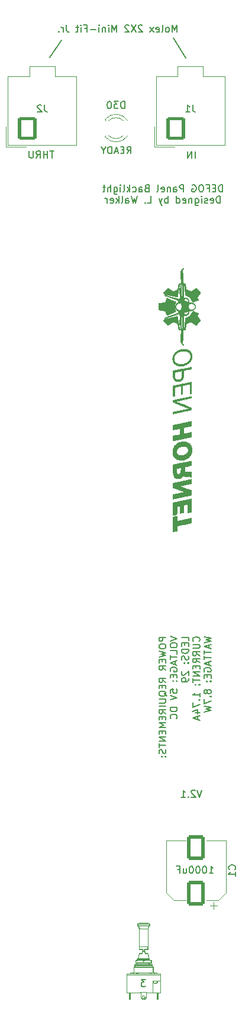
<source format=gbr>
%TF.GenerationSoftware,KiCad,Pcbnew,(6.0.9)*%
%TF.CreationDate,2022-12-18T00:28:21-09:00*%
%TF.ProjectId,PCB_ DEFOG PANEL,5043422c-2044-4454-964f-472050414e45,rev?*%
%TF.SameCoordinates,Original*%
%TF.FileFunction,Legend,Bot*%
%TF.FilePolarity,Positive*%
%FSLAX46Y46*%
G04 Gerber Fmt 4.6, Leading zero omitted, Abs format (unit mm)*
G04 Created by KiCad (PCBNEW (6.0.9)) date 2022-12-18 00:28:21*
%MOMM*%
%LPD*%
G01*
G04 APERTURE LIST*
G04 Aperture macros list*
%AMRoundRect*
0 Rectangle with rounded corners*
0 $1 Rounding radius*
0 $2 $3 $4 $5 $6 $7 $8 $9 X,Y pos of 4 corners*
0 Add a 4 corners polygon primitive as box body*
4,1,4,$2,$3,$4,$5,$6,$7,$8,$9,$2,$3,0*
0 Add four circle primitives for the rounded corners*
1,1,$1+$1,$2,$3*
1,1,$1+$1,$4,$5*
1,1,$1+$1,$6,$7*
1,1,$1+$1,$8,$9*
0 Add four rect primitives between the rounded corners*
20,1,$1+$1,$2,$3,$4,$5,0*
20,1,$1+$1,$4,$5,$6,$7,0*
20,1,$1+$1,$6,$7,$8,$9,0*
20,1,$1+$1,$8,$9,$2,$3,0*%
G04 Aperture macros list end*
%ADD10C,0.150000*%
%ADD11C,0.010000*%
%ADD12C,0.100000*%
%ADD13C,0.120000*%
%ADD14RoundRect,0.250000X1.000000X-1.500000X1.000000X1.500000X-1.000000X1.500000X-1.000000X-1.500000X0*%
%ADD15R,1.800000X1.800000*%
%ADD16C,1.800000*%
%ADD17RoundRect,0.250001X-1.099999X-1.399999X1.099999X-1.399999X1.099999X1.399999X-1.099999X1.399999X0*%
%ADD18O,2.700000X3.300000*%
G04 APERTURE END LIST*
D10*
X132190000Y-36220000D02*
X130500000Y-38650000D01*
X148200000Y-35900000D02*
X149940000Y-38780000D01*
X155220000Y-57897380D02*
X155220000Y-56897380D01*
X154981904Y-56897380D01*
X154839047Y-56945000D01*
X154743809Y-57040238D01*
X154696190Y-57135476D01*
X154648571Y-57325952D01*
X154648571Y-57468809D01*
X154696190Y-57659285D01*
X154743809Y-57754523D01*
X154839047Y-57849761D01*
X154981904Y-57897380D01*
X155220000Y-57897380D01*
X154220000Y-57373571D02*
X153886666Y-57373571D01*
X153743809Y-57897380D02*
X154220000Y-57897380D01*
X154220000Y-56897380D01*
X153743809Y-56897380D01*
X152981904Y-57373571D02*
X153315238Y-57373571D01*
X153315238Y-57897380D02*
X153315238Y-56897380D01*
X152839047Y-56897380D01*
X152267619Y-56897380D02*
X152077142Y-56897380D01*
X151981904Y-56945000D01*
X151886666Y-57040238D01*
X151839047Y-57230714D01*
X151839047Y-57564047D01*
X151886666Y-57754523D01*
X151981904Y-57849761D01*
X152077142Y-57897380D01*
X152267619Y-57897380D01*
X152362857Y-57849761D01*
X152458095Y-57754523D01*
X152505714Y-57564047D01*
X152505714Y-57230714D01*
X152458095Y-57040238D01*
X152362857Y-56945000D01*
X152267619Y-56897380D01*
X150886666Y-56945000D02*
X150981904Y-56897380D01*
X151124761Y-56897380D01*
X151267619Y-56945000D01*
X151362857Y-57040238D01*
X151410476Y-57135476D01*
X151458095Y-57325952D01*
X151458095Y-57468809D01*
X151410476Y-57659285D01*
X151362857Y-57754523D01*
X151267619Y-57849761D01*
X151124761Y-57897380D01*
X151029523Y-57897380D01*
X150886666Y-57849761D01*
X150839047Y-57802142D01*
X150839047Y-57468809D01*
X151029523Y-57468809D01*
X149648571Y-57897380D02*
X149648571Y-56897380D01*
X149267619Y-56897380D01*
X149172380Y-56945000D01*
X149124761Y-56992619D01*
X149077142Y-57087857D01*
X149077142Y-57230714D01*
X149124761Y-57325952D01*
X149172380Y-57373571D01*
X149267619Y-57421190D01*
X149648571Y-57421190D01*
X148220000Y-57897380D02*
X148220000Y-57373571D01*
X148267619Y-57278333D01*
X148362857Y-57230714D01*
X148553333Y-57230714D01*
X148648571Y-57278333D01*
X148220000Y-57849761D02*
X148315238Y-57897380D01*
X148553333Y-57897380D01*
X148648571Y-57849761D01*
X148696190Y-57754523D01*
X148696190Y-57659285D01*
X148648571Y-57564047D01*
X148553333Y-57516428D01*
X148315238Y-57516428D01*
X148220000Y-57468809D01*
X147743809Y-57230714D02*
X147743809Y-57897380D01*
X147743809Y-57325952D02*
X147696190Y-57278333D01*
X147600952Y-57230714D01*
X147458095Y-57230714D01*
X147362857Y-57278333D01*
X147315238Y-57373571D01*
X147315238Y-57897380D01*
X146458095Y-57849761D02*
X146553333Y-57897380D01*
X146743809Y-57897380D01*
X146839047Y-57849761D01*
X146886666Y-57754523D01*
X146886666Y-57373571D01*
X146839047Y-57278333D01*
X146743809Y-57230714D01*
X146553333Y-57230714D01*
X146458095Y-57278333D01*
X146410476Y-57373571D01*
X146410476Y-57468809D01*
X146886666Y-57564047D01*
X145839047Y-57897380D02*
X145934285Y-57849761D01*
X145981904Y-57754523D01*
X145981904Y-56897380D01*
X144362857Y-57373571D02*
X144220000Y-57421190D01*
X144172380Y-57468809D01*
X144124761Y-57564047D01*
X144124761Y-57706904D01*
X144172380Y-57802142D01*
X144220000Y-57849761D01*
X144315238Y-57897380D01*
X144696190Y-57897380D01*
X144696190Y-56897380D01*
X144362857Y-56897380D01*
X144267619Y-56945000D01*
X144220000Y-56992619D01*
X144172380Y-57087857D01*
X144172380Y-57183095D01*
X144220000Y-57278333D01*
X144267619Y-57325952D01*
X144362857Y-57373571D01*
X144696190Y-57373571D01*
X143267619Y-57897380D02*
X143267619Y-57373571D01*
X143315238Y-57278333D01*
X143410476Y-57230714D01*
X143600952Y-57230714D01*
X143696190Y-57278333D01*
X143267619Y-57849761D02*
X143362857Y-57897380D01*
X143600952Y-57897380D01*
X143696190Y-57849761D01*
X143743809Y-57754523D01*
X143743809Y-57659285D01*
X143696190Y-57564047D01*
X143600952Y-57516428D01*
X143362857Y-57516428D01*
X143267619Y-57468809D01*
X142362857Y-57849761D02*
X142458095Y-57897380D01*
X142648571Y-57897380D01*
X142743809Y-57849761D01*
X142791428Y-57802142D01*
X142839047Y-57706904D01*
X142839047Y-57421190D01*
X142791428Y-57325952D01*
X142743809Y-57278333D01*
X142648571Y-57230714D01*
X142458095Y-57230714D01*
X142362857Y-57278333D01*
X141934285Y-57897380D02*
X141934285Y-56897380D01*
X141839047Y-57516428D02*
X141553333Y-57897380D01*
X141553333Y-57230714D02*
X141934285Y-57611666D01*
X140981904Y-57897380D02*
X141077142Y-57849761D01*
X141124761Y-57754523D01*
X141124761Y-56897380D01*
X140600952Y-57897380D02*
X140600952Y-57230714D01*
X140600952Y-56897380D02*
X140648571Y-56945000D01*
X140600952Y-56992619D01*
X140553333Y-56945000D01*
X140600952Y-56897380D01*
X140600952Y-56992619D01*
X139696190Y-57230714D02*
X139696190Y-58040238D01*
X139743809Y-58135476D01*
X139791428Y-58183095D01*
X139886666Y-58230714D01*
X140029523Y-58230714D01*
X140124761Y-58183095D01*
X139696190Y-57849761D02*
X139791428Y-57897380D01*
X139981904Y-57897380D01*
X140077142Y-57849761D01*
X140124761Y-57802142D01*
X140172380Y-57706904D01*
X140172380Y-57421190D01*
X140124761Y-57325952D01*
X140077142Y-57278333D01*
X139981904Y-57230714D01*
X139791428Y-57230714D01*
X139696190Y-57278333D01*
X139220000Y-57897380D02*
X139220000Y-56897380D01*
X138791428Y-57897380D02*
X138791428Y-57373571D01*
X138839047Y-57278333D01*
X138934285Y-57230714D01*
X139077142Y-57230714D01*
X139172380Y-57278333D01*
X139220000Y-57325952D01*
X138458095Y-57230714D02*
X138077142Y-57230714D01*
X138315238Y-56897380D02*
X138315238Y-57754523D01*
X138267619Y-57849761D01*
X138172380Y-57897380D01*
X138077142Y-57897380D01*
X154886666Y-59507380D02*
X154886666Y-58507380D01*
X154648571Y-58507380D01*
X154505714Y-58555000D01*
X154410476Y-58650238D01*
X154362857Y-58745476D01*
X154315238Y-58935952D01*
X154315238Y-59078809D01*
X154362857Y-59269285D01*
X154410476Y-59364523D01*
X154505714Y-59459761D01*
X154648571Y-59507380D01*
X154886666Y-59507380D01*
X153505714Y-59459761D02*
X153600952Y-59507380D01*
X153791428Y-59507380D01*
X153886666Y-59459761D01*
X153934285Y-59364523D01*
X153934285Y-58983571D01*
X153886666Y-58888333D01*
X153791428Y-58840714D01*
X153600952Y-58840714D01*
X153505714Y-58888333D01*
X153458095Y-58983571D01*
X153458095Y-59078809D01*
X153934285Y-59174047D01*
X153077142Y-59459761D02*
X152981904Y-59507380D01*
X152791428Y-59507380D01*
X152696190Y-59459761D01*
X152648571Y-59364523D01*
X152648571Y-59316904D01*
X152696190Y-59221666D01*
X152791428Y-59174047D01*
X152934285Y-59174047D01*
X153029523Y-59126428D01*
X153077142Y-59031190D01*
X153077142Y-58983571D01*
X153029523Y-58888333D01*
X152934285Y-58840714D01*
X152791428Y-58840714D01*
X152696190Y-58888333D01*
X152220000Y-59507380D02*
X152220000Y-58840714D01*
X152220000Y-58507380D02*
X152267619Y-58555000D01*
X152220000Y-58602619D01*
X152172380Y-58555000D01*
X152220000Y-58507380D01*
X152220000Y-58602619D01*
X151315238Y-58840714D02*
X151315238Y-59650238D01*
X151362857Y-59745476D01*
X151410476Y-59793095D01*
X151505714Y-59840714D01*
X151648571Y-59840714D01*
X151743809Y-59793095D01*
X151315238Y-59459761D02*
X151410476Y-59507380D01*
X151600952Y-59507380D01*
X151696190Y-59459761D01*
X151743809Y-59412142D01*
X151791428Y-59316904D01*
X151791428Y-59031190D01*
X151743809Y-58935952D01*
X151696190Y-58888333D01*
X151600952Y-58840714D01*
X151410476Y-58840714D01*
X151315238Y-58888333D01*
X150839047Y-58840714D02*
X150839047Y-59507380D01*
X150839047Y-58935952D02*
X150791428Y-58888333D01*
X150696190Y-58840714D01*
X150553333Y-58840714D01*
X150458095Y-58888333D01*
X150410476Y-58983571D01*
X150410476Y-59507380D01*
X149553333Y-59459761D02*
X149648571Y-59507380D01*
X149839047Y-59507380D01*
X149934285Y-59459761D01*
X149981904Y-59364523D01*
X149981904Y-58983571D01*
X149934285Y-58888333D01*
X149839047Y-58840714D01*
X149648571Y-58840714D01*
X149553333Y-58888333D01*
X149505714Y-58983571D01*
X149505714Y-59078809D01*
X149981904Y-59174047D01*
X148648571Y-59507380D02*
X148648571Y-58507380D01*
X148648571Y-59459761D02*
X148743809Y-59507380D01*
X148934285Y-59507380D01*
X149029523Y-59459761D01*
X149077142Y-59412142D01*
X149124761Y-59316904D01*
X149124761Y-59031190D01*
X149077142Y-58935952D01*
X149029523Y-58888333D01*
X148934285Y-58840714D01*
X148743809Y-58840714D01*
X148648571Y-58888333D01*
X147410476Y-59507380D02*
X147410476Y-58507380D01*
X147410476Y-58888333D02*
X147315238Y-58840714D01*
X147124761Y-58840714D01*
X147029523Y-58888333D01*
X146981904Y-58935952D01*
X146934285Y-59031190D01*
X146934285Y-59316904D01*
X146981904Y-59412142D01*
X147029523Y-59459761D01*
X147124761Y-59507380D01*
X147315238Y-59507380D01*
X147410476Y-59459761D01*
X146600952Y-58840714D02*
X146362857Y-59507380D01*
X146124761Y-58840714D02*
X146362857Y-59507380D01*
X146458095Y-59745476D01*
X146505714Y-59793095D01*
X146600952Y-59840714D01*
X144505714Y-59507380D02*
X144981904Y-59507380D01*
X144981904Y-58507380D01*
X144172380Y-59412142D02*
X144124761Y-59459761D01*
X144172380Y-59507380D01*
X144220000Y-59459761D01*
X144172380Y-59412142D01*
X144172380Y-59507380D01*
X143029523Y-58507380D02*
X142791428Y-59507380D01*
X142600952Y-58793095D01*
X142410476Y-59507380D01*
X142172380Y-58507380D01*
X141362857Y-59507380D02*
X141362857Y-58983571D01*
X141410476Y-58888333D01*
X141505714Y-58840714D01*
X141696190Y-58840714D01*
X141791428Y-58888333D01*
X141362857Y-59459761D02*
X141458095Y-59507380D01*
X141696190Y-59507380D01*
X141791428Y-59459761D01*
X141839047Y-59364523D01*
X141839047Y-59269285D01*
X141791428Y-59174047D01*
X141696190Y-59126428D01*
X141458095Y-59126428D01*
X141362857Y-59078809D01*
X140743809Y-59507380D02*
X140839047Y-59459761D01*
X140886666Y-59364523D01*
X140886666Y-58507380D01*
X140362857Y-59507380D02*
X140362857Y-58507380D01*
X140267619Y-59126428D02*
X139981904Y-59507380D01*
X139981904Y-58840714D02*
X140362857Y-59221666D01*
X139172380Y-59459761D02*
X139267619Y-59507380D01*
X139458095Y-59507380D01*
X139553333Y-59459761D01*
X139600952Y-59364523D01*
X139600952Y-58983571D01*
X139553333Y-58888333D01*
X139458095Y-58840714D01*
X139267619Y-58840714D01*
X139172380Y-58888333D01*
X139124761Y-58983571D01*
X139124761Y-59078809D01*
X139600952Y-59174047D01*
X138696190Y-59507380D02*
X138696190Y-58840714D01*
X138696190Y-59031190D02*
X138648571Y-58935952D01*
X138600952Y-58888333D01*
X138505714Y-58840714D01*
X138410476Y-58840714D01*
X152272809Y-143470380D02*
X151939476Y-144470380D01*
X151606142Y-143470380D01*
X151320428Y-143565619D02*
X151272809Y-143518000D01*
X151177571Y-143470380D01*
X150939476Y-143470380D01*
X150844238Y-143518000D01*
X150796619Y-143565619D01*
X150749000Y-143660857D01*
X150749000Y-143756095D01*
X150796619Y-143898952D01*
X151368047Y-144470380D01*
X150749000Y-144470380D01*
X150320428Y-144375142D02*
X150272809Y-144422761D01*
X150320428Y-144470380D01*
X150368047Y-144422761D01*
X150320428Y-144375142D01*
X150320428Y-144470380D01*
X149320428Y-144470380D02*
X149891857Y-144470380D01*
X149606142Y-144470380D02*
X149606142Y-143470380D01*
X149701380Y-143613238D01*
X149796619Y-143708476D01*
X149891857Y-143756095D01*
X147132380Y-121615595D02*
X146132380Y-121615595D01*
X146132380Y-121996547D01*
X146180000Y-122091785D01*
X146227619Y-122139404D01*
X146322857Y-122187023D01*
X146465714Y-122187023D01*
X146560952Y-122139404D01*
X146608571Y-122091785D01*
X146656190Y-121996547D01*
X146656190Y-121615595D01*
X146132380Y-122806071D02*
X146132380Y-122996547D01*
X146180000Y-123091785D01*
X146275238Y-123187023D01*
X146465714Y-123234642D01*
X146799047Y-123234642D01*
X146989523Y-123187023D01*
X147084761Y-123091785D01*
X147132380Y-122996547D01*
X147132380Y-122806071D01*
X147084761Y-122710833D01*
X146989523Y-122615595D01*
X146799047Y-122567976D01*
X146465714Y-122567976D01*
X146275238Y-122615595D01*
X146180000Y-122710833D01*
X146132380Y-122806071D01*
X146132380Y-123567976D02*
X147132380Y-123806071D01*
X146418095Y-123996547D01*
X147132380Y-124187023D01*
X146132380Y-124425119D01*
X146608571Y-124806071D02*
X146608571Y-125139404D01*
X147132380Y-125282261D02*
X147132380Y-124806071D01*
X146132380Y-124806071D01*
X146132380Y-125282261D01*
X147132380Y-126282261D02*
X146656190Y-125948928D01*
X147132380Y-125710833D02*
X146132380Y-125710833D01*
X146132380Y-126091785D01*
X146180000Y-126187023D01*
X146227619Y-126234642D01*
X146322857Y-126282261D01*
X146465714Y-126282261D01*
X146560952Y-126234642D01*
X146608571Y-126187023D01*
X146656190Y-126091785D01*
X146656190Y-125710833D01*
X147132380Y-128044166D02*
X146656190Y-127710833D01*
X147132380Y-127472738D02*
X146132380Y-127472738D01*
X146132380Y-127853690D01*
X146180000Y-127948928D01*
X146227619Y-127996547D01*
X146322857Y-128044166D01*
X146465714Y-128044166D01*
X146560952Y-127996547D01*
X146608571Y-127948928D01*
X146656190Y-127853690D01*
X146656190Y-127472738D01*
X146608571Y-128472738D02*
X146608571Y-128806071D01*
X147132380Y-128948928D02*
X147132380Y-128472738D01*
X146132380Y-128472738D01*
X146132380Y-128948928D01*
X147227619Y-130044166D02*
X147180000Y-129948928D01*
X147084761Y-129853690D01*
X146941904Y-129710833D01*
X146894285Y-129615595D01*
X146894285Y-129520357D01*
X147132380Y-129567976D02*
X147084761Y-129472738D01*
X146989523Y-129377500D01*
X146799047Y-129329880D01*
X146465714Y-129329880D01*
X146275238Y-129377500D01*
X146180000Y-129472738D01*
X146132380Y-129567976D01*
X146132380Y-129758452D01*
X146180000Y-129853690D01*
X146275238Y-129948928D01*
X146465714Y-129996547D01*
X146799047Y-129996547D01*
X146989523Y-129948928D01*
X147084761Y-129853690D01*
X147132380Y-129758452D01*
X147132380Y-129567976D01*
X146132380Y-130425119D02*
X146941904Y-130425119D01*
X147037142Y-130472738D01*
X147084761Y-130520357D01*
X147132380Y-130615595D01*
X147132380Y-130806071D01*
X147084761Y-130901309D01*
X147037142Y-130948928D01*
X146941904Y-130996547D01*
X146132380Y-130996547D01*
X147132380Y-131472738D02*
X146132380Y-131472738D01*
X147132380Y-132520357D02*
X146656190Y-132187023D01*
X147132380Y-131948928D02*
X146132380Y-131948928D01*
X146132380Y-132329880D01*
X146180000Y-132425119D01*
X146227619Y-132472738D01*
X146322857Y-132520357D01*
X146465714Y-132520357D01*
X146560952Y-132472738D01*
X146608571Y-132425119D01*
X146656190Y-132329880D01*
X146656190Y-131948928D01*
X146608571Y-132948928D02*
X146608571Y-133282261D01*
X147132380Y-133425119D02*
X147132380Y-132948928D01*
X146132380Y-132948928D01*
X146132380Y-133425119D01*
X147132380Y-133853690D02*
X146132380Y-133853690D01*
X146846666Y-134187023D01*
X146132380Y-134520357D01*
X147132380Y-134520357D01*
X146608571Y-134996547D02*
X146608571Y-135329880D01*
X147132380Y-135472738D02*
X147132380Y-134996547D01*
X146132380Y-134996547D01*
X146132380Y-135472738D01*
X147132380Y-135901309D02*
X146132380Y-135901309D01*
X147132380Y-136472738D01*
X146132380Y-136472738D01*
X146132380Y-136806071D02*
X146132380Y-137377500D01*
X147132380Y-137091785D02*
X146132380Y-137091785D01*
X147084761Y-137663214D02*
X147132380Y-137806071D01*
X147132380Y-138044166D01*
X147084761Y-138139404D01*
X147037142Y-138187023D01*
X146941904Y-138234642D01*
X146846666Y-138234642D01*
X146751428Y-138187023D01*
X146703809Y-138139404D01*
X146656190Y-138044166D01*
X146608571Y-137853690D01*
X146560952Y-137758452D01*
X146513333Y-137710833D01*
X146418095Y-137663214D01*
X146322857Y-137663214D01*
X146227619Y-137710833D01*
X146180000Y-137758452D01*
X146132380Y-137853690D01*
X146132380Y-138091785D01*
X146180000Y-138234642D01*
X147037142Y-138663214D02*
X147084761Y-138710833D01*
X147132380Y-138663214D01*
X147084761Y-138615595D01*
X147037142Y-138663214D01*
X147132380Y-138663214D01*
X146513333Y-138663214D02*
X146560952Y-138710833D01*
X146608571Y-138663214D01*
X146560952Y-138615595D01*
X146513333Y-138663214D01*
X146608571Y-138663214D01*
X147742380Y-121472738D02*
X148742380Y-121806071D01*
X147742380Y-122139404D01*
X147742380Y-122663214D02*
X147742380Y-122853690D01*
X147790000Y-122948928D01*
X147885238Y-123044166D01*
X148075714Y-123091785D01*
X148409047Y-123091785D01*
X148599523Y-123044166D01*
X148694761Y-122948928D01*
X148742380Y-122853690D01*
X148742380Y-122663214D01*
X148694761Y-122567976D01*
X148599523Y-122472738D01*
X148409047Y-122425119D01*
X148075714Y-122425119D01*
X147885238Y-122472738D01*
X147790000Y-122567976D01*
X147742380Y-122663214D01*
X148742380Y-123996547D02*
X148742380Y-123520357D01*
X147742380Y-123520357D01*
X147742380Y-124187023D02*
X147742380Y-124758452D01*
X148742380Y-124472738D02*
X147742380Y-124472738D01*
X148456666Y-125044166D02*
X148456666Y-125520357D01*
X148742380Y-124948928D02*
X147742380Y-125282261D01*
X148742380Y-125615595D01*
X147790000Y-126472738D02*
X147742380Y-126377500D01*
X147742380Y-126234642D01*
X147790000Y-126091785D01*
X147885238Y-125996547D01*
X147980476Y-125948928D01*
X148170952Y-125901309D01*
X148313809Y-125901309D01*
X148504285Y-125948928D01*
X148599523Y-125996547D01*
X148694761Y-126091785D01*
X148742380Y-126234642D01*
X148742380Y-126329880D01*
X148694761Y-126472738D01*
X148647142Y-126520357D01*
X148313809Y-126520357D01*
X148313809Y-126329880D01*
X148218571Y-126948928D02*
X148218571Y-127282261D01*
X148742380Y-127425119D02*
X148742380Y-126948928D01*
X147742380Y-126948928D01*
X147742380Y-127425119D01*
X148647142Y-127853690D02*
X148694761Y-127901309D01*
X148742380Y-127853690D01*
X148694761Y-127806071D01*
X148647142Y-127853690D01*
X148742380Y-127853690D01*
X148123333Y-127853690D02*
X148170952Y-127901309D01*
X148218571Y-127853690D01*
X148170952Y-127806071D01*
X148123333Y-127853690D01*
X148218571Y-127853690D01*
X147742380Y-129567976D02*
X147742380Y-129091785D01*
X148218571Y-129044166D01*
X148170952Y-129091785D01*
X148123333Y-129187023D01*
X148123333Y-129425119D01*
X148170952Y-129520357D01*
X148218571Y-129567976D01*
X148313809Y-129615595D01*
X148551904Y-129615595D01*
X148647142Y-129567976D01*
X148694761Y-129520357D01*
X148742380Y-129425119D01*
X148742380Y-129187023D01*
X148694761Y-129091785D01*
X148647142Y-129044166D01*
X147742380Y-129901309D02*
X148742380Y-130234642D01*
X147742380Y-130567976D01*
X148742380Y-131663214D02*
X147742380Y-131663214D01*
X147742380Y-131901309D01*
X147790000Y-132044166D01*
X147885238Y-132139404D01*
X147980476Y-132187023D01*
X148170952Y-132234642D01*
X148313809Y-132234642D01*
X148504285Y-132187023D01*
X148599523Y-132139404D01*
X148694761Y-132044166D01*
X148742380Y-131901309D01*
X148742380Y-131663214D01*
X148647142Y-133234642D02*
X148694761Y-133187023D01*
X148742380Y-133044166D01*
X148742380Y-132948928D01*
X148694761Y-132806071D01*
X148599523Y-132710833D01*
X148504285Y-132663214D01*
X148313809Y-132615595D01*
X148170952Y-132615595D01*
X147980476Y-132663214D01*
X147885238Y-132710833D01*
X147790000Y-132806071D01*
X147742380Y-132948928D01*
X147742380Y-133044166D01*
X147790000Y-133187023D01*
X147837619Y-133234642D01*
X150352380Y-122091785D02*
X150352380Y-121615595D01*
X149352380Y-121615595D01*
X149828571Y-122425119D02*
X149828571Y-122758452D01*
X150352380Y-122901309D02*
X150352380Y-122425119D01*
X149352380Y-122425119D01*
X149352380Y-122901309D01*
X150352380Y-123329880D02*
X149352380Y-123329880D01*
X149352380Y-123567976D01*
X149400000Y-123710833D01*
X149495238Y-123806071D01*
X149590476Y-123853690D01*
X149780952Y-123901309D01*
X149923809Y-123901309D01*
X150114285Y-123853690D01*
X150209523Y-123806071D01*
X150304761Y-123710833D01*
X150352380Y-123567976D01*
X150352380Y-123329880D01*
X150304761Y-124282261D02*
X150352380Y-124425119D01*
X150352380Y-124663214D01*
X150304761Y-124758452D01*
X150257142Y-124806071D01*
X150161904Y-124853690D01*
X150066666Y-124853690D01*
X149971428Y-124806071D01*
X149923809Y-124758452D01*
X149876190Y-124663214D01*
X149828571Y-124472738D01*
X149780952Y-124377500D01*
X149733333Y-124329880D01*
X149638095Y-124282261D01*
X149542857Y-124282261D01*
X149447619Y-124329880D01*
X149400000Y-124377500D01*
X149352380Y-124472738D01*
X149352380Y-124710833D01*
X149400000Y-124853690D01*
X150257142Y-125282261D02*
X150304761Y-125329880D01*
X150352380Y-125282261D01*
X150304761Y-125234642D01*
X150257142Y-125282261D01*
X150352380Y-125282261D01*
X149733333Y-125282261D02*
X149780952Y-125329880D01*
X149828571Y-125282261D01*
X149780952Y-125234642D01*
X149733333Y-125282261D01*
X149828571Y-125282261D01*
X149447619Y-126472738D02*
X149400000Y-126520357D01*
X149352380Y-126615595D01*
X149352380Y-126853690D01*
X149400000Y-126948928D01*
X149447619Y-126996547D01*
X149542857Y-127044166D01*
X149638095Y-127044166D01*
X149780952Y-126996547D01*
X150352380Y-126425119D01*
X150352380Y-127044166D01*
X150352380Y-127520357D02*
X150352380Y-127710833D01*
X150304761Y-127806071D01*
X150257142Y-127853690D01*
X150114285Y-127948928D01*
X149923809Y-127996547D01*
X149542857Y-127996547D01*
X149447619Y-127948928D01*
X149400000Y-127901309D01*
X149352380Y-127806071D01*
X149352380Y-127615595D01*
X149400000Y-127520357D01*
X149447619Y-127472738D01*
X149542857Y-127425119D01*
X149780952Y-127425119D01*
X149876190Y-127472738D01*
X149923809Y-127520357D01*
X149971428Y-127615595D01*
X149971428Y-127806071D01*
X149923809Y-127901309D01*
X149876190Y-127948928D01*
X149780952Y-127996547D01*
X151867142Y-122187023D02*
X151914761Y-122139404D01*
X151962380Y-121996547D01*
X151962380Y-121901309D01*
X151914761Y-121758452D01*
X151819523Y-121663214D01*
X151724285Y-121615595D01*
X151533809Y-121567976D01*
X151390952Y-121567976D01*
X151200476Y-121615595D01*
X151105238Y-121663214D01*
X151010000Y-121758452D01*
X150962380Y-121901309D01*
X150962380Y-121996547D01*
X151010000Y-122139404D01*
X151057619Y-122187023D01*
X150962380Y-122615595D02*
X151771904Y-122615595D01*
X151867142Y-122663214D01*
X151914761Y-122710833D01*
X151962380Y-122806071D01*
X151962380Y-122996547D01*
X151914761Y-123091785D01*
X151867142Y-123139404D01*
X151771904Y-123187023D01*
X150962380Y-123187023D01*
X151962380Y-124234642D02*
X151486190Y-123901309D01*
X151962380Y-123663214D02*
X150962380Y-123663214D01*
X150962380Y-124044166D01*
X151010000Y-124139404D01*
X151057619Y-124187023D01*
X151152857Y-124234642D01*
X151295714Y-124234642D01*
X151390952Y-124187023D01*
X151438571Y-124139404D01*
X151486190Y-124044166D01*
X151486190Y-123663214D01*
X151962380Y-125234642D02*
X151486190Y-124901309D01*
X151962380Y-124663214D02*
X150962380Y-124663214D01*
X150962380Y-125044166D01*
X151010000Y-125139404D01*
X151057619Y-125187023D01*
X151152857Y-125234642D01*
X151295714Y-125234642D01*
X151390952Y-125187023D01*
X151438571Y-125139404D01*
X151486190Y-125044166D01*
X151486190Y-124663214D01*
X151438571Y-125663214D02*
X151438571Y-125996547D01*
X151962380Y-126139404D02*
X151962380Y-125663214D01*
X150962380Y-125663214D01*
X150962380Y-126139404D01*
X151962380Y-126567976D02*
X150962380Y-126567976D01*
X151962380Y-127139404D01*
X150962380Y-127139404D01*
X150962380Y-127472738D02*
X150962380Y-128044166D01*
X151962380Y-127758452D02*
X150962380Y-127758452D01*
X151867142Y-128377500D02*
X151914761Y-128425119D01*
X151962380Y-128377500D01*
X151914761Y-128329880D01*
X151867142Y-128377500D01*
X151962380Y-128377500D01*
X151343333Y-128377500D02*
X151390952Y-128425119D01*
X151438571Y-128377500D01*
X151390952Y-128329880D01*
X151343333Y-128377500D01*
X151438571Y-128377500D01*
X151962380Y-130139404D02*
X151962380Y-129567976D01*
X151962380Y-129853690D02*
X150962380Y-129853690D01*
X151105238Y-129758452D01*
X151200476Y-129663214D01*
X151248095Y-129567976D01*
X151867142Y-130567976D02*
X151914761Y-130615595D01*
X151962380Y-130567976D01*
X151914761Y-130520357D01*
X151867142Y-130567976D01*
X151962380Y-130567976D01*
X150962380Y-130948928D02*
X150962380Y-131615595D01*
X151962380Y-131187023D01*
X151295714Y-132425119D02*
X151962380Y-132425119D01*
X150914761Y-132187023D02*
X151629047Y-131948928D01*
X151629047Y-132567976D01*
X151676666Y-132901309D02*
X151676666Y-133377500D01*
X151962380Y-132806071D02*
X150962380Y-133139404D01*
X151962380Y-133472738D01*
X152572380Y-121520357D02*
X153572380Y-121758452D01*
X152858095Y-121948928D01*
X153572380Y-122139404D01*
X152572380Y-122377500D01*
X153286666Y-122710833D02*
X153286666Y-123187023D01*
X153572380Y-122615595D02*
X152572380Y-122948928D01*
X153572380Y-123282261D01*
X152572380Y-123472738D02*
X152572380Y-124044166D01*
X153572380Y-123758452D02*
X152572380Y-123758452D01*
X152572380Y-124234642D02*
X152572380Y-124806071D01*
X153572380Y-124520357D02*
X152572380Y-124520357D01*
X153286666Y-125091785D02*
X153286666Y-125567976D01*
X153572380Y-124996547D02*
X152572380Y-125329880D01*
X153572380Y-125663214D01*
X152620000Y-126520357D02*
X152572380Y-126425119D01*
X152572380Y-126282261D01*
X152620000Y-126139404D01*
X152715238Y-126044166D01*
X152810476Y-125996547D01*
X153000952Y-125948928D01*
X153143809Y-125948928D01*
X153334285Y-125996547D01*
X153429523Y-126044166D01*
X153524761Y-126139404D01*
X153572380Y-126282261D01*
X153572380Y-126377500D01*
X153524761Y-126520357D01*
X153477142Y-126567976D01*
X153143809Y-126567976D01*
X153143809Y-126377500D01*
X153048571Y-126996547D02*
X153048571Y-127329880D01*
X153572380Y-127472738D02*
X153572380Y-126996547D01*
X152572380Y-126996547D01*
X152572380Y-127472738D01*
X153477142Y-127901309D02*
X153524761Y-127948928D01*
X153572380Y-127901309D01*
X153524761Y-127853690D01*
X153477142Y-127901309D01*
X153572380Y-127901309D01*
X152953333Y-127901309D02*
X153000952Y-127948928D01*
X153048571Y-127901309D01*
X153000952Y-127853690D01*
X152953333Y-127901309D01*
X153048571Y-127901309D01*
X153000952Y-129282261D02*
X152953333Y-129187023D01*
X152905714Y-129139404D01*
X152810476Y-129091785D01*
X152762857Y-129091785D01*
X152667619Y-129139404D01*
X152620000Y-129187023D01*
X152572380Y-129282261D01*
X152572380Y-129472738D01*
X152620000Y-129567976D01*
X152667619Y-129615595D01*
X152762857Y-129663214D01*
X152810476Y-129663214D01*
X152905714Y-129615595D01*
X152953333Y-129567976D01*
X153000952Y-129472738D01*
X153000952Y-129282261D01*
X153048571Y-129187023D01*
X153096190Y-129139404D01*
X153191428Y-129091785D01*
X153381904Y-129091785D01*
X153477142Y-129139404D01*
X153524761Y-129187023D01*
X153572380Y-129282261D01*
X153572380Y-129472738D01*
X153524761Y-129567976D01*
X153477142Y-129615595D01*
X153381904Y-129663214D01*
X153191428Y-129663214D01*
X153096190Y-129615595D01*
X153048571Y-129567976D01*
X153000952Y-129472738D01*
X153477142Y-130091785D02*
X153524761Y-130139404D01*
X153572380Y-130091785D01*
X153524761Y-130044166D01*
X153477142Y-130091785D01*
X153572380Y-130091785D01*
X152572380Y-130472738D02*
X152572380Y-131139404D01*
X153572380Y-130710833D01*
X152572380Y-131425119D02*
X153572380Y-131663214D01*
X152858095Y-131853690D01*
X153572380Y-132044166D01*
X152572380Y-132282261D01*
X131093333Y-52042380D02*
X130521904Y-52042380D01*
X130807619Y-53042380D02*
X130807619Y-52042380D01*
X130188571Y-53042380D02*
X130188571Y-52042380D01*
X130188571Y-52518571D02*
X129617142Y-52518571D01*
X129617142Y-53042380D02*
X129617142Y-52042380D01*
X128569523Y-53042380D02*
X128902857Y-52566190D01*
X129140952Y-53042380D02*
X129140952Y-52042380D01*
X128760000Y-52042380D01*
X128664761Y-52090000D01*
X128617142Y-52137619D01*
X128569523Y-52232857D01*
X128569523Y-52375714D01*
X128617142Y-52470952D01*
X128664761Y-52518571D01*
X128760000Y-52566190D01*
X129140952Y-52566190D01*
X128140952Y-52042380D02*
X128140952Y-52851904D01*
X128093333Y-52947142D01*
X128045714Y-52994761D01*
X127950476Y-53042380D01*
X127760000Y-53042380D01*
X127664761Y-52994761D01*
X127617142Y-52947142D01*
X127569523Y-52851904D01*
X127569523Y-52042380D01*
X141550000Y-52422380D02*
X141883333Y-51946190D01*
X142121428Y-52422380D02*
X142121428Y-51422380D01*
X141740476Y-51422380D01*
X141645238Y-51470000D01*
X141597619Y-51517619D01*
X141550000Y-51612857D01*
X141550000Y-51755714D01*
X141597619Y-51850952D01*
X141645238Y-51898571D01*
X141740476Y-51946190D01*
X142121428Y-51946190D01*
X141121428Y-51898571D02*
X140788095Y-51898571D01*
X140645238Y-52422380D02*
X141121428Y-52422380D01*
X141121428Y-51422380D01*
X140645238Y-51422380D01*
X140264285Y-52136666D02*
X139788095Y-52136666D01*
X140359523Y-52422380D02*
X140026190Y-51422380D01*
X139692857Y-52422380D01*
X139359523Y-52422380D02*
X139359523Y-51422380D01*
X139121428Y-51422380D01*
X138978571Y-51470000D01*
X138883333Y-51565238D01*
X138835714Y-51660476D01*
X138788095Y-51850952D01*
X138788095Y-51993809D01*
X138835714Y-52184285D01*
X138883333Y-52279523D01*
X138978571Y-52374761D01*
X139121428Y-52422380D01*
X139359523Y-52422380D01*
X138169047Y-51946190D02*
X138169047Y-52422380D01*
X138502380Y-51422380D02*
X138169047Y-51946190D01*
X137835714Y-51422380D01*
X151313809Y-53102380D02*
X151313809Y-52102380D01*
X150837619Y-53102380D02*
X150837619Y-52102380D01*
X150266190Y-53102380D01*
X150266190Y-52102380D01*
X153323809Y-155362380D02*
X153895238Y-155362380D01*
X153609523Y-155362380D02*
X153609523Y-154362380D01*
X153704761Y-154505238D01*
X153800000Y-154600476D01*
X153895238Y-154648095D01*
X152704761Y-154362380D02*
X152609523Y-154362380D01*
X152514285Y-154410000D01*
X152466666Y-154457619D01*
X152419047Y-154552857D01*
X152371428Y-154743333D01*
X152371428Y-154981428D01*
X152419047Y-155171904D01*
X152466666Y-155267142D01*
X152514285Y-155314761D01*
X152609523Y-155362380D01*
X152704761Y-155362380D01*
X152800000Y-155314761D01*
X152847619Y-155267142D01*
X152895238Y-155171904D01*
X152942857Y-154981428D01*
X152942857Y-154743333D01*
X152895238Y-154552857D01*
X152847619Y-154457619D01*
X152800000Y-154410000D01*
X152704761Y-154362380D01*
X151752380Y-154362380D02*
X151657142Y-154362380D01*
X151561904Y-154410000D01*
X151514285Y-154457619D01*
X151466666Y-154552857D01*
X151419047Y-154743333D01*
X151419047Y-154981428D01*
X151466666Y-155171904D01*
X151514285Y-155267142D01*
X151561904Y-155314761D01*
X151657142Y-155362380D01*
X151752380Y-155362380D01*
X151847619Y-155314761D01*
X151895238Y-155267142D01*
X151942857Y-155171904D01*
X151990476Y-154981428D01*
X151990476Y-154743333D01*
X151942857Y-154552857D01*
X151895238Y-154457619D01*
X151847619Y-154410000D01*
X151752380Y-154362380D01*
X150800000Y-154362380D02*
X150704761Y-154362380D01*
X150609523Y-154410000D01*
X150561904Y-154457619D01*
X150514285Y-154552857D01*
X150466666Y-154743333D01*
X150466666Y-154981428D01*
X150514285Y-155171904D01*
X150561904Y-155267142D01*
X150609523Y-155314761D01*
X150704761Y-155362380D01*
X150800000Y-155362380D01*
X150895238Y-155314761D01*
X150942857Y-155267142D01*
X150990476Y-155171904D01*
X151038095Y-154981428D01*
X151038095Y-154743333D01*
X150990476Y-154552857D01*
X150942857Y-154457619D01*
X150895238Y-154410000D01*
X150800000Y-154362380D01*
X149609523Y-154695714D02*
X149609523Y-155362380D01*
X150038095Y-154695714D02*
X150038095Y-155219523D01*
X149990476Y-155314761D01*
X149895238Y-155362380D01*
X149752380Y-155362380D01*
X149657142Y-155314761D01*
X149609523Y-155267142D01*
X148800000Y-154838571D02*
X149133333Y-154838571D01*
X149133333Y-155362380D02*
X149133333Y-154362380D01*
X148657142Y-154362380D01*
X148692380Y-35032380D02*
X148692380Y-34032380D01*
X148359047Y-34746666D01*
X148025714Y-34032380D01*
X148025714Y-35032380D01*
X147406666Y-35032380D02*
X147501904Y-34984761D01*
X147549523Y-34937142D01*
X147597142Y-34841904D01*
X147597142Y-34556190D01*
X147549523Y-34460952D01*
X147501904Y-34413333D01*
X147406666Y-34365714D01*
X147263809Y-34365714D01*
X147168571Y-34413333D01*
X147120952Y-34460952D01*
X147073333Y-34556190D01*
X147073333Y-34841904D01*
X147120952Y-34937142D01*
X147168571Y-34984761D01*
X147263809Y-35032380D01*
X147406666Y-35032380D01*
X146501904Y-35032380D02*
X146597142Y-34984761D01*
X146644761Y-34889523D01*
X146644761Y-34032380D01*
X145740000Y-34984761D02*
X145835238Y-35032380D01*
X146025714Y-35032380D01*
X146120952Y-34984761D01*
X146168571Y-34889523D01*
X146168571Y-34508571D01*
X146120952Y-34413333D01*
X146025714Y-34365714D01*
X145835238Y-34365714D01*
X145740000Y-34413333D01*
X145692380Y-34508571D01*
X145692380Y-34603809D01*
X146168571Y-34699047D01*
X145359047Y-35032380D02*
X144835238Y-34365714D01*
X145359047Y-34365714D02*
X144835238Y-35032380D01*
X143740000Y-34127619D02*
X143692380Y-34080000D01*
X143597142Y-34032380D01*
X143359047Y-34032380D01*
X143263809Y-34080000D01*
X143216190Y-34127619D01*
X143168571Y-34222857D01*
X143168571Y-34318095D01*
X143216190Y-34460952D01*
X143787619Y-35032380D01*
X143168571Y-35032380D01*
X142835238Y-34032380D02*
X142168571Y-35032380D01*
X142168571Y-34032380D02*
X142835238Y-35032380D01*
X141835238Y-34127619D02*
X141787619Y-34080000D01*
X141692380Y-34032380D01*
X141454285Y-34032380D01*
X141359047Y-34080000D01*
X141311428Y-34127619D01*
X141263809Y-34222857D01*
X141263809Y-34318095D01*
X141311428Y-34460952D01*
X141882857Y-35032380D01*
X141263809Y-35032380D01*
X140073333Y-35032380D02*
X140073333Y-34032380D01*
X139740000Y-34746666D01*
X139406666Y-34032380D01*
X139406666Y-35032380D01*
X138930476Y-35032380D02*
X138930476Y-34365714D01*
X138930476Y-34032380D02*
X138978095Y-34080000D01*
X138930476Y-34127619D01*
X138882857Y-34080000D01*
X138930476Y-34032380D01*
X138930476Y-34127619D01*
X138454285Y-34365714D02*
X138454285Y-35032380D01*
X138454285Y-34460952D02*
X138406666Y-34413333D01*
X138311428Y-34365714D01*
X138168571Y-34365714D01*
X138073333Y-34413333D01*
X138025714Y-34508571D01*
X138025714Y-35032380D01*
X137549523Y-35032380D02*
X137549523Y-34365714D01*
X137549523Y-34032380D02*
X137597142Y-34080000D01*
X137549523Y-34127619D01*
X137501904Y-34080000D01*
X137549523Y-34032380D01*
X137549523Y-34127619D01*
X137073333Y-34651428D02*
X136311428Y-34651428D01*
X135501904Y-34508571D02*
X135835238Y-34508571D01*
X135835238Y-35032380D02*
X135835238Y-34032380D01*
X135359047Y-34032380D01*
X134978095Y-35032380D02*
X134978095Y-34365714D01*
X134978095Y-34032380D02*
X135025714Y-34080000D01*
X134978095Y-34127619D01*
X134930476Y-34080000D01*
X134978095Y-34032380D01*
X134978095Y-34127619D01*
X134644761Y-34365714D02*
X134263809Y-34365714D01*
X134501904Y-34032380D02*
X134501904Y-34889523D01*
X134454285Y-34984761D01*
X134359047Y-35032380D01*
X134263809Y-35032380D01*
X132882857Y-34032380D02*
X132882857Y-34746666D01*
X132930476Y-34889523D01*
X133025714Y-34984761D01*
X133168571Y-35032380D01*
X133263809Y-35032380D01*
X132406666Y-35032380D02*
X132406666Y-34365714D01*
X132406666Y-34556190D02*
X132359047Y-34460952D01*
X132311428Y-34413333D01*
X132216190Y-34365714D01*
X132120952Y-34365714D01*
X131787619Y-34937142D02*
X131740000Y-34984761D01*
X131787619Y-35032380D01*
X131835238Y-34984761D01*
X131787619Y-34937142D01*
X131787619Y-35032380D01*
%TO.C,G2*%
X144218333Y-170567380D02*
X143599285Y-170567380D01*
X143932619Y-170948333D01*
X143789761Y-170948333D01*
X143694523Y-170995952D01*
X143646904Y-171043571D01*
X143599285Y-171138809D01*
X143599285Y-171376904D01*
X143646904Y-171472142D01*
X143694523Y-171519761D01*
X143789761Y-171567380D01*
X144075476Y-171567380D01*
X144170714Y-171519761D01*
X144218333Y-171472142D01*
%TO.C,C1*%
X157007142Y-154803333D02*
X157054761Y-154755714D01*
X157102380Y-154612857D01*
X157102380Y-154517619D01*
X157054761Y-154374761D01*
X156959523Y-154279523D01*
X156864285Y-154231904D01*
X156673809Y-154184285D01*
X156530952Y-154184285D01*
X156340476Y-154231904D01*
X156245238Y-154279523D01*
X156150000Y-154374761D01*
X156102380Y-154517619D01*
X156102380Y-154612857D01*
X156150000Y-154755714D01*
X156197619Y-154803333D01*
X157102380Y-155755714D02*
X157102380Y-155184285D01*
X157102380Y-155470000D02*
X156102380Y-155470000D01*
X156245238Y-155374761D01*
X156340476Y-155279523D01*
X156388095Y-155184285D01*
%TO.C,D30*%
X141214133Y-45961956D02*
X141214133Y-44961956D01*
X140976038Y-44961956D01*
X140833181Y-45009576D01*
X140737943Y-45104814D01*
X140690324Y-45200052D01*
X140642705Y-45390528D01*
X140642705Y-45533385D01*
X140690324Y-45723861D01*
X140737943Y-45819099D01*
X140833181Y-45914337D01*
X140976038Y-45961956D01*
X141214133Y-45961956D01*
X140309371Y-44961956D02*
X139690324Y-44961956D01*
X140023657Y-45342909D01*
X139880800Y-45342909D01*
X139785562Y-45390528D01*
X139737943Y-45438147D01*
X139690324Y-45533385D01*
X139690324Y-45771480D01*
X139737943Y-45866718D01*
X139785562Y-45914337D01*
X139880800Y-45961956D01*
X140166514Y-45961956D01*
X140261752Y-45914337D01*
X140309371Y-45866718D01*
X139071276Y-44961956D02*
X138976038Y-44961956D01*
X138880800Y-45009576D01*
X138833181Y-45057195D01*
X138785562Y-45152433D01*
X138737943Y-45342909D01*
X138737943Y-45581004D01*
X138785562Y-45771480D01*
X138833181Y-45866718D01*
X138880800Y-45914337D01*
X138976038Y-45961956D01*
X139071276Y-45961956D01*
X139166514Y-45914337D01*
X139214133Y-45866718D01*
X139261752Y-45771480D01*
X139309371Y-45581004D01*
X139309371Y-45342909D01*
X139261752Y-45152433D01*
X139214133Y-45057195D01*
X139166514Y-45009576D01*
X139071276Y-44961956D01*
%TO.C,J1*%
X150963333Y-45451756D02*
X150963333Y-46166042D01*
X151010952Y-46308899D01*
X151106190Y-46404137D01*
X151249047Y-46451756D01*
X151344285Y-46451756D01*
X149963333Y-46451756D02*
X150534761Y-46451756D01*
X150249047Y-46451756D02*
X150249047Y-45451756D01*
X150344285Y-45594614D01*
X150439523Y-45689852D01*
X150534761Y-45737471D01*
%TO.C,J2*%
X129753333Y-45451756D02*
X129753333Y-46166042D01*
X129800952Y-46308899D01*
X129896190Y-46404137D01*
X130039047Y-46451756D01*
X130134285Y-46451756D01*
X129324761Y-45546995D02*
X129277142Y-45499376D01*
X129181904Y-45451756D01*
X128943809Y-45451756D01*
X128848571Y-45499376D01*
X128800952Y-45546995D01*
X128753333Y-45642233D01*
X128753333Y-45737471D01*
X128800952Y-45880328D01*
X129372380Y-46451756D01*
X128753333Y-46451756D01*
%TO.C,G2*%
G36*
X143704443Y-172992793D02*
G01*
X143740823Y-172923589D01*
X143799208Y-172874649D01*
X143862569Y-172848415D01*
X143904336Y-172839503D01*
X143940394Y-172844045D01*
X143986470Y-172864138D01*
X143988621Y-172865232D01*
X144047141Y-172910937D01*
X144085130Y-172973066D01*
X144101601Y-173043918D01*
X144095567Y-173115792D01*
X144066044Y-173180986D01*
X144033566Y-173216319D01*
X143986722Y-173238492D01*
X143923257Y-173247686D01*
X143855411Y-173244158D01*
X143795421Y-173228165D01*
X143765845Y-173210710D01*
X143716257Y-173149701D01*
X143694542Y-173076978D01*
X143696751Y-173055338D01*
X143721738Y-173055338D01*
X143736345Y-173118391D01*
X143779579Y-173176996D01*
X143790049Y-173186283D01*
X143835893Y-173207569D01*
X143896897Y-173215009D01*
X143959748Y-173208804D01*
X144011132Y-173189156D01*
X144019875Y-173182801D01*
X144049230Y-173140606D01*
X144065299Y-173081067D01*
X144065963Y-173016558D01*
X144055646Y-172973805D01*
X144028589Y-172936454D01*
X143982390Y-172902111D01*
X143974448Y-172897851D01*
X143934361Y-172878654D01*
X143906334Y-172872985D01*
X143875627Y-172880618D01*
X143839998Y-172895811D01*
X143774533Y-172938416D01*
X143734791Y-172993469D01*
X143721738Y-173055338D01*
X143696751Y-173055338D01*
X143702509Y-172998952D01*
X143704443Y-172992793D01*
G37*
D11*
X143704443Y-172992793D02*
X143740823Y-172923589D01*
X143799208Y-172874649D01*
X143862569Y-172848415D01*
X143904336Y-172839503D01*
X143940394Y-172844045D01*
X143986470Y-172864138D01*
X143988621Y-172865232D01*
X144047141Y-172910937D01*
X144085130Y-172973066D01*
X144101601Y-173043918D01*
X144095567Y-173115792D01*
X144066044Y-173180986D01*
X144033566Y-173216319D01*
X143986722Y-173238492D01*
X143923257Y-173247686D01*
X143855411Y-173244158D01*
X143795421Y-173228165D01*
X143765845Y-173210710D01*
X143716257Y-173149701D01*
X143694542Y-173076978D01*
X143696751Y-173055338D01*
X143721738Y-173055338D01*
X143736345Y-173118391D01*
X143779579Y-173176996D01*
X143790049Y-173186283D01*
X143835893Y-173207569D01*
X143896897Y-173215009D01*
X143959748Y-173208804D01*
X144011132Y-173189156D01*
X144019875Y-173182801D01*
X144049230Y-173140606D01*
X144065299Y-173081067D01*
X144065963Y-173016558D01*
X144055646Y-172973805D01*
X144028589Y-172936454D01*
X143982390Y-172902111D01*
X143974448Y-172897851D01*
X143934361Y-172878654D01*
X143906334Y-172872985D01*
X143875627Y-172880618D01*
X143839998Y-172895811D01*
X143774533Y-172938416D01*
X143734791Y-172993469D01*
X143721738Y-173055338D01*
X143696751Y-173055338D01*
X143702509Y-172998952D01*
X143704443Y-172992793D01*
G36*
X145395950Y-169606964D02*
G01*
X145412763Y-169571378D01*
X145426534Y-169553275D01*
X145443730Y-169541829D01*
X145471300Y-169535522D01*
X145516192Y-169532836D01*
X145585355Y-169532251D01*
X145591793Y-169532250D01*
X145682278Y-169534697D01*
X145745597Y-169543370D01*
X145786049Y-169560269D01*
X145807936Y-169587392D01*
X145815558Y-169626738D01*
X145815750Y-169636337D01*
X145815750Y-169691000D01*
X146323750Y-169691000D01*
X146323750Y-172469125D01*
X145974500Y-172469125D01*
X145974500Y-173389875D01*
X145815750Y-173389875D01*
X145815750Y-173358125D01*
X145847500Y-173358125D01*
X145942750Y-173358125D01*
X145942750Y-172469125D01*
X145847500Y-172469125D01*
X145847500Y-173358125D01*
X145815750Y-173358125D01*
X145815750Y-172469125D01*
X144307625Y-172469125D01*
X144307625Y-172751993D01*
X144306282Y-172882470D01*
X144301584Y-172986163D01*
X144292528Y-173067947D01*
X144278110Y-173132702D01*
X144257328Y-173185305D01*
X144229178Y-173230632D01*
X144202532Y-173262893D01*
X144126709Y-173330227D01*
X144042091Y-173370997D01*
X143941887Y-173388047D01*
X143901769Y-173388937D01*
X143802328Y-173380601D01*
X143722604Y-173354651D01*
X143654641Y-173306820D01*
X143590478Y-173232841D01*
X143577915Y-173215268D01*
X143505937Y-173112098D01*
X143500798Y-172790611D01*
X143495659Y-172469125D01*
X141974000Y-172469125D01*
X141974000Y-173389875D01*
X141815250Y-173389875D01*
X141815250Y-173358125D01*
X141847000Y-173358125D01*
X141942250Y-173358125D01*
X141942250Y-172469125D01*
X141847000Y-172469125D01*
X141847000Y-173358125D01*
X141815250Y-173358125D01*
X141815250Y-172469125D01*
X141466000Y-172469125D01*
X141466000Y-172437375D01*
X141497750Y-172437375D01*
X143479916Y-172437375D01*
X143486679Y-172389750D01*
X143528061Y-172389750D01*
X143532874Y-172745497D01*
X143537687Y-173101245D01*
X143601364Y-173193836D01*
X143668971Y-173273942D01*
X143744543Y-173325589D01*
X143834049Y-173352006D01*
X143903424Y-173357187D01*
X143994521Y-173349551D01*
X144061259Y-173326529D01*
X144113809Y-173293962D01*
X144165990Y-173253053D01*
X144176176Y-173243618D01*
X144206811Y-173209802D01*
X144230624Y-173171995D01*
X144248426Y-173125879D01*
X144261026Y-173067133D01*
X144269235Y-172991438D01*
X144273864Y-172894472D01*
X144275724Y-172771917D01*
X144275875Y-172712306D01*
X144275875Y-172389750D01*
X143528061Y-172389750D01*
X143486679Y-172389750D01*
X143490062Y-172365937D01*
X144299687Y-172365937D01*
X144309833Y-172437375D01*
X145212221Y-172437375D01*
X145244250Y-172437375D01*
X146292000Y-172437375D01*
X146292000Y-170770500D01*
X145898823Y-170770500D01*
X145892087Y-170876296D01*
X145887103Y-170934600D01*
X145878182Y-170972295D01*
X145860556Y-171000514D01*
X145829459Y-171030387D01*
X145824092Y-171035046D01*
X145773705Y-171071370D01*
X145726601Y-171086529D01*
X145701980Y-171088000D01*
X145658829Y-171083715D01*
X145641827Y-171069664D01*
X145641125Y-171064187D01*
X145627324Y-171045035D01*
X145601437Y-171040375D01*
X145569517Y-171048655D01*
X145561750Y-171064187D01*
X145549014Y-171082967D01*
X145515532Y-171087069D01*
X145468392Y-171077087D01*
X145414682Y-171053615D01*
X145410937Y-171051526D01*
X145349850Y-171003055D01*
X145313804Y-170939022D01*
X145300521Y-170855192D01*
X145300359Y-170845955D01*
X145300273Y-170844391D01*
X145323625Y-170844391D01*
X145338178Y-170918356D01*
X145377987Y-170982342D01*
X145429548Y-171022786D01*
X145485691Y-171048571D01*
X145517881Y-171053958D01*
X145526454Y-171038993D01*
X145526031Y-171036406D01*
X145536145Y-171021330D01*
X145566261Y-171012547D01*
X145605189Y-171010448D01*
X145641734Y-171015421D01*
X145664703Y-171027854D01*
X145666781Y-171031517D01*
X145689196Y-171052962D01*
X145727169Y-171051995D01*
X145774731Y-171029547D01*
X145799973Y-171010783D01*
X145830921Y-170982251D01*
X145847288Y-170955223D01*
X145853751Y-170917884D01*
X145854936Y-170871876D01*
X145855437Y-170778437D01*
X145611511Y-170774045D01*
X145509004Y-170772866D01*
X145433993Y-170774254D01*
X145382263Y-170779238D01*
X145349597Y-170788849D01*
X145331778Y-170804117D01*
X145324592Y-170826072D01*
X145323625Y-170844391D01*
X145300273Y-170844391D01*
X145297768Y-170799033D01*
X145289049Y-170776345D01*
X145272031Y-170770549D01*
X145265891Y-170772045D01*
X145260726Y-170778233D01*
X145256452Y-170791625D01*
X145252985Y-170814733D01*
X145250241Y-170850071D01*
X145248137Y-170900150D01*
X145246589Y-170967485D01*
X145245512Y-171054586D01*
X145244824Y-171163968D01*
X145244440Y-171298142D01*
X145244277Y-171459621D01*
X145244250Y-171603937D01*
X145244250Y-172437375D01*
X145212221Y-172437375D01*
X145216271Y-171603937D01*
X145220437Y-170746687D01*
X145756218Y-170742507D01*
X146292000Y-170738327D01*
X146292000Y-169929125D01*
X141497750Y-169929125D01*
X141497750Y-172437375D01*
X141466000Y-172437375D01*
X141466000Y-171089698D01*
X141466041Y-170847276D01*
X141466189Y-170634662D01*
X141466478Y-170449917D01*
X141466943Y-170291098D01*
X141467620Y-170156266D01*
X141468544Y-170043478D01*
X141469749Y-169950794D01*
X141470191Y-169929125D01*
X141470840Y-169897375D01*
X141497750Y-169897375D01*
X146292000Y-169897375D01*
X146292000Y-169722750D01*
X141497750Y-169722750D01*
X141497750Y-169897375D01*
X141470840Y-169897375D01*
X141471271Y-169876274D01*
X141473146Y-169817975D01*
X141475407Y-169773957D01*
X141478090Y-169742280D01*
X141480971Y-169722750D01*
X141481230Y-169721001D01*
X141484862Y-169708180D01*
X141489022Y-169701877D01*
X141491110Y-169700635D01*
X141515277Y-169697236D01*
X141564884Y-169694362D01*
X141633625Y-169692247D01*
X141715193Y-169691121D01*
X141753048Y-169691000D01*
X141989875Y-169691000D01*
X141989875Y-169658206D01*
X142021625Y-169658206D01*
X142023352Y-169672285D01*
X142032125Y-169681629D01*
X142053326Y-169687204D01*
X142092339Y-169689977D01*
X142154547Y-169690915D01*
X142204187Y-169691000D01*
X142386750Y-169691000D01*
X142386750Y-169646550D01*
X142383045Y-169610931D01*
X142368526Y-169587144D01*
X142338087Y-169572913D01*
X142286620Y-169565959D01*
X142209019Y-169564008D01*
X142201571Y-169564000D01*
X142131075Y-169564750D01*
X142085680Y-169567832D01*
X142058754Y-169574491D01*
X142043666Y-169585972D01*
X142038058Y-169594706D01*
X142024216Y-169635742D01*
X142021625Y-169658206D01*
X141989875Y-169658206D01*
X141989875Y-169650753D01*
X141998700Y-169606964D01*
X142015513Y-169571378D01*
X142029284Y-169553275D01*
X142046480Y-169541829D01*
X142074050Y-169535522D01*
X142118942Y-169532836D01*
X142188105Y-169532251D01*
X142194543Y-169532250D01*
X142285028Y-169534697D01*
X142348347Y-169543370D01*
X142388799Y-169560269D01*
X142410686Y-169587392D01*
X142418308Y-169626738D01*
X142418500Y-169636337D01*
X142418500Y-169691000D01*
X142859894Y-169691000D01*
X142868709Y-169665712D01*
X142901056Y-169665712D01*
X142901247Y-169670826D01*
X142907523Y-169675206D01*
X142922110Y-169678909D01*
X142947233Y-169681991D01*
X142985118Y-169684508D01*
X143037991Y-169686515D01*
X143108075Y-169688068D01*
X143197598Y-169689223D01*
X143308785Y-169690037D01*
X143443861Y-169690564D01*
X143605051Y-169690862D01*
X143794581Y-169690986D01*
X143907774Y-169691000D01*
X144924195Y-169691000D01*
X144899252Y-169627500D01*
X144874308Y-169564000D01*
X142929941Y-169564000D01*
X142920351Y-169602212D01*
X142908778Y-169642946D01*
X142901056Y-169665712D01*
X142868709Y-169665712D01*
X142877322Y-169641006D01*
X142889330Y-169602816D01*
X142894727Y-169578263D01*
X142894750Y-169577506D01*
X142879899Y-169572292D01*
X142839436Y-169568013D01*
X142779496Y-169565104D01*
X142706213Y-169564000D01*
X142513750Y-169564000D01*
X142513750Y-169532250D01*
X142545500Y-169532250D01*
X145244250Y-169532250D01*
X145244250Y-168770250D01*
X142545500Y-168770250D01*
X142545500Y-169532250D01*
X142513750Y-169532250D01*
X142513750Y-169160885D01*
X142513700Y-169034150D01*
X142514140Y-168935622D01*
X142515948Y-168861762D01*
X142520005Y-168809030D01*
X142527192Y-168773887D01*
X142529122Y-168770250D01*
X142538388Y-168752793D01*
X142554474Y-168742208D01*
X142576331Y-168738592D01*
X142604838Y-168738406D01*
X142618794Y-168738500D01*
X142654432Y-168736569D01*
X142664757Y-168727382D01*
X142657183Y-168707793D01*
X142642035Y-168653964D01*
X142672308Y-168653964D01*
X142673121Y-168670331D01*
X142677023Y-168684402D01*
X142686094Y-168696353D01*
X142702418Y-168706358D01*
X142728078Y-168714591D01*
X142765155Y-168721228D01*
X142815732Y-168726442D01*
X142881893Y-168730408D01*
X142965719Y-168733301D01*
X143069293Y-168735296D01*
X143194698Y-168736566D01*
X143344016Y-168737287D01*
X143519329Y-168737633D01*
X143722720Y-168737779D01*
X143898096Y-168737864D01*
X144136627Y-168737835D01*
X144344765Y-168737452D01*
X144523862Y-168736694D01*
X144675273Y-168735541D01*
X144800352Y-168733972D01*
X144900454Y-168731967D01*
X144976932Y-168729507D01*
X145031140Y-168726570D01*
X145064434Y-168723136D01*
X145076510Y-168720215D01*
X145117233Y-168688024D01*
X145132444Y-168645475D01*
X145122783Y-168600207D01*
X145088894Y-168559862D01*
X145061643Y-168543238D01*
X145048516Y-168537970D01*
X145031301Y-168533430D01*
X145007703Y-168529564D01*
X144975430Y-168526319D01*
X144932190Y-168523642D01*
X144875689Y-168521478D01*
X144803634Y-168519776D01*
X144713733Y-168518481D01*
X144603693Y-168517540D01*
X144471220Y-168516899D01*
X144314022Y-168516506D01*
X144129806Y-168516308D01*
X143916279Y-168516250D01*
X143901641Y-168516250D01*
X143687643Y-168516272D01*
X143503068Y-168516384D01*
X143345589Y-168516647D01*
X143212880Y-168517127D01*
X143102613Y-168517887D01*
X143012462Y-168518992D01*
X142940100Y-168520504D01*
X142883199Y-168522490D01*
X142839434Y-168525011D01*
X142806477Y-168528132D01*
X142782001Y-168531918D01*
X142763680Y-168536432D01*
X142749187Y-168541739D01*
X142736194Y-168547901D01*
X142735367Y-168548322D01*
X142695319Y-168572137D01*
X142677057Y-168596288D01*
X142672512Y-168631916D01*
X142672500Y-168635128D01*
X142672308Y-168653964D01*
X142642035Y-168653964D01*
X142641820Y-168653200D01*
X142646727Y-168595877D01*
X142670545Y-168550029D01*
X142672500Y-168548000D01*
X142704250Y-168516250D01*
X142655619Y-168516250D01*
X142622584Y-168513365D01*
X142610942Y-168498139D01*
X142611962Y-168464656D01*
X142612344Y-168460687D01*
X142640750Y-168460687D01*
X142643576Y-168465076D01*
X142653383Y-168468899D01*
X142672165Y-168472196D01*
X142701914Y-168475003D01*
X142744622Y-168477358D01*
X142802283Y-168479300D01*
X142876889Y-168480867D01*
X142970434Y-168482095D01*
X143084910Y-168483023D01*
X143222309Y-168483688D01*
X143384625Y-168484130D01*
X143573851Y-168484384D01*
X143791980Y-168484490D01*
X143894875Y-168484500D01*
X144126008Y-168484446D01*
X144327385Y-168484260D01*
X144500997Y-168483903D01*
X144648839Y-168483338D01*
X144772901Y-168482527D01*
X144875178Y-168481432D01*
X144957662Y-168480016D01*
X145022346Y-168478240D01*
X145071223Y-168476066D01*
X145106285Y-168473457D01*
X145129526Y-168470375D01*
X145142938Y-168466782D01*
X145148515Y-168462641D01*
X145149000Y-168460687D01*
X145146173Y-168456298D01*
X145136366Y-168452475D01*
X145117584Y-168449178D01*
X145087835Y-168446371D01*
X145045127Y-168444016D01*
X144987466Y-168442074D01*
X144912860Y-168440507D01*
X144819315Y-168439279D01*
X144704839Y-168438351D01*
X144567440Y-168437686D01*
X144405124Y-168437244D01*
X144215898Y-168436990D01*
X143997769Y-168436884D01*
X143894875Y-168436875D01*
X143663741Y-168436928D01*
X143462364Y-168437114D01*
X143288752Y-168437471D01*
X143140910Y-168438036D01*
X143016848Y-168438847D01*
X142914571Y-168439942D01*
X142832087Y-168441358D01*
X142767403Y-168443134D01*
X142718526Y-168445308D01*
X142683464Y-168447917D01*
X142660223Y-168450999D01*
X142646811Y-168454592D01*
X142641234Y-168458733D01*
X142640750Y-168460687D01*
X142612344Y-168460687D01*
X142616937Y-168413062D01*
X142763781Y-168408498D01*
X142872282Y-168405125D01*
X142942375Y-168405125D01*
X144672750Y-168405125D01*
X144672750Y-168182875D01*
X142942375Y-168182875D01*
X142942375Y-168405125D01*
X142872282Y-168405125D01*
X142910625Y-168403933D01*
X142910625Y-168182875D01*
X142751875Y-168182875D01*
X142751875Y-168151125D01*
X142783625Y-168151125D01*
X143879000Y-168151125D01*
X143910750Y-168151125D01*
X145006125Y-168151125D01*
X145006125Y-167855219D01*
X144729950Y-167818863D01*
X144524751Y-167791851D01*
X144820940Y-167791851D01*
X144823378Y-167795326D01*
X144850158Y-167800944D01*
X144855312Y-167801875D01*
X144932438Y-167813029D01*
X144982904Y-167814288D01*
X145005153Y-167805650D01*
X145006125Y-167801875D01*
X144991400Y-167793756D01*
X144951629Y-167788980D01*
X144898968Y-167788252D01*
X144845314Y-167789750D01*
X144820940Y-167791851D01*
X144524751Y-167791851D01*
X144453775Y-167782508D01*
X144182262Y-167818915D01*
X143910750Y-167855322D01*
X143910750Y-168151125D01*
X143879000Y-168151125D01*
X143879000Y-167854276D01*
X143618532Y-167817955D01*
X143462110Y-167796142D01*
X143735059Y-167796142D01*
X143736684Y-167800290D01*
X143744062Y-167801875D01*
X143838098Y-167812104D01*
X143942582Y-167813195D01*
X144038774Y-167805098D01*
X144053625Y-167802685D01*
X144073376Y-167797607D01*
X144066319Y-167793941D01*
X144031121Y-167791578D01*
X143966454Y-167790408D01*
X143902812Y-167790239D01*
X143819607Y-167791008D01*
X143763194Y-167793012D01*
X143735059Y-167796142D01*
X143462110Y-167796142D01*
X143358065Y-167781633D01*
X142783625Y-167855237D01*
X142783625Y-168151125D01*
X142751875Y-168151125D01*
X142751875Y-167978198D01*
X142752207Y-167889984D01*
X142753623Y-167855237D01*
X142754708Y-167828639D01*
X142759195Y-167803138D01*
X142783625Y-167803138D01*
X142797400Y-167812014D01*
X142839634Y-167813212D01*
X142890781Y-167809121D01*
X142945590Y-167802691D01*
X142986445Y-167796541D01*
X143004535Y-167791997D01*
X143004552Y-167791982D01*
X142993386Y-167789080D01*
X142957807Y-167786954D01*
X142905149Y-167786013D01*
X142897395Y-167786000D01*
X142833861Y-167788283D01*
X142794762Y-167794744D01*
X142783625Y-167803138D01*
X142759195Y-167803138D01*
X142761633Y-167789284D01*
X142775239Y-167767038D01*
X142797782Y-167757021D01*
X142831517Y-167754353D01*
X142855402Y-167754250D01*
X142942375Y-167754250D01*
X144672750Y-167754250D01*
X144672750Y-167659000D01*
X142942375Y-167659000D01*
X142942375Y-167754250D01*
X142855402Y-167754250D01*
X142890728Y-167751559D01*
X142906841Y-167737186D01*
X142913090Y-167701682D01*
X142913635Y-167695393D01*
X142921120Y-167659000D01*
X142921966Y-167654891D01*
X142940156Y-167627250D01*
X142985718Y-167627250D01*
X143829234Y-167627250D01*
X144014224Y-167627226D01*
X144169979Y-167627093D01*
X144299013Y-167626754D01*
X144403838Y-167626117D01*
X144486970Y-167625086D01*
X144550923Y-167623566D01*
X144598210Y-167621463D01*
X144631347Y-167618682D01*
X144652846Y-167615129D01*
X144665222Y-167610709D01*
X144670990Y-167605327D01*
X144672663Y-167598888D01*
X144672750Y-167595500D01*
X144672105Y-167588378D01*
X144668455Y-167582410D01*
X144659222Y-167577493D01*
X144641830Y-167573525D01*
X144613702Y-167570406D01*
X144572262Y-167568032D01*
X144514934Y-167566303D01*
X144439142Y-167565115D01*
X144342307Y-167564368D01*
X144221855Y-167563959D01*
X144075209Y-167563787D01*
X143899792Y-167563750D01*
X143869597Y-167563750D01*
X143689194Y-167563787D01*
X143537833Y-167563966D01*
X143412802Y-167564388D01*
X143311395Y-167565157D01*
X143230900Y-167566374D01*
X143168611Y-167568141D01*
X143121816Y-167570559D01*
X143087807Y-167573732D01*
X143063875Y-167577760D01*
X143047310Y-167582746D01*
X143035405Y-167588792D01*
X143026081Y-167595500D01*
X142985718Y-167627250D01*
X142940156Y-167627250D01*
X142943790Y-167621729D01*
X142986363Y-167584955D01*
X142987265Y-167584268D01*
X143033010Y-167554524D01*
X143074906Y-167535592D01*
X143093135Y-167532000D01*
X143105409Y-167531871D01*
X143115473Y-167529197D01*
X143124303Y-167520548D01*
X143130253Y-167508009D01*
X143167900Y-167508009D01*
X143170219Y-167514054D01*
X143178704Y-167518988D01*
X143196005Y-167522924D01*
X143224771Y-167525973D01*
X143267651Y-167528250D01*
X143327297Y-167529866D01*
X143406358Y-167530936D01*
X143507484Y-167531571D01*
X143633324Y-167531884D01*
X143786528Y-167531990D01*
X143902989Y-167532000D01*
X144645057Y-167532000D01*
X144634703Y-167464531D01*
X144628555Y-167426815D01*
X144617991Y-167364470D01*
X144604150Y-167284126D01*
X144588174Y-167192413D01*
X144574617Y-167115281D01*
X144524885Y-166833500D01*
X144123154Y-166833500D01*
X144064894Y-166484250D01*
X143757111Y-166484250D01*
X143726758Y-166654906D01*
X143696406Y-166825562D01*
X143497419Y-166829980D01*
X143298433Y-166834397D01*
X143237852Y-167151938D01*
X143219011Y-167250143D01*
X143201737Y-167339145D01*
X143187066Y-167413688D01*
X143176033Y-167468516D01*
X143169676Y-167498375D01*
X143169096Y-167500739D01*
X143167900Y-167508009D01*
X143130253Y-167508009D01*
X143132872Y-167502492D01*
X143142154Y-167471598D01*
X143153124Y-167424436D01*
X143166755Y-167357573D01*
X143184021Y-167267580D01*
X143205897Y-167151024D01*
X143214812Y-167103375D01*
X143232479Y-167013060D01*
X143249455Y-166933683D01*
X143264499Y-166870490D01*
X143276373Y-166828731D01*
X143283185Y-166813899D01*
X143304783Y-166809267D01*
X143351136Y-166805463D01*
X143415251Y-166802899D01*
X143484076Y-166801993D01*
X143668590Y-166801750D01*
X143694420Y-166660568D01*
X143705969Y-166594849D01*
X143714852Y-166539358D01*
X143719723Y-166502729D01*
X143720250Y-166494950D01*
X143733546Y-166471310D01*
X143753927Y-166459825D01*
X143774263Y-166449519D01*
X143781877Y-166429728D01*
X143779536Y-166390846D01*
X143777739Y-166377165D01*
X143771594Y-166324116D01*
X143768145Y-166278410D01*
X143767875Y-166267721D01*
X143767875Y-166230250D01*
X143291625Y-166230250D01*
X143291625Y-166198500D01*
X143323375Y-166198500D01*
X143554060Y-166198500D01*
X143651529Y-166199299D01*
X143720609Y-166201882D01*
X143764625Y-166206528D01*
X143786902Y-166213515D01*
X143791059Y-166218343D01*
X143795725Y-166243503D01*
X143801794Y-166290026D01*
X143807699Y-166345343D01*
X143818027Y-166452500D01*
X143986338Y-166452500D01*
X144000138Y-166329468D01*
X144013937Y-166206437D01*
X144248093Y-166202044D01*
X144482250Y-166197651D01*
X144482250Y-165833375D01*
X143323375Y-165833375D01*
X143323375Y-166198500D01*
X143291625Y-166198500D01*
X143291625Y-166031812D01*
X143290462Y-165950419D01*
X143287214Y-165887129D01*
X143282237Y-165846589D01*
X143276342Y-165833375D01*
X143273435Y-165817660D01*
X143272488Y-165801625D01*
X143291625Y-165801625D01*
X144514000Y-165801625D01*
X144514000Y-163293375D01*
X143291625Y-163293375D01*
X143291625Y-165801625D01*
X143272488Y-165801625D01*
X143270689Y-165771155D01*
X143268119Y-165694819D01*
X143265739Y-165589612D01*
X143263563Y-165456494D01*
X143261605Y-165296424D01*
X143259879Y-165110361D01*
X143258400Y-164899266D01*
X143257181Y-164664096D01*
X143256498Y-164487968D01*
X143255767Y-164245682D01*
X143255189Y-164033007D01*
X143254561Y-163847806D01*
X143253684Y-163687941D01*
X143252356Y-163551275D01*
X143250376Y-163435671D01*
X143247543Y-163338992D01*
X143245324Y-163293375D01*
X143243656Y-163259100D01*
X143238514Y-163193858D01*
X143231916Y-163141130D01*
X143223662Y-163098777D01*
X143213549Y-163064663D01*
X143201377Y-163036650D01*
X143186945Y-163012602D01*
X143170052Y-162990380D01*
X143150497Y-162967848D01*
X143128078Y-162942869D01*
X143109116Y-162921068D01*
X143090018Y-162896500D01*
X143130052Y-162896500D01*
X143173605Y-162948093D01*
X143217705Y-163010683D01*
X143252419Y-163079396D01*
X143272494Y-163142835D01*
X143275401Y-163169045D01*
X143275209Y-163192338D01*
X143276151Y-163211368D01*
X143281134Y-163226566D01*
X143293066Y-163238359D01*
X143314854Y-163247178D01*
X143349405Y-163253451D01*
X143399628Y-163257607D01*
X143468430Y-163260076D01*
X143558717Y-163261287D01*
X143673398Y-163261668D01*
X143815381Y-163261650D01*
X143902659Y-163261625D01*
X144510296Y-163261625D01*
X144519869Y-163225906D01*
X144527917Y-163181387D01*
X144529658Y-163156833D01*
X144538300Y-163120045D01*
X144560338Y-163067991D01*
X144590439Y-163011042D01*
X144623270Y-162959570D01*
X144645146Y-162932218D01*
X144678284Y-162896500D01*
X143130052Y-162896500D01*
X143090018Y-162896500D01*
X143052278Y-162847952D01*
X143019158Y-162787107D01*
X143012153Y-162751484D01*
X143037625Y-162751484D01*
X143047070Y-162784204D01*
X143069859Y-162822066D01*
X143070527Y-162822921D01*
X143103429Y-162864750D01*
X143911343Y-162864750D01*
X144092231Y-162864713D01*
X144243988Y-162864538D01*
X144369236Y-162864128D01*
X144470595Y-162863384D01*
X144550684Y-162862210D01*
X144612124Y-162860507D01*
X144657535Y-162858178D01*
X144689537Y-162855125D01*
X144710750Y-162851250D01*
X144723795Y-162846457D01*
X144731292Y-162840648D01*
X144735691Y-162834043D01*
X144748749Y-162793571D01*
X144752125Y-162762606D01*
X144752125Y-162721875D01*
X143894875Y-162721875D01*
X143708134Y-162721910D01*
X143550655Y-162722075D01*
X143419948Y-162722455D01*
X143313525Y-162723136D01*
X143228896Y-162724204D01*
X143163572Y-162725745D01*
X143115066Y-162727845D01*
X143080887Y-162730590D01*
X143058547Y-162734065D01*
X143045557Y-162738358D01*
X143039428Y-162743553D01*
X143037672Y-162749736D01*
X143037625Y-162751484D01*
X143012153Y-162751484D01*
X143008231Y-162731546D01*
X143015276Y-162690125D01*
X143038138Y-162690125D01*
X143895131Y-162690125D01*
X144083086Y-162690052D01*
X144241724Y-162689786D01*
X144373482Y-162689257D01*
X144480791Y-162688395D01*
X144566088Y-162687127D01*
X144631806Y-162685385D01*
X144680379Y-162683097D01*
X144714241Y-162680193D01*
X144735826Y-162676602D01*
X144747570Y-162672253D01*
X144751904Y-162667076D01*
X144752125Y-162665268D01*
X144736614Y-162613001D01*
X144690565Y-162567179D01*
X144656976Y-162547301D01*
X144640714Y-162539641D01*
X144622721Y-162533319D01*
X144599962Y-162528207D01*
X144569400Y-162524177D01*
X144527998Y-162521100D01*
X144472721Y-162518849D01*
X144400531Y-162517296D01*
X144308392Y-162516313D01*
X144193268Y-162515771D01*
X144052122Y-162515543D01*
X143902812Y-162515500D01*
X143735705Y-162515569D01*
X143597329Y-162515860D01*
X143484662Y-162516494D01*
X143394685Y-162517591D01*
X143324379Y-162519273D01*
X143270723Y-162521662D01*
X143230697Y-162524878D01*
X143201282Y-162529045D01*
X143179457Y-162534282D01*
X143162204Y-162540711D01*
X143151799Y-162545694D01*
X143095600Y-162589052D01*
X143065376Y-162633006D01*
X143038138Y-162690125D01*
X143015276Y-162690125D01*
X143017971Y-162674284D01*
X143042616Y-162616563D01*
X143067097Y-162574768D01*
X143096045Y-162542342D01*
X143134619Y-162516838D01*
X143187977Y-162495804D01*
X143261279Y-162476792D01*
X143291762Y-162470770D01*
X143501828Y-162470770D01*
X143527823Y-162474000D01*
X143582282Y-162476597D01*
X143663564Y-162478507D01*
X143770027Y-162479675D01*
X143894875Y-162480046D01*
X144008189Y-162479634D01*
X144107903Y-162478496D01*
X144190575Y-162476734D01*
X144252767Y-162474452D01*
X144291036Y-162471754D01*
X144301942Y-162468744D01*
X144299687Y-162467875D01*
X144266303Y-162463594D01*
X144207143Y-162460175D01*
X144128171Y-162457625D01*
X144035351Y-162455951D01*
X143934646Y-162455159D01*
X143832019Y-162455257D01*
X143733432Y-162456252D01*
X143644851Y-162458149D01*
X143572237Y-162460957D01*
X143521555Y-162464681D01*
X143505937Y-162466964D01*
X143501828Y-162470770D01*
X143291762Y-162470770D01*
X143359681Y-162457353D01*
X143388988Y-162452108D01*
X143529345Y-162433359D01*
X143691149Y-162421748D01*
X143864922Y-162417230D01*
X144041184Y-162419756D01*
X144210457Y-162429278D01*
X144363262Y-162445750D01*
X144434625Y-162457336D01*
X144515419Y-162473776D01*
X144589323Y-162491234D01*
X144648235Y-162507644D01*
X144684056Y-162520936D01*
X144684387Y-162521106D01*
X144736408Y-162561606D01*
X144768638Y-162620680D01*
X144782837Y-162702165D01*
X144783875Y-162737911D01*
X144782731Y-162789841D01*
X144776080Y-162825924D01*
X144759088Y-162857365D01*
X144726922Y-162895366D01*
X144706489Y-162917294D01*
X144660098Y-162971398D01*
X144617299Y-163029219D01*
X144591395Y-163071125D01*
X144553687Y-163142562D01*
X144549206Y-164487968D01*
X144548181Y-164741647D01*
X144546885Y-164971140D01*
X144545329Y-165175570D01*
X144543527Y-165354063D01*
X144541492Y-165505744D01*
X144539237Y-165629738D01*
X144536774Y-165725170D01*
X144534117Y-165791166D01*
X144531278Y-165826849D01*
X144529362Y-165833375D01*
X144523012Y-165848491D01*
X144518105Y-165890848D01*
X144514988Y-165955953D01*
X144514000Y-166031812D01*
X144514000Y-166230250D01*
X144042172Y-166230250D01*
X144032161Y-166313593D01*
X144024873Y-166380152D01*
X144023118Y-166421306D01*
X144027777Y-166443058D01*
X144039731Y-166451410D01*
X144052555Y-166452500D01*
X144067927Y-166453953D01*
X144079619Y-166461653D01*
X144089446Y-166480611D01*
X144099222Y-166515838D01*
X144110760Y-166572346D01*
X144125833Y-166654906D01*
X144152173Y-166801750D01*
X144347263Y-166801750D01*
X144434345Y-166802615D01*
X144493984Y-166805513D01*
X144530445Y-166810892D01*
X144547994Y-166819201D01*
X144550575Y-166823178D01*
X144555641Y-166844585D01*
X144565181Y-166892402D01*
X144578279Y-166961746D01*
X144594021Y-167047739D01*
X144611490Y-167145499D01*
X144618323Y-167184334D01*
X144636345Y-167284075D01*
X144653406Y-167372728D01*
X144668536Y-167445698D01*
X144680764Y-167498391D01*
X144689121Y-167526213D01*
X144691174Y-167529354D01*
X144697808Y-167546661D01*
X144702581Y-167587103D01*
X144704496Y-167642075D01*
X144704500Y-167644447D01*
X144704500Y-167754250D01*
X145037875Y-167754250D01*
X145037875Y-168182875D01*
X144704500Y-168182875D01*
X144704500Y-168404276D01*
X145172812Y-168413062D01*
X145177787Y-168464656D01*
X145178312Y-168500097D01*
X145165761Y-168514056D01*
X145140934Y-168516250D01*
X145112707Y-168518236D01*
X145112109Y-168528184D01*
X145124029Y-168541172D01*
X145154060Y-168591242D01*
X145160400Y-168649924D01*
X145151014Y-168684855D01*
X145137520Y-168716876D01*
X145139171Y-168732668D01*
X145161689Y-168737965D01*
X145204562Y-168738500D01*
X145276000Y-168738500D01*
X145276000Y-169564000D01*
X145093437Y-169564000D01*
X145021561Y-169564686D01*
X144963006Y-169566551D01*
X144924041Y-169569305D01*
X144910875Y-169572447D01*
X144916441Y-169591264D01*
X144930196Y-169627029D01*
X144933877Y-169635947D01*
X144956879Y-169691000D01*
X145387125Y-169691000D01*
X145387125Y-169658206D01*
X145418875Y-169658206D01*
X145420602Y-169672285D01*
X145429375Y-169681629D01*
X145450576Y-169687204D01*
X145489589Y-169689977D01*
X145551797Y-169690915D01*
X145601437Y-169691000D01*
X145784000Y-169691000D01*
X145784000Y-169646550D01*
X145780295Y-169610931D01*
X145765776Y-169587144D01*
X145735337Y-169572913D01*
X145683870Y-169565959D01*
X145606269Y-169564008D01*
X145598821Y-169564000D01*
X145528325Y-169564750D01*
X145482930Y-169567832D01*
X145456004Y-169574491D01*
X145440916Y-169585972D01*
X145435308Y-169594706D01*
X145421466Y-169635742D01*
X145418875Y-169658206D01*
X145387125Y-169658206D01*
X145387125Y-169650753D01*
X145395950Y-169606964D01*
G37*
D12*
X145395950Y-169606964D02*
X145412763Y-169571378D01*
X145426534Y-169553275D01*
X145443730Y-169541829D01*
X145471300Y-169535522D01*
X145516192Y-169532836D01*
X145585355Y-169532251D01*
X145591793Y-169532250D01*
X145682278Y-169534697D01*
X145745597Y-169543370D01*
X145786049Y-169560269D01*
X145807936Y-169587392D01*
X145815558Y-169626738D01*
X145815750Y-169636337D01*
X145815750Y-169691000D01*
X146323750Y-169691000D01*
X146323750Y-172469125D01*
X145974500Y-172469125D01*
X145974500Y-173389875D01*
X145815750Y-173389875D01*
X145815750Y-173358125D01*
X145847500Y-173358125D01*
X145942750Y-173358125D01*
X145942750Y-172469125D01*
X145847500Y-172469125D01*
X145847500Y-173358125D01*
X145815750Y-173358125D01*
X145815750Y-172469125D01*
X144307625Y-172469125D01*
X144307625Y-172751993D01*
X144306282Y-172882470D01*
X144301584Y-172986163D01*
X144292528Y-173067947D01*
X144278110Y-173132702D01*
X144257328Y-173185305D01*
X144229178Y-173230632D01*
X144202532Y-173262893D01*
X144126709Y-173330227D01*
X144042091Y-173370997D01*
X143941887Y-173388047D01*
X143901769Y-173388937D01*
X143802328Y-173380601D01*
X143722604Y-173354651D01*
X143654641Y-173306820D01*
X143590478Y-173232841D01*
X143577915Y-173215268D01*
X143505937Y-173112098D01*
X143500798Y-172790611D01*
X143495659Y-172469125D01*
X141974000Y-172469125D01*
X141974000Y-173389875D01*
X141815250Y-173389875D01*
X141815250Y-173358125D01*
X141847000Y-173358125D01*
X141942250Y-173358125D01*
X141942250Y-172469125D01*
X141847000Y-172469125D01*
X141847000Y-173358125D01*
X141815250Y-173358125D01*
X141815250Y-172469125D01*
X141466000Y-172469125D01*
X141466000Y-172437375D01*
X141497750Y-172437375D01*
X143479916Y-172437375D01*
X143486679Y-172389750D01*
X143528061Y-172389750D01*
X143532874Y-172745497D01*
X143537687Y-173101245D01*
X143601364Y-173193836D01*
X143668971Y-173273942D01*
X143744543Y-173325589D01*
X143834049Y-173352006D01*
X143903424Y-173357187D01*
X143994521Y-173349551D01*
X144061259Y-173326529D01*
X144113809Y-173293962D01*
X144165990Y-173253053D01*
X144176176Y-173243618D01*
X144206811Y-173209802D01*
X144230624Y-173171995D01*
X144248426Y-173125879D01*
X144261026Y-173067133D01*
X144269235Y-172991438D01*
X144273864Y-172894472D01*
X144275724Y-172771917D01*
X144275875Y-172712306D01*
X144275875Y-172389750D01*
X143528061Y-172389750D01*
X143486679Y-172389750D01*
X143490062Y-172365937D01*
X144299687Y-172365937D01*
X144309833Y-172437375D01*
X145212221Y-172437375D01*
X145244250Y-172437375D01*
X146292000Y-172437375D01*
X146292000Y-170770500D01*
X145898823Y-170770500D01*
X145892087Y-170876296D01*
X145887103Y-170934600D01*
X145878182Y-170972295D01*
X145860556Y-171000514D01*
X145829459Y-171030387D01*
X145824092Y-171035046D01*
X145773705Y-171071370D01*
X145726601Y-171086529D01*
X145701980Y-171088000D01*
X145658829Y-171083715D01*
X145641827Y-171069664D01*
X145641125Y-171064187D01*
X145627324Y-171045035D01*
X145601437Y-171040375D01*
X145569517Y-171048655D01*
X145561750Y-171064187D01*
X145549014Y-171082967D01*
X145515532Y-171087069D01*
X145468392Y-171077087D01*
X145414682Y-171053615D01*
X145410937Y-171051526D01*
X145349850Y-171003055D01*
X145313804Y-170939022D01*
X145300521Y-170855192D01*
X145300359Y-170845955D01*
X145300273Y-170844391D01*
X145323625Y-170844391D01*
X145338178Y-170918356D01*
X145377987Y-170982342D01*
X145429548Y-171022786D01*
X145485691Y-171048571D01*
X145517881Y-171053958D01*
X145526454Y-171038993D01*
X145526031Y-171036406D01*
X145536145Y-171021330D01*
X145566261Y-171012547D01*
X145605189Y-171010448D01*
X145641734Y-171015421D01*
X145664703Y-171027854D01*
X145666781Y-171031517D01*
X145689196Y-171052962D01*
X145727169Y-171051995D01*
X145774731Y-171029547D01*
X145799973Y-171010783D01*
X145830921Y-170982251D01*
X145847288Y-170955223D01*
X145853751Y-170917884D01*
X145854936Y-170871876D01*
X145855437Y-170778437D01*
X145611511Y-170774045D01*
X145509004Y-170772866D01*
X145433993Y-170774254D01*
X145382263Y-170779238D01*
X145349597Y-170788849D01*
X145331778Y-170804117D01*
X145324592Y-170826072D01*
X145323625Y-170844391D01*
X145300273Y-170844391D01*
X145297768Y-170799033D01*
X145289049Y-170776345D01*
X145272031Y-170770549D01*
X145265891Y-170772045D01*
X145260726Y-170778233D01*
X145256452Y-170791625D01*
X145252985Y-170814733D01*
X145250241Y-170850071D01*
X145248137Y-170900150D01*
X145246589Y-170967485D01*
X145245512Y-171054586D01*
X145244824Y-171163968D01*
X145244440Y-171298142D01*
X145244277Y-171459621D01*
X145244250Y-171603937D01*
X145244250Y-172437375D01*
X145212221Y-172437375D01*
X145216271Y-171603937D01*
X145220437Y-170746687D01*
X145756218Y-170742507D01*
X146292000Y-170738327D01*
X146292000Y-169929125D01*
X141497750Y-169929125D01*
X141497750Y-172437375D01*
X141466000Y-172437375D01*
X141466000Y-171089698D01*
X141466041Y-170847276D01*
X141466189Y-170634662D01*
X141466478Y-170449917D01*
X141466943Y-170291098D01*
X141467620Y-170156266D01*
X141468544Y-170043478D01*
X141469749Y-169950794D01*
X141470191Y-169929125D01*
X141470840Y-169897375D01*
X141497750Y-169897375D01*
X146292000Y-169897375D01*
X146292000Y-169722750D01*
X141497750Y-169722750D01*
X141497750Y-169897375D01*
X141470840Y-169897375D01*
X141471271Y-169876274D01*
X141473146Y-169817975D01*
X141475407Y-169773957D01*
X141478090Y-169742280D01*
X141480971Y-169722750D01*
X141481230Y-169721001D01*
X141484862Y-169708180D01*
X141489022Y-169701877D01*
X141491110Y-169700635D01*
X141515277Y-169697236D01*
X141564884Y-169694362D01*
X141633625Y-169692247D01*
X141715193Y-169691121D01*
X141753048Y-169691000D01*
X141989875Y-169691000D01*
X141989875Y-169658206D01*
X142021625Y-169658206D01*
X142023352Y-169672285D01*
X142032125Y-169681629D01*
X142053326Y-169687204D01*
X142092339Y-169689977D01*
X142154547Y-169690915D01*
X142204187Y-169691000D01*
X142386750Y-169691000D01*
X142386750Y-169646550D01*
X142383045Y-169610931D01*
X142368526Y-169587144D01*
X142338087Y-169572913D01*
X142286620Y-169565959D01*
X142209019Y-169564008D01*
X142201571Y-169564000D01*
X142131075Y-169564750D01*
X142085680Y-169567832D01*
X142058754Y-169574491D01*
X142043666Y-169585972D01*
X142038058Y-169594706D01*
X142024216Y-169635742D01*
X142021625Y-169658206D01*
X141989875Y-169658206D01*
X141989875Y-169650753D01*
X141998700Y-169606964D01*
X142015513Y-169571378D01*
X142029284Y-169553275D01*
X142046480Y-169541829D01*
X142074050Y-169535522D01*
X142118942Y-169532836D01*
X142188105Y-169532251D01*
X142194543Y-169532250D01*
X142285028Y-169534697D01*
X142348347Y-169543370D01*
X142388799Y-169560269D01*
X142410686Y-169587392D01*
X142418308Y-169626738D01*
X142418500Y-169636337D01*
X142418500Y-169691000D01*
X142859894Y-169691000D01*
X142868709Y-169665712D01*
X142901056Y-169665712D01*
X142901247Y-169670826D01*
X142907523Y-169675206D01*
X142922110Y-169678909D01*
X142947233Y-169681991D01*
X142985118Y-169684508D01*
X143037991Y-169686515D01*
X143108075Y-169688068D01*
X143197598Y-169689223D01*
X143308785Y-169690037D01*
X143443861Y-169690564D01*
X143605051Y-169690862D01*
X143794581Y-169690986D01*
X143907774Y-169691000D01*
X144924195Y-169691000D01*
X144899252Y-169627500D01*
X144874308Y-169564000D01*
X142929941Y-169564000D01*
X142920351Y-169602212D01*
X142908778Y-169642946D01*
X142901056Y-169665712D01*
X142868709Y-169665712D01*
X142877322Y-169641006D01*
X142889330Y-169602816D01*
X142894727Y-169578263D01*
X142894750Y-169577506D01*
X142879899Y-169572292D01*
X142839436Y-169568013D01*
X142779496Y-169565104D01*
X142706213Y-169564000D01*
X142513750Y-169564000D01*
X142513750Y-169532250D01*
X142545500Y-169532250D01*
X145244250Y-169532250D01*
X145244250Y-168770250D01*
X142545500Y-168770250D01*
X142545500Y-169532250D01*
X142513750Y-169532250D01*
X142513750Y-169160885D01*
X142513700Y-169034150D01*
X142514140Y-168935622D01*
X142515948Y-168861762D01*
X142520005Y-168809030D01*
X142527192Y-168773887D01*
X142529122Y-168770250D01*
X142538388Y-168752793D01*
X142554474Y-168742208D01*
X142576331Y-168738592D01*
X142604838Y-168738406D01*
X142618794Y-168738500D01*
X142654432Y-168736569D01*
X142664757Y-168727382D01*
X142657183Y-168707793D01*
X142642035Y-168653964D01*
X142672308Y-168653964D01*
X142673121Y-168670331D01*
X142677023Y-168684402D01*
X142686094Y-168696353D01*
X142702418Y-168706358D01*
X142728078Y-168714591D01*
X142765155Y-168721228D01*
X142815732Y-168726442D01*
X142881893Y-168730408D01*
X142965719Y-168733301D01*
X143069293Y-168735296D01*
X143194698Y-168736566D01*
X143344016Y-168737287D01*
X143519329Y-168737633D01*
X143722720Y-168737779D01*
X143898096Y-168737864D01*
X144136627Y-168737835D01*
X144344765Y-168737452D01*
X144523862Y-168736694D01*
X144675273Y-168735541D01*
X144800352Y-168733972D01*
X144900454Y-168731967D01*
X144976932Y-168729507D01*
X145031140Y-168726570D01*
X145064434Y-168723136D01*
X145076510Y-168720215D01*
X145117233Y-168688024D01*
X145132444Y-168645475D01*
X145122783Y-168600207D01*
X145088894Y-168559862D01*
X145061643Y-168543238D01*
X145048516Y-168537970D01*
X145031301Y-168533430D01*
X145007703Y-168529564D01*
X144975430Y-168526319D01*
X144932190Y-168523642D01*
X144875689Y-168521478D01*
X144803634Y-168519776D01*
X144713733Y-168518481D01*
X144603693Y-168517540D01*
X144471220Y-168516899D01*
X144314022Y-168516506D01*
X144129806Y-168516308D01*
X143916279Y-168516250D01*
X143901641Y-168516250D01*
X143687643Y-168516272D01*
X143503068Y-168516384D01*
X143345589Y-168516647D01*
X143212880Y-168517127D01*
X143102613Y-168517887D01*
X143012462Y-168518992D01*
X142940100Y-168520504D01*
X142883199Y-168522490D01*
X142839434Y-168525011D01*
X142806477Y-168528132D01*
X142782001Y-168531918D01*
X142763680Y-168536432D01*
X142749187Y-168541739D01*
X142736194Y-168547901D01*
X142735367Y-168548322D01*
X142695319Y-168572137D01*
X142677057Y-168596288D01*
X142672512Y-168631916D01*
X142672500Y-168635128D01*
X142672308Y-168653964D01*
X142642035Y-168653964D01*
X142641820Y-168653200D01*
X142646727Y-168595877D01*
X142670545Y-168550029D01*
X142672500Y-168548000D01*
X142704250Y-168516250D01*
X142655619Y-168516250D01*
X142622584Y-168513365D01*
X142610942Y-168498139D01*
X142611962Y-168464656D01*
X142612344Y-168460687D01*
X142640750Y-168460687D01*
X142643576Y-168465076D01*
X142653383Y-168468899D01*
X142672165Y-168472196D01*
X142701914Y-168475003D01*
X142744622Y-168477358D01*
X142802283Y-168479300D01*
X142876889Y-168480867D01*
X142970434Y-168482095D01*
X143084910Y-168483023D01*
X143222309Y-168483688D01*
X143384625Y-168484130D01*
X143573851Y-168484384D01*
X143791980Y-168484490D01*
X143894875Y-168484500D01*
X144126008Y-168484446D01*
X144327385Y-168484260D01*
X144500997Y-168483903D01*
X144648839Y-168483338D01*
X144772901Y-168482527D01*
X144875178Y-168481432D01*
X144957662Y-168480016D01*
X145022346Y-168478240D01*
X145071223Y-168476066D01*
X145106285Y-168473457D01*
X145129526Y-168470375D01*
X145142938Y-168466782D01*
X145148515Y-168462641D01*
X145149000Y-168460687D01*
X145146173Y-168456298D01*
X145136366Y-168452475D01*
X145117584Y-168449178D01*
X145087835Y-168446371D01*
X145045127Y-168444016D01*
X144987466Y-168442074D01*
X144912860Y-168440507D01*
X144819315Y-168439279D01*
X144704839Y-168438351D01*
X144567440Y-168437686D01*
X144405124Y-168437244D01*
X144215898Y-168436990D01*
X143997769Y-168436884D01*
X143894875Y-168436875D01*
X143663741Y-168436928D01*
X143462364Y-168437114D01*
X143288752Y-168437471D01*
X143140910Y-168438036D01*
X143016848Y-168438847D01*
X142914571Y-168439942D01*
X142832087Y-168441358D01*
X142767403Y-168443134D01*
X142718526Y-168445308D01*
X142683464Y-168447917D01*
X142660223Y-168450999D01*
X142646811Y-168454592D01*
X142641234Y-168458733D01*
X142640750Y-168460687D01*
X142612344Y-168460687D01*
X142616937Y-168413062D01*
X142763781Y-168408498D01*
X142872282Y-168405125D01*
X142942375Y-168405125D01*
X144672750Y-168405125D01*
X144672750Y-168182875D01*
X142942375Y-168182875D01*
X142942375Y-168405125D01*
X142872282Y-168405125D01*
X142910625Y-168403933D01*
X142910625Y-168182875D01*
X142751875Y-168182875D01*
X142751875Y-168151125D01*
X142783625Y-168151125D01*
X143879000Y-168151125D01*
X143910750Y-168151125D01*
X145006125Y-168151125D01*
X145006125Y-167855219D01*
X144729950Y-167818863D01*
X144524751Y-167791851D01*
X144820940Y-167791851D01*
X144823378Y-167795326D01*
X144850158Y-167800944D01*
X144855312Y-167801875D01*
X144932438Y-167813029D01*
X144982904Y-167814288D01*
X145005153Y-167805650D01*
X145006125Y-167801875D01*
X144991400Y-167793756D01*
X144951629Y-167788980D01*
X144898968Y-167788252D01*
X144845314Y-167789750D01*
X144820940Y-167791851D01*
X144524751Y-167791851D01*
X144453775Y-167782508D01*
X144182262Y-167818915D01*
X143910750Y-167855322D01*
X143910750Y-168151125D01*
X143879000Y-168151125D01*
X143879000Y-167854276D01*
X143618532Y-167817955D01*
X143462110Y-167796142D01*
X143735059Y-167796142D01*
X143736684Y-167800290D01*
X143744062Y-167801875D01*
X143838098Y-167812104D01*
X143942582Y-167813195D01*
X144038774Y-167805098D01*
X144053625Y-167802685D01*
X144073376Y-167797607D01*
X144066319Y-167793941D01*
X144031121Y-167791578D01*
X143966454Y-167790408D01*
X143902812Y-167790239D01*
X143819607Y-167791008D01*
X143763194Y-167793012D01*
X143735059Y-167796142D01*
X143462110Y-167796142D01*
X143358065Y-167781633D01*
X142783625Y-167855237D01*
X142783625Y-168151125D01*
X142751875Y-168151125D01*
X142751875Y-167978198D01*
X142752207Y-167889984D01*
X142753623Y-167855237D01*
X142754708Y-167828639D01*
X142759195Y-167803138D01*
X142783625Y-167803138D01*
X142797400Y-167812014D01*
X142839634Y-167813212D01*
X142890781Y-167809121D01*
X142945590Y-167802691D01*
X142986445Y-167796541D01*
X143004535Y-167791997D01*
X143004552Y-167791982D01*
X142993386Y-167789080D01*
X142957807Y-167786954D01*
X142905149Y-167786013D01*
X142897395Y-167786000D01*
X142833861Y-167788283D01*
X142794762Y-167794744D01*
X142783625Y-167803138D01*
X142759195Y-167803138D01*
X142761633Y-167789284D01*
X142775239Y-167767038D01*
X142797782Y-167757021D01*
X142831517Y-167754353D01*
X142855402Y-167754250D01*
X142942375Y-167754250D01*
X144672750Y-167754250D01*
X144672750Y-167659000D01*
X142942375Y-167659000D01*
X142942375Y-167754250D01*
X142855402Y-167754250D01*
X142890728Y-167751559D01*
X142906841Y-167737186D01*
X142913090Y-167701682D01*
X142913635Y-167695393D01*
X142921120Y-167659000D01*
X142921966Y-167654891D01*
X142940156Y-167627250D01*
X142985718Y-167627250D01*
X143829234Y-167627250D01*
X144014224Y-167627226D01*
X144169979Y-167627093D01*
X144299013Y-167626754D01*
X144403838Y-167626117D01*
X144486970Y-167625086D01*
X144550923Y-167623566D01*
X144598210Y-167621463D01*
X144631347Y-167618682D01*
X144652846Y-167615129D01*
X144665222Y-167610709D01*
X144670990Y-167605327D01*
X144672663Y-167598888D01*
X144672750Y-167595500D01*
X144672105Y-167588378D01*
X144668455Y-167582410D01*
X144659222Y-167577493D01*
X144641830Y-167573525D01*
X144613702Y-167570406D01*
X144572262Y-167568032D01*
X144514934Y-167566303D01*
X144439142Y-167565115D01*
X144342307Y-167564368D01*
X144221855Y-167563959D01*
X144075209Y-167563787D01*
X143899792Y-167563750D01*
X143869597Y-167563750D01*
X143689194Y-167563787D01*
X143537833Y-167563966D01*
X143412802Y-167564388D01*
X143311395Y-167565157D01*
X143230900Y-167566374D01*
X143168611Y-167568141D01*
X143121816Y-167570559D01*
X143087807Y-167573732D01*
X143063875Y-167577760D01*
X143047310Y-167582746D01*
X143035405Y-167588792D01*
X143026081Y-167595500D01*
X142985718Y-167627250D01*
X142940156Y-167627250D01*
X142943790Y-167621729D01*
X142986363Y-167584955D01*
X142987265Y-167584268D01*
X143033010Y-167554524D01*
X143074906Y-167535592D01*
X143093135Y-167532000D01*
X143105409Y-167531871D01*
X143115473Y-167529197D01*
X143124303Y-167520548D01*
X143130253Y-167508009D01*
X143167900Y-167508009D01*
X143170219Y-167514054D01*
X143178704Y-167518988D01*
X143196005Y-167522924D01*
X143224771Y-167525973D01*
X143267651Y-167528250D01*
X143327297Y-167529866D01*
X143406358Y-167530936D01*
X143507484Y-167531571D01*
X143633324Y-167531884D01*
X143786528Y-167531990D01*
X143902989Y-167532000D01*
X144645057Y-167532000D01*
X144634703Y-167464531D01*
X144628555Y-167426815D01*
X144617991Y-167364470D01*
X144604150Y-167284126D01*
X144588174Y-167192413D01*
X144574617Y-167115281D01*
X144524885Y-166833500D01*
X144123154Y-166833500D01*
X144064894Y-166484250D01*
X143757111Y-166484250D01*
X143726758Y-166654906D01*
X143696406Y-166825562D01*
X143497419Y-166829980D01*
X143298433Y-166834397D01*
X143237852Y-167151938D01*
X143219011Y-167250143D01*
X143201737Y-167339145D01*
X143187066Y-167413688D01*
X143176033Y-167468516D01*
X143169676Y-167498375D01*
X143169096Y-167500739D01*
X143167900Y-167508009D01*
X143130253Y-167508009D01*
X143132872Y-167502492D01*
X143142154Y-167471598D01*
X143153124Y-167424436D01*
X143166755Y-167357573D01*
X143184021Y-167267580D01*
X143205897Y-167151024D01*
X143214812Y-167103375D01*
X143232479Y-167013060D01*
X143249455Y-166933683D01*
X143264499Y-166870490D01*
X143276373Y-166828731D01*
X143283185Y-166813899D01*
X143304783Y-166809267D01*
X143351136Y-166805463D01*
X143415251Y-166802899D01*
X143484076Y-166801993D01*
X143668590Y-166801750D01*
X143694420Y-166660568D01*
X143705969Y-166594849D01*
X143714852Y-166539358D01*
X143719723Y-166502729D01*
X143720250Y-166494950D01*
X143733546Y-166471310D01*
X143753927Y-166459825D01*
X143774263Y-166449519D01*
X143781877Y-166429728D01*
X143779536Y-166390846D01*
X143777739Y-166377165D01*
X143771594Y-166324116D01*
X143768145Y-166278410D01*
X143767875Y-166267721D01*
X143767875Y-166230250D01*
X143291625Y-166230250D01*
X143291625Y-166198500D01*
X143323375Y-166198500D01*
X143554060Y-166198500D01*
X143651529Y-166199299D01*
X143720609Y-166201882D01*
X143764625Y-166206528D01*
X143786902Y-166213515D01*
X143791059Y-166218343D01*
X143795725Y-166243503D01*
X143801794Y-166290026D01*
X143807699Y-166345343D01*
X143818027Y-166452500D01*
X143986338Y-166452500D01*
X144000138Y-166329468D01*
X144013937Y-166206437D01*
X144248093Y-166202044D01*
X144482250Y-166197651D01*
X144482250Y-165833375D01*
X143323375Y-165833375D01*
X143323375Y-166198500D01*
X143291625Y-166198500D01*
X143291625Y-166031812D01*
X143290462Y-165950419D01*
X143287214Y-165887129D01*
X143282237Y-165846589D01*
X143276342Y-165833375D01*
X143273435Y-165817660D01*
X143272488Y-165801625D01*
X143291625Y-165801625D01*
X144514000Y-165801625D01*
X144514000Y-163293375D01*
X143291625Y-163293375D01*
X143291625Y-165801625D01*
X143272488Y-165801625D01*
X143270689Y-165771155D01*
X143268119Y-165694819D01*
X143265739Y-165589612D01*
X143263563Y-165456494D01*
X143261605Y-165296424D01*
X143259879Y-165110361D01*
X143258400Y-164899266D01*
X143257181Y-164664096D01*
X143256498Y-164487968D01*
X143255767Y-164245682D01*
X143255189Y-164033007D01*
X143254561Y-163847806D01*
X143253684Y-163687941D01*
X143252356Y-163551275D01*
X143250376Y-163435671D01*
X143247543Y-163338992D01*
X143245324Y-163293375D01*
X143243656Y-163259100D01*
X143238514Y-163193858D01*
X143231916Y-163141130D01*
X143223662Y-163098777D01*
X143213549Y-163064663D01*
X143201377Y-163036650D01*
X143186945Y-163012602D01*
X143170052Y-162990380D01*
X143150497Y-162967848D01*
X143128078Y-162942869D01*
X143109116Y-162921068D01*
X143090018Y-162896500D01*
X143130052Y-162896500D01*
X143173605Y-162948093D01*
X143217705Y-163010683D01*
X143252419Y-163079396D01*
X143272494Y-163142835D01*
X143275401Y-163169045D01*
X143275209Y-163192338D01*
X143276151Y-163211368D01*
X143281134Y-163226566D01*
X143293066Y-163238359D01*
X143314854Y-163247178D01*
X143349405Y-163253451D01*
X143399628Y-163257607D01*
X143468430Y-163260076D01*
X143558717Y-163261287D01*
X143673398Y-163261668D01*
X143815381Y-163261650D01*
X143902659Y-163261625D01*
X144510296Y-163261625D01*
X144519869Y-163225906D01*
X144527917Y-163181387D01*
X144529658Y-163156833D01*
X144538300Y-163120045D01*
X144560338Y-163067991D01*
X144590439Y-163011042D01*
X144623270Y-162959570D01*
X144645146Y-162932218D01*
X144678284Y-162896500D01*
X143130052Y-162896500D01*
X143090018Y-162896500D01*
X143052278Y-162847952D01*
X143019158Y-162787107D01*
X143012153Y-162751484D01*
X143037625Y-162751484D01*
X143047070Y-162784204D01*
X143069859Y-162822066D01*
X143070527Y-162822921D01*
X143103429Y-162864750D01*
X143911343Y-162864750D01*
X144092231Y-162864713D01*
X144243988Y-162864538D01*
X144369236Y-162864128D01*
X144470595Y-162863384D01*
X144550684Y-162862210D01*
X144612124Y-162860507D01*
X144657535Y-162858178D01*
X144689537Y-162855125D01*
X144710750Y-162851250D01*
X144723795Y-162846457D01*
X144731292Y-162840648D01*
X144735691Y-162834043D01*
X144748749Y-162793571D01*
X144752125Y-162762606D01*
X144752125Y-162721875D01*
X143894875Y-162721875D01*
X143708134Y-162721910D01*
X143550655Y-162722075D01*
X143419948Y-162722455D01*
X143313525Y-162723136D01*
X143228896Y-162724204D01*
X143163572Y-162725745D01*
X143115066Y-162727845D01*
X143080887Y-162730590D01*
X143058547Y-162734065D01*
X143045557Y-162738358D01*
X143039428Y-162743553D01*
X143037672Y-162749736D01*
X143037625Y-162751484D01*
X143012153Y-162751484D01*
X143008231Y-162731546D01*
X143015276Y-162690125D01*
X143038138Y-162690125D01*
X143895131Y-162690125D01*
X144083086Y-162690052D01*
X144241724Y-162689786D01*
X144373482Y-162689257D01*
X144480791Y-162688395D01*
X144566088Y-162687127D01*
X144631806Y-162685385D01*
X144680379Y-162683097D01*
X144714241Y-162680193D01*
X144735826Y-162676602D01*
X144747570Y-162672253D01*
X144751904Y-162667076D01*
X144752125Y-162665268D01*
X144736614Y-162613001D01*
X144690565Y-162567179D01*
X144656976Y-162547301D01*
X144640714Y-162539641D01*
X144622721Y-162533319D01*
X144599962Y-162528207D01*
X144569400Y-162524177D01*
X144527998Y-162521100D01*
X144472721Y-162518849D01*
X144400531Y-162517296D01*
X144308392Y-162516313D01*
X144193268Y-162515771D01*
X144052122Y-162515543D01*
X143902812Y-162515500D01*
X143735705Y-162515569D01*
X143597329Y-162515860D01*
X143484662Y-162516494D01*
X143394685Y-162517591D01*
X143324379Y-162519273D01*
X143270723Y-162521662D01*
X143230697Y-162524878D01*
X143201282Y-162529045D01*
X143179457Y-162534282D01*
X143162204Y-162540711D01*
X143151799Y-162545694D01*
X143095600Y-162589052D01*
X143065376Y-162633006D01*
X143038138Y-162690125D01*
X143015276Y-162690125D01*
X143017971Y-162674284D01*
X143042616Y-162616563D01*
X143067097Y-162574768D01*
X143096045Y-162542342D01*
X143134619Y-162516838D01*
X143187977Y-162495804D01*
X143261279Y-162476792D01*
X143291762Y-162470770D01*
X143501828Y-162470770D01*
X143527823Y-162474000D01*
X143582282Y-162476597D01*
X143663564Y-162478507D01*
X143770027Y-162479675D01*
X143894875Y-162480046D01*
X144008189Y-162479634D01*
X144107903Y-162478496D01*
X144190575Y-162476734D01*
X144252767Y-162474452D01*
X144291036Y-162471754D01*
X144301942Y-162468744D01*
X144299687Y-162467875D01*
X144266303Y-162463594D01*
X144207143Y-162460175D01*
X144128171Y-162457625D01*
X144035351Y-162455951D01*
X143934646Y-162455159D01*
X143832019Y-162455257D01*
X143733432Y-162456252D01*
X143644851Y-162458149D01*
X143572237Y-162460957D01*
X143521555Y-162464681D01*
X143505937Y-162466964D01*
X143501828Y-162470770D01*
X143291762Y-162470770D01*
X143359681Y-162457353D01*
X143388988Y-162452108D01*
X143529345Y-162433359D01*
X143691149Y-162421748D01*
X143864922Y-162417230D01*
X144041184Y-162419756D01*
X144210457Y-162429278D01*
X144363262Y-162445750D01*
X144434625Y-162457336D01*
X144515419Y-162473776D01*
X144589323Y-162491234D01*
X144648235Y-162507644D01*
X144684056Y-162520936D01*
X144684387Y-162521106D01*
X144736408Y-162561606D01*
X144768638Y-162620680D01*
X144782837Y-162702165D01*
X144783875Y-162737911D01*
X144782731Y-162789841D01*
X144776080Y-162825924D01*
X144759088Y-162857365D01*
X144726922Y-162895366D01*
X144706489Y-162917294D01*
X144660098Y-162971398D01*
X144617299Y-163029219D01*
X144591395Y-163071125D01*
X144553687Y-163142562D01*
X144549206Y-164487968D01*
X144548181Y-164741647D01*
X144546885Y-164971140D01*
X144545329Y-165175570D01*
X144543527Y-165354063D01*
X144541492Y-165505744D01*
X144539237Y-165629738D01*
X144536774Y-165725170D01*
X144534117Y-165791166D01*
X144531278Y-165826849D01*
X144529362Y-165833375D01*
X144523012Y-165848491D01*
X144518105Y-165890848D01*
X144514988Y-165955953D01*
X144514000Y-166031812D01*
X144514000Y-166230250D01*
X144042172Y-166230250D01*
X144032161Y-166313593D01*
X144024873Y-166380152D01*
X144023118Y-166421306D01*
X144027777Y-166443058D01*
X144039731Y-166451410D01*
X144052555Y-166452500D01*
X144067927Y-166453953D01*
X144079619Y-166461653D01*
X144089446Y-166480611D01*
X144099222Y-166515838D01*
X144110760Y-166572346D01*
X144125833Y-166654906D01*
X144152173Y-166801750D01*
X144347263Y-166801750D01*
X144434345Y-166802615D01*
X144493984Y-166805513D01*
X144530445Y-166810892D01*
X144547994Y-166819201D01*
X144550575Y-166823178D01*
X144555641Y-166844585D01*
X144565181Y-166892402D01*
X144578279Y-166961746D01*
X144594021Y-167047739D01*
X144611490Y-167145499D01*
X144618323Y-167184334D01*
X144636345Y-167284075D01*
X144653406Y-167372728D01*
X144668536Y-167445698D01*
X144680764Y-167498391D01*
X144689121Y-167526213D01*
X144691174Y-167529354D01*
X144697808Y-167546661D01*
X144702581Y-167587103D01*
X144704496Y-167642075D01*
X144704500Y-167644447D01*
X144704500Y-167754250D01*
X145037875Y-167754250D01*
X145037875Y-168182875D01*
X144704500Y-168182875D01*
X144704500Y-168404276D01*
X145172812Y-168413062D01*
X145177787Y-168464656D01*
X145178312Y-168500097D01*
X145165761Y-168514056D01*
X145140934Y-168516250D01*
X145112707Y-168518236D01*
X145112109Y-168528184D01*
X145124029Y-168541172D01*
X145154060Y-168591242D01*
X145160400Y-168649924D01*
X145151014Y-168684855D01*
X145137520Y-168716876D01*
X145139171Y-168732668D01*
X145161689Y-168737965D01*
X145204562Y-168738500D01*
X145276000Y-168738500D01*
X145276000Y-169564000D01*
X145093437Y-169564000D01*
X145021561Y-169564686D01*
X144963006Y-169566551D01*
X144924041Y-169569305D01*
X144910875Y-169572447D01*
X144916441Y-169591264D01*
X144930196Y-169627029D01*
X144933877Y-169635947D01*
X144956879Y-169691000D01*
X145387125Y-169691000D01*
X145387125Y-169658206D01*
X145418875Y-169658206D01*
X145420602Y-169672285D01*
X145429375Y-169681629D01*
X145450576Y-169687204D01*
X145489589Y-169689977D01*
X145551797Y-169690915D01*
X145601437Y-169691000D01*
X145784000Y-169691000D01*
X145784000Y-169646550D01*
X145780295Y-169610931D01*
X145765776Y-169587144D01*
X145735337Y-169572913D01*
X145683870Y-169565959D01*
X145606269Y-169564008D01*
X145598821Y-169564000D01*
X145528325Y-169564750D01*
X145482930Y-169567832D01*
X145456004Y-169574491D01*
X145440916Y-169585972D01*
X145435308Y-169594706D01*
X145421466Y-169635742D01*
X145418875Y-169658206D01*
X145387125Y-169658206D01*
X145387125Y-169650753D01*
X145395950Y-169606964D01*
D13*
%TO.C,C1*%
X153960000Y-160470000D02*
X153960000Y-159470000D01*
X155710000Y-158165563D02*
X155710000Y-150710000D01*
X147190000Y-158165563D02*
X147190000Y-150710000D01*
X147190000Y-150710000D02*
X149940000Y-150710000D01*
X148254437Y-159230000D02*
X147190000Y-158165563D01*
X154645563Y-159230000D02*
X152960000Y-159230000D01*
X148254437Y-159230000D02*
X149940000Y-159230000D01*
X154645563Y-159230000D02*
X155710000Y-158165563D01*
X154460000Y-159970000D02*
X153460000Y-159970000D01*
X155710000Y-150710000D02*
X152960000Y-150710000D01*
%TO.C,D30*%
X138420000Y-50016000D02*
X138420000Y-49860000D01*
X138420000Y-47700000D02*
X138420000Y-47544000D01*
X138939039Y-49860000D02*
G75*
G03*
X141021130Y-49859837I1040961J1080000D01*
G01*
X141021130Y-47700163D02*
G75*
G03*
X138939039Y-47700000I-1041130J-1079837D01*
G01*
X141652335Y-47701392D02*
G75*
G03*
X138420000Y-47544484I-1672335J-1078608D01*
G01*
X138420000Y-50015516D02*
G75*
G03*
X141652335Y-49858608I1560000J1235516D01*
G01*
%TO.C,J1*%
X155540000Y-41360000D02*
X152440000Y-41360000D01*
X152440000Y-41360000D02*
X152440000Y-39960000D01*
X148330000Y-51420000D02*
X145480000Y-51420000D01*
X145480000Y-51420000D02*
X145480000Y-48570000D01*
X145720000Y-51180000D02*
X145720000Y-41360000D01*
X150630000Y-51180000D02*
X155540000Y-51180000D01*
X152440000Y-39960000D02*
X150630000Y-39960000D01*
X155540000Y-51180000D02*
X155540000Y-41360000D01*
X150630000Y-51180000D02*
X145720000Y-51180000D01*
X145720000Y-41360000D02*
X148820000Y-41360000D01*
X148820000Y-41360000D02*
X148820000Y-39960000D01*
X148820000Y-39960000D02*
X150630000Y-39960000D01*
%TO.C,J2*%
X131230000Y-39960000D02*
X129420000Y-39960000D01*
X131230000Y-41360000D02*
X131230000Y-39960000D01*
X129420000Y-51180000D02*
X124510000Y-51180000D01*
X127610000Y-39960000D02*
X129420000Y-39960000D01*
X124270000Y-51420000D02*
X124270000Y-48570000D01*
X134330000Y-41360000D02*
X131230000Y-41360000D01*
X124510000Y-51180000D02*
X124510000Y-41360000D01*
X129420000Y-51180000D02*
X134330000Y-51180000D01*
X134330000Y-51180000D02*
X134330000Y-41360000D01*
X127610000Y-41360000D02*
X127610000Y-39960000D01*
X124510000Y-41360000D02*
X127610000Y-41360000D01*
X127120000Y-51420000D02*
X124270000Y-51420000D01*
%TO.C,G3*%
G36*
X150746400Y-103655433D02*
G01*
X150493458Y-103709624D01*
X150491038Y-103710143D01*
X150445966Y-103719808D01*
X150403278Y-103728979D01*
X150363710Y-103737495D01*
X150328000Y-103745198D01*
X150296884Y-103751927D01*
X150271100Y-103757524D01*
X150251385Y-103761829D01*
X150238475Y-103764683D01*
X150233108Y-103765926D01*
X150232413Y-103765997D01*
X150231457Y-103765413D01*
X150230597Y-103763643D01*
X150229827Y-103760285D01*
X150229141Y-103754932D01*
X150228536Y-103747181D01*
X150228006Y-103736627D01*
X150227546Y-103722864D01*
X150227151Y-103705490D01*
X150226817Y-103684099D01*
X150226538Y-103658287D01*
X150226309Y-103627649D01*
X150226126Y-103591780D01*
X150225983Y-103550277D01*
X150225876Y-103502734D01*
X150225799Y-103448747D01*
X150225748Y-103387911D01*
X150225718Y-103319823D01*
X150225703Y-103244077D01*
X150225699Y-103160269D01*
X150225686Y-103099433D01*
X150225621Y-103016463D01*
X150225501Y-102939567D01*
X150225330Y-102868962D01*
X150225108Y-102804865D01*
X150224837Y-102747494D01*
X150224519Y-102697066D01*
X150224153Y-102653800D01*
X150223743Y-102617912D01*
X150223290Y-102589621D01*
X150222794Y-102569143D01*
X150222258Y-102556697D01*
X150221683Y-102552500D01*
X150220217Y-102552747D01*
X150211562Y-102554444D01*
X150195894Y-102557605D01*
X150174042Y-102562058D01*
X150146834Y-102567632D01*
X150115100Y-102574155D01*
X150079667Y-102581455D01*
X150041364Y-102589361D01*
X150001020Y-102597701D01*
X149959464Y-102606303D01*
X149917523Y-102614996D01*
X149876027Y-102623608D01*
X149835804Y-102631967D01*
X149797683Y-102639901D01*
X149762492Y-102647240D01*
X149731060Y-102653810D01*
X149704215Y-102659442D01*
X149682786Y-102663962D01*
X149667602Y-102667199D01*
X149659491Y-102668982D01*
X149649966Y-102671195D01*
X149649966Y-103200281D01*
X149649939Y-103265774D01*
X149649859Y-103329596D01*
X149649730Y-103390528D01*
X149649554Y-103448064D01*
X149649335Y-103501695D01*
X149649077Y-103550915D01*
X149648783Y-103595218D01*
X149648456Y-103634095D01*
X149648100Y-103667041D01*
X149647718Y-103693548D01*
X149647313Y-103713109D01*
X149646889Y-103725218D01*
X149646449Y-103729367D01*
X149642990Y-103729981D01*
X149631872Y-103732198D01*
X149613841Y-103735882D01*
X149589637Y-103740880D01*
X149560002Y-103747039D01*
X149525678Y-103754203D01*
X149487404Y-103762218D01*
X149445922Y-103770932D01*
X149401974Y-103780188D01*
X149365804Y-103787817D01*
X149323312Y-103796778D01*
X149283681Y-103805135D01*
X149247687Y-103812725D01*
X149216104Y-103819383D01*
X149189706Y-103824947D01*
X149169269Y-103829254D01*
X149155567Y-103832140D01*
X149149375Y-103833441D01*
X149137733Y-103835873D01*
X149137733Y-103308487D01*
X149137722Y-103239908D01*
X149137679Y-103166234D01*
X149137599Y-103100341D01*
X149137479Y-103041857D01*
X149137315Y-102990411D01*
X149137104Y-102945630D01*
X149136841Y-102907144D01*
X149136523Y-102874580D01*
X149136146Y-102847566D01*
X149135707Y-102825732D01*
X149135201Y-102808705D01*
X149134626Y-102796114D01*
X149133976Y-102787587D01*
X149133249Y-102782752D01*
X149132441Y-102781238D01*
X149129802Y-102781674D01*
X149119499Y-102783701D01*
X149102207Y-102787236D01*
X149078687Y-102792120D01*
X149049700Y-102798193D01*
X149016008Y-102805295D01*
X148978373Y-102813267D01*
X148937555Y-102821949D01*
X148894316Y-102831181D01*
X148661483Y-102880987D01*
X148660409Y-103457577D01*
X148660329Y-103496556D01*
X148660149Y-103564429D01*
X148659926Y-103629663D01*
X148659665Y-103691773D01*
X148659368Y-103750271D01*
X148659041Y-103804674D01*
X148658687Y-103854496D01*
X148658309Y-103899250D01*
X148657912Y-103938451D01*
X148657500Y-103971614D01*
X148657077Y-103998252D01*
X148656645Y-104017881D01*
X148656210Y-104030014D01*
X148655776Y-104034167D01*
X148655703Y-104034172D01*
X148650435Y-104035139D01*
X148637658Y-104037682D01*
X148618092Y-104041650D01*
X148592462Y-104046896D01*
X148561488Y-104053270D01*
X148525895Y-104060624D01*
X148486403Y-104068810D01*
X148443736Y-104077679D01*
X148398616Y-104087081D01*
X148395067Y-104087822D01*
X148350124Y-104097187D01*
X148307701Y-104106007D01*
X148268518Y-104114133D01*
X148233296Y-104121417D01*
X148202757Y-104127709D01*
X148177621Y-104132862D01*
X148158609Y-104136727D01*
X148146442Y-104139155D01*
X148141841Y-104139998D01*
X148141549Y-104136197D01*
X148141252Y-104124308D01*
X148140963Y-104104712D01*
X148140685Y-104077797D01*
X148140419Y-104043951D01*
X148140167Y-104003563D01*
X148139929Y-103957021D01*
X148139708Y-103904714D01*
X148139504Y-103847029D01*
X148139319Y-103784356D01*
X148139154Y-103717082D01*
X148139010Y-103645597D01*
X148138890Y-103570288D01*
X148138794Y-103491544D01*
X148138724Y-103409753D01*
X148138681Y-103325304D01*
X148138666Y-103238585D01*
X148138668Y-103142375D01*
X148138677Y-103046978D01*
X148138695Y-102959403D01*
X148138725Y-102879314D01*
X148138770Y-102806378D01*
X148138832Y-102740260D01*
X148138915Y-102680626D01*
X148139020Y-102627142D01*
X148139152Y-102579474D01*
X148139311Y-102537287D01*
X148139502Y-102500247D01*
X148139727Y-102468019D01*
X148139989Y-102440271D01*
X148140290Y-102416666D01*
X148140634Y-102396872D01*
X148141022Y-102380554D01*
X148141458Y-102367377D01*
X148141944Y-102357008D01*
X148142484Y-102349111D01*
X148143079Y-102343354D01*
X148143733Y-102339401D01*
X148144449Y-102336919D01*
X148145228Y-102335573D01*
X148146074Y-102335029D01*
X148147265Y-102334755D01*
X148155734Y-102332909D01*
X148172019Y-102329404D01*
X148195803Y-102324305D01*
X148226769Y-102317682D01*
X148264600Y-102309600D01*
X148308980Y-102300128D01*
X148359591Y-102289332D01*
X148416117Y-102277282D01*
X148478240Y-102264043D01*
X148545644Y-102249684D01*
X148618013Y-102234273D01*
X148695028Y-102217875D01*
X148776373Y-102200560D01*
X148861732Y-102182395D01*
X148950787Y-102163446D01*
X149043221Y-102143782D01*
X149138718Y-102123470D01*
X149236961Y-102102578D01*
X149337633Y-102081173D01*
X149440416Y-102059322D01*
X149488612Y-102049077D01*
X149590480Y-102027421D01*
X149690101Y-102006241D01*
X149787156Y-101985604D01*
X149881329Y-101965579D01*
X149972301Y-101946232D01*
X150059755Y-101927632D01*
X150143374Y-101909846D01*
X150222839Y-101892941D01*
X150297833Y-101876985D01*
X150368040Y-101862046D01*
X150433140Y-101848191D01*
X150492817Y-101835487D01*
X150546752Y-101824004D01*
X150594629Y-101813807D01*
X150636130Y-101804964D01*
X150670937Y-101797544D01*
X150698732Y-101791614D01*
X150719199Y-101787241D01*
X150732019Y-101784492D01*
X150736875Y-101783437D01*
X150746400Y-101781116D01*
X150746400Y-103655433D01*
G37*
D11*
X150746400Y-103655433D02*
X150493458Y-103709624D01*
X150491038Y-103710143D01*
X150445966Y-103719808D01*
X150403278Y-103728979D01*
X150363710Y-103737495D01*
X150328000Y-103745198D01*
X150296884Y-103751927D01*
X150271100Y-103757524D01*
X150251385Y-103761829D01*
X150238475Y-103764683D01*
X150233108Y-103765926D01*
X150232413Y-103765997D01*
X150231457Y-103765413D01*
X150230597Y-103763643D01*
X150229827Y-103760285D01*
X150229141Y-103754932D01*
X150228536Y-103747181D01*
X150228006Y-103736627D01*
X150227546Y-103722864D01*
X150227151Y-103705490D01*
X150226817Y-103684099D01*
X150226538Y-103658287D01*
X150226309Y-103627649D01*
X150226126Y-103591780D01*
X150225983Y-103550277D01*
X150225876Y-103502734D01*
X150225799Y-103448747D01*
X150225748Y-103387911D01*
X150225718Y-103319823D01*
X150225703Y-103244077D01*
X150225699Y-103160269D01*
X150225686Y-103099433D01*
X150225621Y-103016463D01*
X150225501Y-102939567D01*
X150225330Y-102868962D01*
X150225108Y-102804865D01*
X150224837Y-102747494D01*
X150224519Y-102697066D01*
X150224153Y-102653800D01*
X150223743Y-102617912D01*
X150223290Y-102589621D01*
X150222794Y-102569143D01*
X150222258Y-102556697D01*
X150221683Y-102552500D01*
X150220217Y-102552747D01*
X150211562Y-102554444D01*
X150195894Y-102557605D01*
X150174042Y-102562058D01*
X150146834Y-102567632D01*
X150115100Y-102574155D01*
X150079667Y-102581455D01*
X150041364Y-102589361D01*
X150001020Y-102597701D01*
X149959464Y-102606303D01*
X149917523Y-102614996D01*
X149876027Y-102623608D01*
X149835804Y-102631967D01*
X149797683Y-102639901D01*
X149762492Y-102647240D01*
X149731060Y-102653810D01*
X149704215Y-102659442D01*
X149682786Y-102663962D01*
X149667602Y-102667199D01*
X149659491Y-102668982D01*
X149649966Y-102671195D01*
X149649966Y-103200281D01*
X149649939Y-103265774D01*
X149649859Y-103329596D01*
X149649730Y-103390528D01*
X149649554Y-103448064D01*
X149649335Y-103501695D01*
X149649077Y-103550915D01*
X149648783Y-103595218D01*
X149648456Y-103634095D01*
X149648100Y-103667041D01*
X149647718Y-103693548D01*
X149647313Y-103713109D01*
X149646889Y-103725218D01*
X149646449Y-103729367D01*
X149642990Y-103729981D01*
X149631872Y-103732198D01*
X149613841Y-103735882D01*
X149589637Y-103740880D01*
X149560002Y-103747039D01*
X149525678Y-103754203D01*
X149487404Y-103762218D01*
X149445922Y-103770932D01*
X149401974Y-103780188D01*
X149365804Y-103787817D01*
X149323312Y-103796778D01*
X149283681Y-103805135D01*
X149247687Y-103812725D01*
X149216104Y-103819383D01*
X149189706Y-103824947D01*
X149169269Y-103829254D01*
X149155567Y-103832140D01*
X149149375Y-103833441D01*
X149137733Y-103835873D01*
X149137733Y-103308487D01*
X149137722Y-103239908D01*
X149137679Y-103166234D01*
X149137599Y-103100341D01*
X149137479Y-103041857D01*
X149137315Y-102990411D01*
X149137104Y-102945630D01*
X149136841Y-102907144D01*
X149136523Y-102874580D01*
X149136146Y-102847566D01*
X149135707Y-102825732D01*
X149135201Y-102808705D01*
X149134626Y-102796114D01*
X149133976Y-102787587D01*
X149133249Y-102782752D01*
X149132441Y-102781238D01*
X149129802Y-102781674D01*
X149119499Y-102783701D01*
X149102207Y-102787236D01*
X149078687Y-102792120D01*
X149049700Y-102798193D01*
X149016008Y-102805295D01*
X148978373Y-102813267D01*
X148937555Y-102821949D01*
X148894316Y-102831181D01*
X148661483Y-102880987D01*
X148660409Y-103457577D01*
X148660329Y-103496556D01*
X148660149Y-103564429D01*
X148659926Y-103629663D01*
X148659665Y-103691773D01*
X148659368Y-103750271D01*
X148659041Y-103804674D01*
X148658687Y-103854496D01*
X148658309Y-103899250D01*
X148657912Y-103938451D01*
X148657500Y-103971614D01*
X148657077Y-103998252D01*
X148656645Y-104017881D01*
X148656210Y-104030014D01*
X148655776Y-104034167D01*
X148655703Y-104034172D01*
X148650435Y-104035139D01*
X148637658Y-104037682D01*
X148618092Y-104041650D01*
X148592462Y-104046896D01*
X148561488Y-104053270D01*
X148525895Y-104060624D01*
X148486403Y-104068810D01*
X148443736Y-104077679D01*
X148398616Y-104087081D01*
X148395067Y-104087822D01*
X148350124Y-104097187D01*
X148307701Y-104106007D01*
X148268518Y-104114133D01*
X148233296Y-104121417D01*
X148202757Y-104127709D01*
X148177621Y-104132862D01*
X148158609Y-104136727D01*
X148146442Y-104139155D01*
X148141841Y-104139998D01*
X148141549Y-104136197D01*
X148141252Y-104124308D01*
X148140963Y-104104712D01*
X148140685Y-104077797D01*
X148140419Y-104043951D01*
X148140167Y-104003563D01*
X148139929Y-103957021D01*
X148139708Y-103904714D01*
X148139504Y-103847029D01*
X148139319Y-103784356D01*
X148139154Y-103717082D01*
X148139010Y-103645597D01*
X148138890Y-103570288D01*
X148138794Y-103491544D01*
X148138724Y-103409753D01*
X148138681Y-103325304D01*
X148138666Y-103238585D01*
X148138668Y-103142375D01*
X148138677Y-103046978D01*
X148138695Y-102959403D01*
X148138725Y-102879314D01*
X148138770Y-102806378D01*
X148138832Y-102740260D01*
X148138915Y-102680626D01*
X148139020Y-102627142D01*
X148139152Y-102579474D01*
X148139311Y-102537287D01*
X148139502Y-102500247D01*
X148139727Y-102468019D01*
X148139989Y-102440271D01*
X148140290Y-102416666D01*
X148140634Y-102396872D01*
X148141022Y-102380554D01*
X148141458Y-102367377D01*
X148141944Y-102357008D01*
X148142484Y-102349111D01*
X148143079Y-102343354D01*
X148143733Y-102339401D01*
X148144449Y-102336919D01*
X148145228Y-102335573D01*
X148146074Y-102335029D01*
X148147265Y-102334755D01*
X148155734Y-102332909D01*
X148172019Y-102329404D01*
X148195803Y-102324305D01*
X148226769Y-102317682D01*
X148264600Y-102309600D01*
X148308980Y-102300128D01*
X148359591Y-102289332D01*
X148416117Y-102277282D01*
X148478240Y-102264043D01*
X148545644Y-102249684D01*
X148618013Y-102234273D01*
X148695028Y-102217875D01*
X148776373Y-102200560D01*
X148861732Y-102182395D01*
X148950787Y-102163446D01*
X149043221Y-102143782D01*
X149138718Y-102123470D01*
X149236961Y-102102578D01*
X149337633Y-102081173D01*
X149440416Y-102059322D01*
X149488612Y-102049077D01*
X149590480Y-102027421D01*
X149690101Y-102006241D01*
X149787156Y-101985604D01*
X149881329Y-101965579D01*
X149972301Y-101946232D01*
X150059755Y-101927632D01*
X150143374Y-101909846D01*
X150222839Y-101892941D01*
X150297833Y-101876985D01*
X150368040Y-101862046D01*
X150433140Y-101848191D01*
X150492817Y-101835487D01*
X150546752Y-101824004D01*
X150594629Y-101813807D01*
X150636130Y-101804964D01*
X150670937Y-101797544D01*
X150698732Y-101791614D01*
X150719199Y-101787241D01*
X150732019Y-101784492D01*
X150736875Y-101783437D01*
X150746400Y-101781116D01*
X150746400Y-103655433D01*
G36*
X149053093Y-70997250D02*
G01*
X149077112Y-70997493D01*
X149094036Y-70998094D01*
X149104874Y-70999132D01*
X149110636Y-71000691D01*
X149112333Y-71002850D01*
X149112171Y-71003910D01*
X149110429Y-71012013D01*
X149106909Y-71027362D01*
X149101779Y-71049259D01*
X149095204Y-71077005D01*
X149087351Y-71109904D01*
X149078386Y-71147258D01*
X149068475Y-71188370D01*
X149057785Y-71232541D01*
X149046481Y-71279075D01*
X149042244Y-71296486D01*
X149027488Y-71357164D01*
X149014053Y-71412565D01*
X149001804Y-71463371D01*
X148990604Y-71510263D01*
X148980318Y-71553922D01*
X148970810Y-71595030D01*
X148961943Y-71634269D01*
X148953582Y-71672318D01*
X148945591Y-71709861D01*
X148937834Y-71747578D01*
X148930175Y-71786151D01*
X148922478Y-71826260D01*
X148914607Y-71868588D01*
X148906426Y-71913816D01*
X148897799Y-71962624D01*
X148888591Y-72015695D01*
X148878665Y-72073710D01*
X148867885Y-72137350D01*
X148856116Y-72207296D01*
X148843222Y-72284230D01*
X148829066Y-72368833D01*
X148825025Y-72392962D01*
X148814489Y-72455564D01*
X148804246Y-72516018D01*
X148794393Y-72573758D01*
X148785031Y-72628223D01*
X148776256Y-72678846D01*
X148768170Y-72725065D01*
X148760871Y-72766315D01*
X148754457Y-72802031D01*
X148749028Y-72831651D01*
X148744683Y-72854610D01*
X148741520Y-72870344D01*
X148739640Y-72878288D01*
X148736418Y-72888163D01*
X148731855Y-72899422D01*
X148727840Y-72904565D01*
X148723553Y-72904949D01*
X148718751Y-72903432D01*
X148707195Y-72899891D01*
X148693056Y-72895635D01*
X148687139Y-72894180D01*
X148673229Y-72890998D01*
X148651809Y-72886202D01*
X148623271Y-72879878D01*
X148588006Y-72872111D01*
X148546408Y-72862986D01*
X148498867Y-72852589D01*
X148445777Y-72841005D01*
X148387528Y-72828319D01*
X148324513Y-72814617D01*
X148257125Y-72799985D01*
X148185754Y-72784507D01*
X148110793Y-72768269D01*
X148032634Y-72751356D01*
X147951669Y-72733854D01*
X147868291Y-72715848D01*
X147782890Y-72697423D01*
X146896183Y-72506215D01*
X146827535Y-72406832D01*
X146817614Y-72392455D01*
X146799575Y-72366151D01*
X146785636Y-72345453D01*
X146775273Y-72329459D01*
X146767962Y-72317267D01*
X146763177Y-72307974D01*
X146760396Y-72300678D01*
X146759092Y-72294477D01*
X146758743Y-72288469D01*
X146758600Y-72269488D01*
X147062300Y-71965678D01*
X147073863Y-71954111D01*
X147122906Y-71905051D01*
X147166401Y-71861574D01*
X147204713Y-71823357D01*
X147238208Y-71790075D01*
X147267251Y-71761403D01*
X147292208Y-71737017D01*
X147313445Y-71716592D01*
X147331327Y-71699805D01*
X147346219Y-71686330D01*
X147358488Y-71675843D01*
X147368499Y-71668020D01*
X147376617Y-71662536D01*
X147383207Y-71659067D01*
X147388637Y-71657288D01*
X147393270Y-71656875D01*
X147397473Y-71657504D01*
X147401611Y-71658849D01*
X147406050Y-71660587D01*
X147407413Y-71661318D01*
X147415302Y-71666284D01*
X147429453Y-71675571D01*
X147449375Y-71688846D01*
X147474575Y-71705775D01*
X147504560Y-71726024D01*
X147538838Y-71749260D01*
X147576915Y-71775149D01*
X147618300Y-71803358D01*
X147662500Y-71833552D01*
X147709022Y-71865399D01*
X147757374Y-71898564D01*
X147778662Y-71913177D01*
X147826316Y-71945858D01*
X147871939Y-71977108D01*
X147915037Y-72006591D01*
X147955116Y-72033969D01*
X147991682Y-72058906D01*
X148024238Y-72081065D01*
X148052292Y-72100109D01*
X148075349Y-72115702D01*
X148092913Y-72127507D01*
X148104491Y-72135186D01*
X148109588Y-72138404D01*
X148112279Y-72139768D01*
X148117291Y-72141971D01*
X148122580Y-72143485D01*
X148128683Y-72144119D01*
X148136134Y-72143684D01*
X148145470Y-72141988D01*
X148157225Y-72138843D01*
X148171935Y-72134057D01*
X148190136Y-72127441D01*
X148212363Y-72118805D01*
X148239153Y-72107958D01*
X148271039Y-72094710D01*
X148308559Y-72078872D01*
X148352247Y-72060253D01*
X148402639Y-72038663D01*
X148460271Y-72013911D01*
X148506742Y-71993938D01*
X148556407Y-71972568D01*
X148599256Y-71954080D01*
X148635816Y-71938229D01*
X148666618Y-71924766D01*
X148692191Y-71913444D01*
X148713064Y-71904016D01*
X148729765Y-71896234D01*
X148742825Y-71889851D01*
X148752771Y-71884620D01*
X148760134Y-71880293D01*
X148765443Y-71876623D01*
X148769225Y-71873362D01*
X148772012Y-71870264D01*
X148774331Y-71867080D01*
X148775497Y-71865252D01*
X148777508Y-71861379D01*
X148779615Y-71856155D01*
X148781919Y-71849082D01*
X148784523Y-71839662D01*
X148787530Y-71827395D01*
X148791041Y-71811784D01*
X148795159Y-71792331D01*
X148799985Y-71768536D01*
X148805623Y-71739902D01*
X148812173Y-71705931D01*
X148819739Y-71666123D01*
X148828423Y-71619981D01*
X148838326Y-71567005D01*
X148849551Y-71506699D01*
X148862201Y-71438563D01*
X148873526Y-71377729D01*
X148885022Y-71316462D01*
X148895780Y-71259641D01*
X148905715Y-71207698D01*
X148914741Y-71161064D01*
X148922774Y-71120171D01*
X148929730Y-71085451D01*
X148935523Y-71057337D01*
X148940068Y-71036259D01*
X148943280Y-71022649D01*
X148945075Y-71016941D01*
X148948185Y-71012655D01*
X148954302Y-71006886D01*
X148962597Y-71002735D01*
X148974326Y-70999947D01*
X148990746Y-70998271D01*
X149013112Y-70997450D01*
X149042682Y-70997234D01*
X149053093Y-70997250D01*
G37*
X149053093Y-70997250D02*
X149077112Y-70997493D01*
X149094036Y-70998094D01*
X149104874Y-70999132D01*
X149110636Y-71000691D01*
X149112333Y-71002850D01*
X149112171Y-71003910D01*
X149110429Y-71012013D01*
X149106909Y-71027362D01*
X149101779Y-71049259D01*
X149095204Y-71077005D01*
X149087351Y-71109904D01*
X149078386Y-71147258D01*
X149068475Y-71188370D01*
X149057785Y-71232541D01*
X149046481Y-71279075D01*
X149042244Y-71296486D01*
X149027488Y-71357164D01*
X149014053Y-71412565D01*
X149001804Y-71463371D01*
X148990604Y-71510263D01*
X148980318Y-71553922D01*
X148970810Y-71595030D01*
X148961943Y-71634269D01*
X148953582Y-71672318D01*
X148945591Y-71709861D01*
X148937834Y-71747578D01*
X148930175Y-71786151D01*
X148922478Y-71826260D01*
X148914607Y-71868588D01*
X148906426Y-71913816D01*
X148897799Y-71962624D01*
X148888591Y-72015695D01*
X148878665Y-72073710D01*
X148867885Y-72137350D01*
X148856116Y-72207296D01*
X148843222Y-72284230D01*
X148829066Y-72368833D01*
X148825025Y-72392962D01*
X148814489Y-72455564D01*
X148804246Y-72516018D01*
X148794393Y-72573758D01*
X148785031Y-72628223D01*
X148776256Y-72678846D01*
X148768170Y-72725065D01*
X148760871Y-72766315D01*
X148754457Y-72802031D01*
X148749028Y-72831651D01*
X148744683Y-72854610D01*
X148741520Y-72870344D01*
X148739640Y-72878288D01*
X148736418Y-72888163D01*
X148731855Y-72899422D01*
X148727840Y-72904565D01*
X148723553Y-72904949D01*
X148718751Y-72903432D01*
X148707195Y-72899891D01*
X148693056Y-72895635D01*
X148687139Y-72894180D01*
X148673229Y-72890998D01*
X148651809Y-72886202D01*
X148623271Y-72879878D01*
X148588006Y-72872111D01*
X148546408Y-72862986D01*
X148498867Y-72852589D01*
X148445777Y-72841005D01*
X148387528Y-72828319D01*
X148324513Y-72814617D01*
X148257125Y-72799985D01*
X148185754Y-72784507D01*
X148110793Y-72768269D01*
X148032634Y-72751356D01*
X147951669Y-72733854D01*
X147868291Y-72715848D01*
X147782890Y-72697423D01*
X146896183Y-72506215D01*
X146827535Y-72406832D01*
X146817614Y-72392455D01*
X146799575Y-72366151D01*
X146785636Y-72345453D01*
X146775273Y-72329459D01*
X146767962Y-72317267D01*
X146763177Y-72307974D01*
X146760396Y-72300678D01*
X146759092Y-72294477D01*
X146758743Y-72288469D01*
X146758600Y-72269488D01*
X147062300Y-71965678D01*
X147073863Y-71954111D01*
X147122906Y-71905051D01*
X147166401Y-71861574D01*
X147204713Y-71823357D01*
X147238208Y-71790075D01*
X147267251Y-71761403D01*
X147292208Y-71737017D01*
X147313445Y-71716592D01*
X147331327Y-71699805D01*
X147346219Y-71686330D01*
X147358488Y-71675843D01*
X147368499Y-71668020D01*
X147376617Y-71662536D01*
X147383207Y-71659067D01*
X147388637Y-71657288D01*
X147393270Y-71656875D01*
X147397473Y-71657504D01*
X147401611Y-71658849D01*
X147406050Y-71660587D01*
X147407413Y-71661318D01*
X147415302Y-71666284D01*
X147429453Y-71675571D01*
X147449375Y-71688846D01*
X147474575Y-71705775D01*
X147504560Y-71726024D01*
X147538838Y-71749260D01*
X147576915Y-71775149D01*
X147618300Y-71803358D01*
X147662500Y-71833552D01*
X147709022Y-71865399D01*
X147757374Y-71898564D01*
X147778662Y-71913177D01*
X147826316Y-71945858D01*
X147871939Y-71977108D01*
X147915037Y-72006591D01*
X147955116Y-72033969D01*
X147991682Y-72058906D01*
X148024238Y-72081065D01*
X148052292Y-72100109D01*
X148075349Y-72115702D01*
X148092913Y-72127507D01*
X148104491Y-72135186D01*
X148109588Y-72138404D01*
X148112279Y-72139768D01*
X148117291Y-72141971D01*
X148122580Y-72143485D01*
X148128683Y-72144119D01*
X148136134Y-72143684D01*
X148145470Y-72141988D01*
X148157225Y-72138843D01*
X148171935Y-72134057D01*
X148190136Y-72127441D01*
X148212363Y-72118805D01*
X148239153Y-72107958D01*
X148271039Y-72094710D01*
X148308559Y-72078872D01*
X148352247Y-72060253D01*
X148402639Y-72038663D01*
X148460271Y-72013911D01*
X148506742Y-71993938D01*
X148556407Y-71972568D01*
X148599256Y-71954080D01*
X148635816Y-71938229D01*
X148666618Y-71924766D01*
X148692191Y-71913444D01*
X148713064Y-71904016D01*
X148729765Y-71896234D01*
X148742825Y-71889851D01*
X148752771Y-71884620D01*
X148760134Y-71880293D01*
X148765443Y-71876623D01*
X148769225Y-71873362D01*
X148772012Y-71870264D01*
X148774331Y-71867080D01*
X148775497Y-71865252D01*
X148777508Y-71861379D01*
X148779615Y-71856155D01*
X148781919Y-71849082D01*
X148784523Y-71839662D01*
X148787530Y-71827395D01*
X148791041Y-71811784D01*
X148795159Y-71792331D01*
X148799985Y-71768536D01*
X148805623Y-71739902D01*
X148812173Y-71705931D01*
X148819739Y-71666123D01*
X148828423Y-71619981D01*
X148838326Y-71567005D01*
X148849551Y-71506699D01*
X148862201Y-71438563D01*
X148873526Y-71377729D01*
X148885022Y-71316462D01*
X148895780Y-71259641D01*
X148905715Y-71207698D01*
X148914741Y-71161064D01*
X148922774Y-71120171D01*
X148929730Y-71085451D01*
X148935523Y-71057337D01*
X148940068Y-71036259D01*
X148943280Y-71022649D01*
X148945075Y-71016941D01*
X148948185Y-71012655D01*
X148954302Y-71006886D01*
X148962597Y-71002735D01*
X148974326Y-70999947D01*
X148990746Y-70998271D01*
X149013112Y-70997450D01*
X149042682Y-70997234D01*
X149053093Y-70997250D01*
G36*
X149785686Y-70997430D02*
G01*
X149807212Y-70998346D01*
X149822782Y-71000487D01*
X149833963Y-71004267D01*
X149842321Y-71010100D01*
X149849424Y-71018400D01*
X149849854Y-71019138D01*
X149851975Y-71025157D01*
X149854985Y-71036582D01*
X149858942Y-71053707D01*
X149863905Y-71076825D01*
X149869931Y-71106228D01*
X149877079Y-71142211D01*
X149885408Y-71185066D01*
X149894976Y-71235086D01*
X149905841Y-71292565D01*
X149918062Y-71357795D01*
X149931698Y-71431069D01*
X149935957Y-71453997D01*
X149946472Y-71510422D01*
X149956565Y-71564325D01*
X149966126Y-71615125D01*
X149975042Y-71662243D01*
X149983203Y-71705097D01*
X149990497Y-71743107D01*
X149996814Y-71775694D01*
X150002042Y-71802275D01*
X150006069Y-71822272D01*
X150008785Y-71835103D01*
X150010078Y-71840188D01*
X150010643Y-71841143D01*
X150017095Y-71848978D01*
X150026343Y-71857739D01*
X150029575Y-71859650D01*
X150040431Y-71864831D01*
X150057917Y-71872586D01*
X150081311Y-71882624D01*
X150109890Y-71894657D01*
X150142930Y-71908393D01*
X150179709Y-71923544D01*
X150219503Y-71939818D01*
X150261591Y-71956926D01*
X150305249Y-71974579D01*
X150349753Y-71992485D01*
X150394382Y-72010356D01*
X150438412Y-72027901D01*
X150481120Y-72044830D01*
X150521783Y-72060854D01*
X150559679Y-72075681D01*
X150594084Y-72089023D01*
X150624275Y-72100590D01*
X150649530Y-72110091D01*
X150669125Y-72117236D01*
X150682339Y-72121736D01*
X150688447Y-72123300D01*
X150700636Y-72121609D01*
X150713727Y-72117507D01*
X150714005Y-72117379D01*
X150720331Y-72113601D01*
X150732995Y-72105441D01*
X150751427Y-72093283D01*
X150775056Y-72077511D01*
X150803312Y-72058510D01*
X150835626Y-72036664D01*
X150871427Y-72012358D01*
X150910144Y-71985976D01*
X150951209Y-71957902D01*
X150994050Y-71928521D01*
X151033296Y-71901567D01*
X151077311Y-71871352D01*
X151120115Y-71841979D01*
X151160987Y-71813944D01*
X151199208Y-71787739D01*
X151234055Y-71763860D01*
X151264807Y-71742801D01*
X151290745Y-71725055D01*
X151311148Y-71711117D01*
X151325293Y-71701480D01*
X151328422Y-71699357D01*
X151353225Y-71682826D01*
X151372509Y-71670831D01*
X151387445Y-71662939D01*
X151399203Y-71658715D01*
X151408954Y-71657726D01*
X151417869Y-71659535D01*
X151427118Y-71663711D01*
X151427153Y-71663730D01*
X151431775Y-71667632D01*
X151441844Y-71677044D01*
X151456860Y-71691466D01*
X151476327Y-71710402D01*
X151499745Y-71733352D01*
X151526616Y-71759818D01*
X151556442Y-71789301D01*
X151588724Y-71821305D01*
X151622965Y-71855329D01*
X151658665Y-71890876D01*
X151695328Y-71927447D01*
X151732453Y-71964545D01*
X151769544Y-72001670D01*
X151806101Y-72038325D01*
X151841627Y-72074010D01*
X151875622Y-72108228D01*
X151907590Y-72140481D01*
X151937031Y-72170270D01*
X151963447Y-72197096D01*
X151986340Y-72220462D01*
X152005212Y-72239868D01*
X152019564Y-72254817D01*
X152028898Y-72264811D01*
X152032715Y-72269350D01*
X152033197Y-72270237D01*
X152035195Y-72274102D01*
X152036648Y-72277957D01*
X152037291Y-72282240D01*
X152036859Y-72287388D01*
X152035086Y-72293837D01*
X152031708Y-72302026D01*
X152026458Y-72312390D01*
X152019073Y-72325366D01*
X152009286Y-72341393D01*
X151996833Y-72360906D01*
X151981448Y-72384343D01*
X151962866Y-72412141D01*
X151940821Y-72444736D01*
X151915050Y-72482566D01*
X151885285Y-72526068D01*
X151851263Y-72575678D01*
X151812718Y-72631834D01*
X151805345Y-72642577D01*
X151773110Y-72689600D01*
X151742282Y-72734660D01*
X151713199Y-72777256D01*
X151686201Y-72816887D01*
X151661628Y-72853051D01*
X151639819Y-72885248D01*
X151621113Y-72912976D01*
X151605851Y-72935735D01*
X151594371Y-72953023D01*
X151587014Y-72964340D01*
X151584118Y-72969184D01*
X151582639Y-72973378D01*
X151581131Y-72979850D01*
X151580866Y-72986924D01*
X151582154Y-72995360D01*
X151585306Y-73005916D01*
X151590633Y-73019354D01*
X151598448Y-73036432D01*
X151609061Y-73057910D01*
X151622782Y-73084548D01*
X151639925Y-73117106D01*
X151660800Y-73156343D01*
X151666687Y-73167409D01*
X151683910Y-73200131D01*
X151699652Y-73230542D01*
X151713486Y-73257787D01*
X151724987Y-73281012D01*
X151733729Y-73299360D01*
X151739286Y-73311976D01*
X151741233Y-73318004D01*
X151739542Y-73326933D01*
X151733825Y-73337813D01*
X151732997Y-73338495D01*
X151725289Y-73342698D01*
X151709995Y-73349945D01*
X151687320Y-73360150D01*
X151657467Y-73373226D01*
X151620642Y-73389084D01*
X151577048Y-73407638D01*
X151526889Y-73428799D01*
X151470369Y-73452480D01*
X151407694Y-73478594D01*
X151339066Y-73507052D01*
X150951716Y-73667341D01*
X150941917Y-73648473D01*
X150939114Y-73643194D01*
X150930526Y-73627608D01*
X150918515Y-73606302D01*
X150903506Y-73580004D01*
X150885925Y-73549436D01*
X150866198Y-73515325D01*
X150844750Y-73478394D01*
X150822008Y-73439370D01*
X150798396Y-73398976D01*
X150774341Y-73357937D01*
X150750269Y-73316979D01*
X150726605Y-73276826D01*
X150703775Y-73238203D01*
X150682204Y-73201835D01*
X150662319Y-73168446D01*
X150644545Y-73138762D01*
X150629308Y-73113507D01*
X150617033Y-73093406D01*
X150608146Y-73079185D01*
X150603074Y-73071567D01*
X150602708Y-73071074D01*
X150575202Y-73037315D01*
X150542259Y-73002107D01*
X150505530Y-72966890D01*
X150466670Y-72933101D01*
X150427331Y-72902179D01*
X150389167Y-72875564D01*
X150353832Y-72854693D01*
X150346074Y-72850759D01*
X150329513Y-72842733D01*
X150307490Y-72832333D01*
X150280883Y-72819953D01*
X150250568Y-72805987D01*
X150217422Y-72790829D01*
X150182321Y-72774875D01*
X150146144Y-72758517D01*
X150109766Y-72742150D01*
X150074065Y-72726168D01*
X150039917Y-72710966D01*
X150008200Y-72696938D01*
X149979790Y-72684478D01*
X149955563Y-72673980D01*
X149936398Y-72665838D01*
X149923171Y-72660447D01*
X149916758Y-72658200D01*
X149909150Y-72655611D01*
X149904787Y-72649823D01*
X149902329Y-72638262D01*
X149901935Y-72635206D01*
X149900536Y-72623558D01*
X149898293Y-72604416D01*
X149895265Y-72578279D01*
X149891506Y-72545642D01*
X149887074Y-72507002D01*
X149882024Y-72462858D01*
X149876413Y-72413705D01*
X149870296Y-72360041D01*
X149863731Y-72302363D01*
X149856773Y-72241168D01*
X149849478Y-72176953D01*
X149841904Y-72110216D01*
X149834105Y-72041452D01*
X149826139Y-71971160D01*
X149818061Y-71899836D01*
X149809928Y-71827978D01*
X149801796Y-71756081D01*
X149793721Y-71684645D01*
X149785760Y-71614165D01*
X149777968Y-71545138D01*
X149770402Y-71478062D01*
X149763118Y-71413434D01*
X149756173Y-71351751D01*
X149749622Y-71293509D01*
X149743522Y-71239207D01*
X149737929Y-71189340D01*
X149732899Y-71144406D01*
X149728489Y-71104903D01*
X149724755Y-71071326D01*
X149721753Y-71044174D01*
X149719538Y-71023943D01*
X149718169Y-71011130D01*
X149717699Y-71006233D01*
X149717955Y-71002950D01*
X149719706Y-71000249D01*
X149724347Y-70998574D01*
X149733274Y-70997683D01*
X149747880Y-70997337D01*
X149769558Y-70997296D01*
X149785686Y-70997430D01*
G37*
X149785686Y-70997430D02*
X149807212Y-70998346D01*
X149822782Y-71000487D01*
X149833963Y-71004267D01*
X149842321Y-71010100D01*
X149849424Y-71018400D01*
X149849854Y-71019138D01*
X149851975Y-71025157D01*
X149854985Y-71036582D01*
X149858942Y-71053707D01*
X149863905Y-71076825D01*
X149869931Y-71106228D01*
X149877079Y-71142211D01*
X149885408Y-71185066D01*
X149894976Y-71235086D01*
X149905841Y-71292565D01*
X149918062Y-71357795D01*
X149931698Y-71431069D01*
X149935957Y-71453997D01*
X149946472Y-71510422D01*
X149956565Y-71564325D01*
X149966126Y-71615125D01*
X149975042Y-71662243D01*
X149983203Y-71705097D01*
X149990497Y-71743107D01*
X149996814Y-71775694D01*
X150002042Y-71802275D01*
X150006069Y-71822272D01*
X150008785Y-71835103D01*
X150010078Y-71840188D01*
X150010643Y-71841143D01*
X150017095Y-71848978D01*
X150026343Y-71857739D01*
X150029575Y-71859650D01*
X150040431Y-71864831D01*
X150057917Y-71872586D01*
X150081311Y-71882624D01*
X150109890Y-71894657D01*
X150142930Y-71908393D01*
X150179709Y-71923544D01*
X150219503Y-71939818D01*
X150261591Y-71956926D01*
X150305249Y-71974579D01*
X150349753Y-71992485D01*
X150394382Y-72010356D01*
X150438412Y-72027901D01*
X150481120Y-72044830D01*
X150521783Y-72060854D01*
X150559679Y-72075681D01*
X150594084Y-72089023D01*
X150624275Y-72100590D01*
X150649530Y-72110091D01*
X150669125Y-72117236D01*
X150682339Y-72121736D01*
X150688447Y-72123300D01*
X150700636Y-72121609D01*
X150713727Y-72117507D01*
X150714005Y-72117379D01*
X150720331Y-72113601D01*
X150732995Y-72105441D01*
X150751427Y-72093283D01*
X150775056Y-72077511D01*
X150803312Y-72058510D01*
X150835626Y-72036664D01*
X150871427Y-72012358D01*
X150910144Y-71985976D01*
X150951209Y-71957902D01*
X150994050Y-71928521D01*
X151033296Y-71901567D01*
X151077311Y-71871352D01*
X151120115Y-71841979D01*
X151160987Y-71813944D01*
X151199208Y-71787739D01*
X151234055Y-71763860D01*
X151264807Y-71742801D01*
X151290745Y-71725055D01*
X151311148Y-71711117D01*
X151325293Y-71701480D01*
X151328422Y-71699357D01*
X151353225Y-71682826D01*
X151372509Y-71670831D01*
X151387445Y-71662939D01*
X151399203Y-71658715D01*
X151408954Y-71657726D01*
X151417869Y-71659535D01*
X151427118Y-71663711D01*
X151427153Y-71663730D01*
X151431775Y-71667632D01*
X151441844Y-71677044D01*
X151456860Y-71691466D01*
X151476327Y-71710402D01*
X151499745Y-71733352D01*
X151526616Y-71759818D01*
X151556442Y-71789301D01*
X151588724Y-71821305D01*
X151622965Y-71855329D01*
X151658665Y-71890876D01*
X151695328Y-71927447D01*
X151732453Y-71964545D01*
X151769544Y-72001670D01*
X151806101Y-72038325D01*
X151841627Y-72074010D01*
X151875622Y-72108228D01*
X151907590Y-72140481D01*
X151937031Y-72170270D01*
X151963447Y-72197096D01*
X151986340Y-72220462D01*
X152005212Y-72239868D01*
X152019564Y-72254817D01*
X152028898Y-72264811D01*
X152032715Y-72269350D01*
X152033197Y-72270237D01*
X152035195Y-72274102D01*
X152036648Y-72277957D01*
X152037291Y-72282240D01*
X152036859Y-72287388D01*
X152035086Y-72293837D01*
X152031708Y-72302026D01*
X152026458Y-72312390D01*
X152019073Y-72325366D01*
X152009286Y-72341393D01*
X151996833Y-72360906D01*
X151981448Y-72384343D01*
X151962866Y-72412141D01*
X151940821Y-72444736D01*
X151915050Y-72482566D01*
X151885285Y-72526068D01*
X151851263Y-72575678D01*
X151812718Y-72631834D01*
X151805345Y-72642577D01*
X151773110Y-72689600D01*
X151742282Y-72734660D01*
X151713199Y-72777256D01*
X151686201Y-72816887D01*
X151661628Y-72853051D01*
X151639819Y-72885248D01*
X151621113Y-72912976D01*
X151605851Y-72935735D01*
X151594371Y-72953023D01*
X151587014Y-72964340D01*
X151584118Y-72969184D01*
X151582639Y-72973378D01*
X151581131Y-72979850D01*
X151580866Y-72986924D01*
X151582154Y-72995360D01*
X151585306Y-73005916D01*
X151590633Y-73019354D01*
X151598448Y-73036432D01*
X151609061Y-73057910D01*
X151622782Y-73084548D01*
X151639925Y-73117106D01*
X151660800Y-73156343D01*
X151666687Y-73167409D01*
X151683910Y-73200131D01*
X151699652Y-73230542D01*
X151713486Y-73257787D01*
X151724987Y-73281012D01*
X151733729Y-73299360D01*
X151739286Y-73311976D01*
X151741233Y-73318004D01*
X151739542Y-73326933D01*
X151733825Y-73337813D01*
X151732997Y-73338495D01*
X151725289Y-73342698D01*
X151709995Y-73349945D01*
X151687320Y-73360150D01*
X151657467Y-73373226D01*
X151620642Y-73389084D01*
X151577048Y-73407638D01*
X151526889Y-73428799D01*
X151470369Y-73452480D01*
X151407694Y-73478594D01*
X151339066Y-73507052D01*
X150951716Y-73667341D01*
X150941917Y-73648473D01*
X150939114Y-73643194D01*
X150930526Y-73627608D01*
X150918515Y-73606302D01*
X150903506Y-73580004D01*
X150885925Y-73549436D01*
X150866198Y-73515325D01*
X150844750Y-73478394D01*
X150822008Y-73439370D01*
X150798396Y-73398976D01*
X150774341Y-73357937D01*
X150750269Y-73316979D01*
X150726605Y-73276826D01*
X150703775Y-73238203D01*
X150682204Y-73201835D01*
X150662319Y-73168446D01*
X150644545Y-73138762D01*
X150629308Y-73113507D01*
X150617033Y-73093406D01*
X150608146Y-73079185D01*
X150603074Y-73071567D01*
X150602708Y-73071074D01*
X150575202Y-73037315D01*
X150542259Y-73002107D01*
X150505530Y-72966890D01*
X150466670Y-72933101D01*
X150427331Y-72902179D01*
X150389167Y-72875564D01*
X150353832Y-72854693D01*
X150346074Y-72850759D01*
X150329513Y-72842733D01*
X150307490Y-72832333D01*
X150280883Y-72819953D01*
X150250568Y-72805987D01*
X150217422Y-72790829D01*
X150182321Y-72774875D01*
X150146144Y-72758517D01*
X150109766Y-72742150D01*
X150074065Y-72726168D01*
X150039917Y-72710966D01*
X150008200Y-72696938D01*
X149979790Y-72684478D01*
X149955563Y-72673980D01*
X149936398Y-72665838D01*
X149923171Y-72660447D01*
X149916758Y-72658200D01*
X149909150Y-72655611D01*
X149904787Y-72649823D01*
X149902329Y-72638262D01*
X149901935Y-72635206D01*
X149900536Y-72623558D01*
X149898293Y-72604416D01*
X149895265Y-72578279D01*
X149891506Y-72545642D01*
X149887074Y-72507002D01*
X149882024Y-72462858D01*
X149876413Y-72413705D01*
X149870296Y-72360041D01*
X149863731Y-72302363D01*
X149856773Y-72241168D01*
X149849478Y-72176953D01*
X149841904Y-72110216D01*
X149834105Y-72041452D01*
X149826139Y-71971160D01*
X149818061Y-71899836D01*
X149809928Y-71827978D01*
X149801796Y-71756081D01*
X149793721Y-71684645D01*
X149785760Y-71614165D01*
X149777968Y-71545138D01*
X149770402Y-71478062D01*
X149763118Y-71413434D01*
X149756173Y-71351751D01*
X149749622Y-71293509D01*
X149743522Y-71239207D01*
X149737929Y-71189340D01*
X149732899Y-71144406D01*
X149728489Y-71104903D01*
X149724755Y-71071326D01*
X149721753Y-71044174D01*
X149719538Y-71023943D01*
X149718169Y-71011130D01*
X149717699Y-71006233D01*
X149717955Y-71002950D01*
X149719706Y-71000249D01*
X149724347Y-70998574D01*
X149733274Y-70997683D01*
X149747880Y-70997337D01*
X149769558Y-70997296D01*
X149785686Y-70997430D01*
G36*
X149493937Y-83211295D02*
G01*
X149596126Y-83190690D01*
X149696018Y-83170555D01*
X149793297Y-83150952D01*
X149887646Y-83131946D01*
X149978751Y-83113599D01*
X150066294Y-83095976D01*
X150149961Y-83079139D01*
X150229435Y-83063152D01*
X150304400Y-83048079D01*
X150374541Y-83033983D01*
X150439542Y-83020927D01*
X150499086Y-83008976D01*
X150552858Y-82998191D01*
X150600542Y-82988638D01*
X150641822Y-82980380D01*
X150676383Y-82973479D01*
X150703907Y-82967999D01*
X150724080Y-82964005D01*
X150736586Y-82961559D01*
X150741108Y-82960724D01*
X150742620Y-82962295D01*
X150743906Y-82967945D01*
X150744888Y-82978412D01*
X150745597Y-82994427D01*
X150746064Y-83016718D01*
X150746321Y-83046016D01*
X150746400Y-83083049D01*
X150746400Y-83205465D01*
X150726291Y-83209595D01*
X150725763Y-83209702D01*
X150717850Y-83211249D01*
X150702218Y-83214271D01*
X150679383Y-83218668D01*
X150649858Y-83224342D01*
X150614158Y-83231195D01*
X150572795Y-83239127D01*
X150526285Y-83248041D01*
X150475140Y-83257838D01*
X150419876Y-83268419D01*
X150361005Y-83279686D01*
X150299043Y-83291540D01*
X150234502Y-83303883D01*
X150167897Y-83316617D01*
X149629611Y-83419510D01*
X149627614Y-83783797D01*
X149627374Y-83825915D01*
X149626951Y-83891146D01*
X149626487Y-83948960D01*
X149625962Y-84000017D01*
X149625350Y-84044979D01*
X149624630Y-84084507D01*
X149623779Y-84119260D01*
X149622772Y-84149900D01*
X149621588Y-84177088D01*
X149620204Y-84201484D01*
X149618595Y-84223749D01*
X149616740Y-84244544D01*
X149614615Y-84264530D01*
X149612197Y-84284367D01*
X149609464Y-84304717D01*
X149609038Y-84307745D01*
X149593715Y-84393263D01*
X149572753Y-84473843D01*
X149546321Y-84549005D01*
X149514585Y-84618270D01*
X149477714Y-84681157D01*
X149475065Y-84685096D01*
X149452741Y-84714832D01*
X149425398Y-84746612D01*
X149394896Y-84778567D01*
X149363094Y-84808826D01*
X149331853Y-84835520D01*
X149303033Y-84856778D01*
X149288240Y-84866350D01*
X149224885Y-84902041D01*
X149157648Y-84931563D01*
X149086003Y-84955068D01*
X149009423Y-84972709D01*
X148927380Y-84984639D01*
X148839350Y-84991009D01*
X148798707Y-84991880D01*
X148719771Y-84988811D01*
X148645999Y-84979181D01*
X148577182Y-84962922D01*
X148513111Y-84939966D01*
X148453579Y-84910244D01*
X148398376Y-84873689D01*
X148347296Y-84830233D01*
X148324713Y-84807630D01*
X148286937Y-84764027D01*
X148254393Y-84717720D01*
X148226674Y-84667828D01*
X148203375Y-84613470D01*
X148184089Y-84553764D01*
X148168411Y-84487829D01*
X148155934Y-84414783D01*
X148155345Y-84410645D01*
X148152449Y-84389409D01*
X148149898Y-84368717D01*
X148147673Y-84347925D01*
X148145755Y-84326390D01*
X148144126Y-84303467D01*
X148142765Y-84278514D01*
X148141656Y-84250886D01*
X148140778Y-84219941D01*
X148140113Y-84185034D01*
X148139641Y-84145523D01*
X148139345Y-84100763D01*
X148139204Y-84050110D01*
X148139200Y-83992923D01*
X148139315Y-83928556D01*
X148139529Y-83856366D01*
X148139782Y-83781338D01*
X148350326Y-83781338D01*
X148350394Y-83817078D01*
X148350565Y-83856152D01*
X148350831Y-83897753D01*
X148351184Y-83941073D01*
X148351617Y-83985308D01*
X148352119Y-84029649D01*
X148352684Y-84073291D01*
X148353303Y-84115428D01*
X148353967Y-84155252D01*
X148354669Y-84191958D01*
X148355399Y-84224739D01*
X148356151Y-84252788D01*
X148356915Y-84275300D01*
X148357683Y-84291467D01*
X148358447Y-84300483D01*
X148366830Y-84350588D01*
X148382342Y-84419262D01*
X148401590Y-84480718D01*
X148424760Y-84535273D01*
X148452043Y-84583241D01*
X148483625Y-84624939D01*
X148519697Y-84660684D01*
X148560446Y-84690790D01*
X148606060Y-84715574D01*
X148607577Y-84716271D01*
X148648045Y-84732158D01*
X148690989Y-84743696D01*
X148737717Y-84751095D01*
X148789535Y-84754563D01*
X148847750Y-84754310D01*
X148872364Y-84753210D01*
X148946305Y-84746043D01*
X149014091Y-84733196D01*
X149075915Y-84714558D01*
X149131968Y-84690017D01*
X149182442Y-84659465D01*
X149227528Y-84622790D01*
X149267420Y-84579881D01*
X149302308Y-84530628D01*
X149332385Y-84474921D01*
X149340605Y-84456748D01*
X149361767Y-84401657D01*
X149378932Y-84342634D01*
X149392321Y-84278695D01*
X149402152Y-84208855D01*
X149408645Y-84132128D01*
X149409466Y-84115208D01*
X149410275Y-84090582D01*
X149410979Y-84060541D01*
X149411578Y-84025856D01*
X149412073Y-83987299D01*
X149412466Y-83945640D01*
X149412757Y-83901651D01*
X149412947Y-83856104D01*
X149413038Y-83809768D01*
X149413030Y-83763416D01*
X149412925Y-83717818D01*
X149412723Y-83673746D01*
X149412426Y-83631970D01*
X149412035Y-83593263D01*
X149411550Y-83558395D01*
X149410973Y-83528137D01*
X149410304Y-83503261D01*
X149409545Y-83484538D01*
X149408697Y-83472738D01*
X149407760Y-83468633D01*
X149407724Y-83468635D01*
X149402658Y-83469529D01*
X149389816Y-83471998D01*
X149369699Y-83475942D01*
X149342808Y-83481261D01*
X149309643Y-83487854D01*
X149270706Y-83495622D01*
X149226497Y-83504464D01*
X149177516Y-83514280D01*
X149124265Y-83524970D01*
X149067245Y-83536434D01*
X149006955Y-83548571D01*
X148943897Y-83561282D01*
X148878573Y-83574467D01*
X148875213Y-83575145D01*
X148810049Y-83588301D01*
X148747216Y-83600979D01*
X148687209Y-83613079D01*
X148630528Y-83624501D01*
X148577668Y-83635146D01*
X148529128Y-83644912D01*
X148485406Y-83653701D01*
X148446997Y-83661412D01*
X148414400Y-83667945D01*
X148388113Y-83673200D01*
X148368632Y-83677078D01*
X148356455Y-83679478D01*
X148352079Y-83680300D01*
X148351833Y-83680854D01*
X148351258Y-83687833D01*
X148350828Y-83702178D01*
X148350535Y-83723081D01*
X148350371Y-83749736D01*
X148350326Y-83781338D01*
X148139782Y-83781338D01*
X148140783Y-83484216D01*
X149407760Y-83228674D01*
X149438299Y-83222515D01*
X149493937Y-83211295D01*
G37*
X149493937Y-83211295D02*
X149596126Y-83190690D01*
X149696018Y-83170555D01*
X149793297Y-83150952D01*
X149887646Y-83131946D01*
X149978751Y-83113599D01*
X150066294Y-83095976D01*
X150149961Y-83079139D01*
X150229435Y-83063152D01*
X150304400Y-83048079D01*
X150374541Y-83033983D01*
X150439542Y-83020927D01*
X150499086Y-83008976D01*
X150552858Y-82998191D01*
X150600542Y-82988638D01*
X150641822Y-82980380D01*
X150676383Y-82973479D01*
X150703907Y-82967999D01*
X150724080Y-82964005D01*
X150736586Y-82961559D01*
X150741108Y-82960724D01*
X150742620Y-82962295D01*
X150743906Y-82967945D01*
X150744888Y-82978412D01*
X150745597Y-82994427D01*
X150746064Y-83016718D01*
X150746321Y-83046016D01*
X150746400Y-83083049D01*
X150746400Y-83205465D01*
X150726291Y-83209595D01*
X150725763Y-83209702D01*
X150717850Y-83211249D01*
X150702218Y-83214271D01*
X150679383Y-83218668D01*
X150649858Y-83224342D01*
X150614158Y-83231195D01*
X150572795Y-83239127D01*
X150526285Y-83248041D01*
X150475140Y-83257838D01*
X150419876Y-83268419D01*
X150361005Y-83279686D01*
X150299043Y-83291540D01*
X150234502Y-83303883D01*
X150167897Y-83316617D01*
X149629611Y-83419510D01*
X149627614Y-83783797D01*
X149627374Y-83825915D01*
X149626951Y-83891146D01*
X149626487Y-83948960D01*
X149625962Y-84000017D01*
X149625350Y-84044979D01*
X149624630Y-84084507D01*
X149623779Y-84119260D01*
X149622772Y-84149900D01*
X149621588Y-84177088D01*
X149620204Y-84201484D01*
X149618595Y-84223749D01*
X149616740Y-84244544D01*
X149614615Y-84264530D01*
X149612197Y-84284367D01*
X149609464Y-84304717D01*
X149609038Y-84307745D01*
X149593715Y-84393263D01*
X149572753Y-84473843D01*
X149546321Y-84549005D01*
X149514585Y-84618270D01*
X149477714Y-84681157D01*
X149475065Y-84685096D01*
X149452741Y-84714832D01*
X149425398Y-84746612D01*
X149394896Y-84778567D01*
X149363094Y-84808826D01*
X149331853Y-84835520D01*
X149303033Y-84856778D01*
X149288240Y-84866350D01*
X149224885Y-84902041D01*
X149157648Y-84931563D01*
X149086003Y-84955068D01*
X149009423Y-84972709D01*
X148927380Y-84984639D01*
X148839350Y-84991009D01*
X148798707Y-84991880D01*
X148719771Y-84988811D01*
X148645999Y-84979181D01*
X148577182Y-84962922D01*
X148513111Y-84939966D01*
X148453579Y-84910244D01*
X148398376Y-84873689D01*
X148347296Y-84830233D01*
X148324713Y-84807630D01*
X148286937Y-84764027D01*
X148254393Y-84717720D01*
X148226674Y-84667828D01*
X148203375Y-84613470D01*
X148184089Y-84553764D01*
X148168411Y-84487829D01*
X148155934Y-84414783D01*
X148155345Y-84410645D01*
X148152449Y-84389409D01*
X148149898Y-84368717D01*
X148147673Y-84347925D01*
X148145755Y-84326390D01*
X148144126Y-84303467D01*
X148142765Y-84278514D01*
X148141656Y-84250886D01*
X148140778Y-84219941D01*
X148140113Y-84185034D01*
X148139641Y-84145523D01*
X148139345Y-84100763D01*
X148139204Y-84050110D01*
X148139200Y-83992923D01*
X148139315Y-83928556D01*
X148139529Y-83856366D01*
X148139782Y-83781338D01*
X148350326Y-83781338D01*
X148350394Y-83817078D01*
X148350565Y-83856152D01*
X148350831Y-83897753D01*
X148351184Y-83941073D01*
X148351617Y-83985308D01*
X148352119Y-84029649D01*
X148352684Y-84073291D01*
X148353303Y-84115428D01*
X148353967Y-84155252D01*
X148354669Y-84191958D01*
X148355399Y-84224739D01*
X148356151Y-84252788D01*
X148356915Y-84275300D01*
X148357683Y-84291467D01*
X148358447Y-84300483D01*
X148366830Y-84350588D01*
X148382342Y-84419262D01*
X148401590Y-84480718D01*
X148424760Y-84535273D01*
X148452043Y-84583241D01*
X148483625Y-84624939D01*
X148519697Y-84660684D01*
X148560446Y-84690790D01*
X148606060Y-84715574D01*
X148607577Y-84716271D01*
X148648045Y-84732158D01*
X148690989Y-84743696D01*
X148737717Y-84751095D01*
X148789535Y-84754563D01*
X148847750Y-84754310D01*
X148872364Y-84753210D01*
X148946305Y-84746043D01*
X149014091Y-84733196D01*
X149075915Y-84714558D01*
X149131968Y-84690017D01*
X149182442Y-84659465D01*
X149227528Y-84622790D01*
X149267420Y-84579881D01*
X149302308Y-84530628D01*
X149332385Y-84474921D01*
X149340605Y-84456748D01*
X149361767Y-84401657D01*
X149378932Y-84342634D01*
X149392321Y-84278695D01*
X149402152Y-84208855D01*
X149408645Y-84132128D01*
X149409466Y-84115208D01*
X149410275Y-84090582D01*
X149410979Y-84060541D01*
X149411578Y-84025856D01*
X149412073Y-83987299D01*
X149412466Y-83945640D01*
X149412757Y-83901651D01*
X149412947Y-83856104D01*
X149413038Y-83809768D01*
X149413030Y-83763416D01*
X149412925Y-83717818D01*
X149412723Y-83673746D01*
X149412426Y-83631970D01*
X149412035Y-83593263D01*
X149411550Y-83558395D01*
X149410973Y-83528137D01*
X149410304Y-83503261D01*
X149409545Y-83484538D01*
X149408697Y-83472738D01*
X149407760Y-83468633D01*
X149407724Y-83468635D01*
X149402658Y-83469529D01*
X149389816Y-83471998D01*
X149369699Y-83475942D01*
X149342808Y-83481261D01*
X149309643Y-83487854D01*
X149270706Y-83495622D01*
X149226497Y-83504464D01*
X149177516Y-83514280D01*
X149124265Y-83524970D01*
X149067245Y-83536434D01*
X149006955Y-83548571D01*
X148943897Y-83561282D01*
X148878573Y-83574467D01*
X148875213Y-83575145D01*
X148810049Y-83588301D01*
X148747216Y-83600979D01*
X148687209Y-83613079D01*
X148630528Y-83624501D01*
X148577668Y-83635146D01*
X148529128Y-83644912D01*
X148485406Y-83653701D01*
X148446997Y-83661412D01*
X148414400Y-83667945D01*
X148388113Y-83673200D01*
X148368632Y-83677078D01*
X148356455Y-83679478D01*
X148352079Y-83680300D01*
X148351833Y-83680854D01*
X148351258Y-83687833D01*
X148350828Y-83702178D01*
X148350535Y-83723081D01*
X148350371Y-83749736D01*
X148350326Y-83781338D01*
X148139782Y-83781338D01*
X148140783Y-83484216D01*
X149407760Y-83228674D01*
X149438299Y-83222515D01*
X149493937Y-83211295D01*
G36*
X150973339Y-74934558D02*
G01*
X151027888Y-74956942D01*
X151083887Y-74979996D01*
X151140790Y-75003490D01*
X151198052Y-75027196D01*
X151255127Y-75050885D01*
X151311468Y-75074327D01*
X151366531Y-75097293D01*
X151419768Y-75119555D01*
X151470636Y-75140883D01*
X151518587Y-75161049D01*
X151563075Y-75179822D01*
X151603556Y-75196975D01*
X151639483Y-75212277D01*
X151670310Y-75225501D01*
X151695492Y-75236416D01*
X151714483Y-75244794D01*
X151726737Y-75250406D01*
X151731708Y-75253023D01*
X151737616Y-75260690D01*
X151741233Y-75273850D01*
X151740652Y-75276747D01*
X151736457Y-75287660D01*
X151728360Y-75305384D01*
X151716541Y-75329558D01*
X151701179Y-75359819D01*
X151682454Y-75395806D01*
X151660543Y-75437154D01*
X151652971Y-75451341D01*
X151634184Y-75486628D01*
X151618933Y-75515500D01*
X151606862Y-75538725D01*
X151597614Y-75557069D01*
X151590835Y-75571298D01*
X151586170Y-75582179D01*
X151583261Y-75590481D01*
X151581755Y-75596968D01*
X151581295Y-75602408D01*
X151581525Y-75607568D01*
X151581649Y-75608710D01*
X151582504Y-75612837D01*
X151584279Y-75617939D01*
X151587275Y-75624477D01*
X151591791Y-75632911D01*
X151598126Y-75643703D01*
X151606578Y-75657313D01*
X151617449Y-75674202D01*
X151631037Y-75694831D01*
X151647641Y-75719660D01*
X151667561Y-75749152D01*
X151691096Y-75783766D01*
X151718545Y-75823963D01*
X151750208Y-75870205D01*
X151786384Y-75922951D01*
X151804054Y-75948701D01*
X151835016Y-75993827D01*
X151864835Y-76037291D01*
X151893104Y-76078500D01*
X151919418Y-76116865D01*
X151943373Y-76151794D01*
X151964563Y-76182697D01*
X151982582Y-76208982D01*
X151997027Y-76230060D01*
X152007490Y-76245338D01*
X152013568Y-76254227D01*
X152018630Y-76261260D01*
X152024325Y-76268583D01*
X152029345Y-76275067D01*
X152033399Y-76281098D01*
X152036196Y-76287057D01*
X152037445Y-76293328D01*
X152036855Y-76300295D01*
X152034137Y-76308341D01*
X152028998Y-76317850D01*
X152021148Y-76329204D01*
X152010296Y-76342786D01*
X151996151Y-76358982D01*
X151978423Y-76378173D01*
X151956821Y-76400743D01*
X151931053Y-76427076D01*
X151900830Y-76457554D01*
X151865859Y-76492562D01*
X151825851Y-76532482D01*
X151780515Y-76577698D01*
X151729559Y-76628593D01*
X151690034Y-76668111D01*
X151644730Y-76713383D01*
X151604767Y-76753268D01*
X151569790Y-76788107D01*
X151539441Y-76818239D01*
X151513362Y-76844006D01*
X151491196Y-76865747D01*
X151472587Y-76883802D01*
X151457176Y-76898513D01*
X151444607Y-76910218D01*
X151434523Y-76919259D01*
X151426565Y-76925975D01*
X151420378Y-76930708D01*
X151415603Y-76933796D01*
X151411884Y-76935581D01*
X151408863Y-76936402D01*
X151406184Y-76936600D01*
X151389565Y-76933167D01*
X151370233Y-76922550D01*
X151364948Y-76918934D01*
X151352799Y-76910610D01*
X151334678Y-76898191D01*
X151311127Y-76882045D01*
X151282686Y-76862545D01*
X151249896Y-76840060D01*
X151213298Y-76814963D01*
X151173432Y-76787623D01*
X151130840Y-76758411D01*
X151086061Y-76727699D01*
X151039638Y-76695857D01*
X150997717Y-76667120D01*
X150953179Y-76636629D01*
X150910931Y-76607747D01*
X150871495Y-76580828D01*
X150835391Y-76556225D01*
X150803140Y-76534294D01*
X150775263Y-76515389D01*
X150752279Y-76499862D01*
X150734712Y-76488069D01*
X150723080Y-76480364D01*
X150717904Y-76477100D01*
X150717313Y-76476801D01*
X150704519Y-76472676D01*
X150690320Y-76470960D01*
X150688033Y-76471243D01*
X150678498Y-76473816D01*
X150662522Y-76479121D01*
X150639931Y-76487225D01*
X150610556Y-76498193D01*
X150574223Y-76512090D01*
X150530761Y-76528982D01*
X150479999Y-76548934D01*
X150421765Y-76572010D01*
X150355887Y-76598278D01*
X150305855Y-76618292D01*
X150252893Y-76639531D01*
X150206866Y-76658081D01*
X150167264Y-76674172D01*
X150133576Y-76688035D01*
X150105291Y-76699901D01*
X150081900Y-76710001D01*
X150062891Y-76718566D01*
X150047753Y-76725827D01*
X150035977Y-76732016D01*
X150027052Y-76737362D01*
X150020467Y-76742098D01*
X150015711Y-76746454D01*
X150012275Y-76750661D01*
X150009647Y-76754951D01*
X150009321Y-76755972D01*
X150007470Y-76764127D01*
X150004238Y-76779801D01*
X149999736Y-76802413D01*
X149994077Y-76831383D01*
X149987371Y-76866131D01*
X149979729Y-76906077D01*
X149971262Y-76950640D01*
X149962082Y-76999241D01*
X149952299Y-77051299D01*
X149942026Y-77106235D01*
X149931372Y-77163468D01*
X149929824Y-77171800D01*
X149918657Y-77231615D01*
X149907967Y-77288387D01*
X149897858Y-77341586D01*
X149888435Y-77390683D01*
X149879802Y-77435150D01*
X149872061Y-77474459D01*
X149865318Y-77508081D01*
X149859676Y-77535488D01*
X149855240Y-77556150D01*
X149852112Y-77569540D01*
X149850398Y-77575129D01*
X149843349Y-77583258D01*
X149832326Y-77589759D01*
X149816679Y-77593999D01*
X149795159Y-77596304D01*
X149766519Y-77597000D01*
X149748481Y-77596967D01*
X149733561Y-77596674D01*
X149724463Y-77595827D01*
X149719746Y-77594133D01*
X149717971Y-77591297D01*
X149717699Y-77587025D01*
X149717716Y-77586687D01*
X149718363Y-77579999D01*
X149719915Y-77565386D01*
X149722326Y-77543259D01*
X149725550Y-77514027D01*
X149729539Y-77478101D01*
X149734250Y-77435891D01*
X149739634Y-77387807D01*
X149745647Y-77334259D01*
X149752242Y-77275658D01*
X149759373Y-77212414D01*
X149766994Y-77144937D01*
X149775059Y-77073637D01*
X149783521Y-76998925D01*
X149792335Y-76921211D01*
X149801454Y-76840904D01*
X149810833Y-76758416D01*
X149812804Y-76741088D01*
X149822121Y-76659191D01*
X149831169Y-76579648D01*
X149839904Y-76502861D01*
X149848278Y-76429236D01*
X149856247Y-76359175D01*
X149863763Y-76293083D01*
X149870781Y-76231365D01*
X149877256Y-76174423D01*
X149883141Y-76122662D01*
X149888391Y-76076485D01*
X149892958Y-76036297D01*
X149896799Y-76002502D01*
X149899866Y-75975504D01*
X149902113Y-75955706D01*
X149903495Y-75943512D01*
X149903966Y-75939327D01*
X149904451Y-75939073D01*
X149910289Y-75937078D01*
X149920617Y-75933885D01*
X149927586Y-75931331D01*
X149942003Y-75925403D01*
X149962406Y-75916670D01*
X149987892Y-75905541D01*
X150017556Y-75892426D01*
X150050496Y-75877737D01*
X150085807Y-75861882D01*
X150122587Y-75845273D01*
X150159930Y-75828321D01*
X150196935Y-75811434D01*
X150232697Y-75795025D01*
X150266312Y-75779502D01*
X150296877Y-75765276D01*
X150323489Y-75752759D01*
X150345243Y-75742359D01*
X150361236Y-75734488D01*
X150370565Y-75729556D01*
X150388839Y-75718310D01*
X150427445Y-75691398D01*
X150467343Y-75659907D01*
X150506731Y-75625451D01*
X150543810Y-75589646D01*
X150576778Y-75554106D01*
X150603835Y-75520445D01*
X150607428Y-75515118D01*
X150615509Y-75502309D01*
X150626961Y-75483632D01*
X150641381Y-75459780D01*
X150658363Y-75431444D01*
X150677502Y-75399317D01*
X150698393Y-75364089D01*
X150720631Y-75326454D01*
X150743810Y-75287103D01*
X150767525Y-75246727D01*
X150791371Y-75206019D01*
X150814944Y-75165670D01*
X150837837Y-75126373D01*
X150859646Y-75088820D01*
X150879966Y-75053701D01*
X150898391Y-75021709D01*
X150914516Y-74993537D01*
X150927936Y-74969875D01*
X150938246Y-74951415D01*
X150945041Y-74938851D01*
X150947915Y-74932872D01*
X150950193Y-74928833D01*
X150955274Y-74927163D01*
X150973339Y-74934558D01*
G37*
X150973339Y-74934558D02*
X151027888Y-74956942D01*
X151083887Y-74979996D01*
X151140790Y-75003490D01*
X151198052Y-75027196D01*
X151255127Y-75050885D01*
X151311468Y-75074327D01*
X151366531Y-75097293D01*
X151419768Y-75119555D01*
X151470636Y-75140883D01*
X151518587Y-75161049D01*
X151563075Y-75179822D01*
X151603556Y-75196975D01*
X151639483Y-75212277D01*
X151670310Y-75225501D01*
X151695492Y-75236416D01*
X151714483Y-75244794D01*
X151726737Y-75250406D01*
X151731708Y-75253023D01*
X151737616Y-75260690D01*
X151741233Y-75273850D01*
X151740652Y-75276747D01*
X151736457Y-75287660D01*
X151728360Y-75305384D01*
X151716541Y-75329558D01*
X151701179Y-75359819D01*
X151682454Y-75395806D01*
X151660543Y-75437154D01*
X151652971Y-75451341D01*
X151634184Y-75486628D01*
X151618933Y-75515500D01*
X151606862Y-75538725D01*
X151597614Y-75557069D01*
X151590835Y-75571298D01*
X151586170Y-75582179D01*
X151583261Y-75590481D01*
X151581755Y-75596968D01*
X151581295Y-75602408D01*
X151581525Y-75607568D01*
X151581649Y-75608710D01*
X151582504Y-75612837D01*
X151584279Y-75617939D01*
X151587275Y-75624477D01*
X151591791Y-75632911D01*
X151598126Y-75643703D01*
X151606578Y-75657313D01*
X151617449Y-75674202D01*
X151631037Y-75694831D01*
X151647641Y-75719660D01*
X151667561Y-75749152D01*
X151691096Y-75783766D01*
X151718545Y-75823963D01*
X151750208Y-75870205D01*
X151786384Y-75922951D01*
X151804054Y-75948701D01*
X151835016Y-75993827D01*
X151864835Y-76037291D01*
X151893104Y-76078500D01*
X151919418Y-76116865D01*
X151943373Y-76151794D01*
X151964563Y-76182697D01*
X151982582Y-76208982D01*
X151997027Y-76230060D01*
X152007490Y-76245338D01*
X152013568Y-76254227D01*
X152018630Y-76261260D01*
X152024325Y-76268583D01*
X152029345Y-76275067D01*
X152033399Y-76281098D01*
X152036196Y-76287057D01*
X152037445Y-76293328D01*
X152036855Y-76300295D01*
X152034137Y-76308341D01*
X152028998Y-76317850D01*
X152021148Y-76329204D01*
X152010296Y-76342786D01*
X151996151Y-76358982D01*
X151978423Y-76378173D01*
X151956821Y-76400743D01*
X151931053Y-76427076D01*
X151900830Y-76457554D01*
X151865859Y-76492562D01*
X151825851Y-76532482D01*
X151780515Y-76577698D01*
X151729559Y-76628593D01*
X151690034Y-76668111D01*
X151644730Y-76713383D01*
X151604767Y-76753268D01*
X151569790Y-76788107D01*
X151539441Y-76818239D01*
X151513362Y-76844006D01*
X151491196Y-76865747D01*
X151472587Y-76883802D01*
X151457176Y-76898513D01*
X151444607Y-76910218D01*
X151434523Y-76919259D01*
X151426565Y-76925975D01*
X151420378Y-76930708D01*
X151415603Y-76933796D01*
X151411884Y-76935581D01*
X151408863Y-76936402D01*
X151406184Y-76936600D01*
X151389565Y-76933167D01*
X151370233Y-76922550D01*
X151364948Y-76918934D01*
X151352799Y-76910610D01*
X151334678Y-76898191D01*
X151311127Y-76882045D01*
X151282686Y-76862545D01*
X151249896Y-76840060D01*
X151213298Y-76814963D01*
X151173432Y-76787623D01*
X151130840Y-76758411D01*
X151086061Y-76727699D01*
X151039638Y-76695857D01*
X150997717Y-76667120D01*
X150953179Y-76636629D01*
X150910931Y-76607747D01*
X150871495Y-76580828D01*
X150835391Y-76556225D01*
X150803140Y-76534294D01*
X150775263Y-76515389D01*
X150752279Y-76499862D01*
X150734712Y-76488069D01*
X150723080Y-76480364D01*
X150717904Y-76477100D01*
X150717313Y-76476801D01*
X150704519Y-76472676D01*
X150690320Y-76470960D01*
X150688033Y-76471243D01*
X150678498Y-76473816D01*
X150662522Y-76479121D01*
X150639931Y-76487225D01*
X150610556Y-76498193D01*
X150574223Y-76512090D01*
X150530761Y-76528982D01*
X150479999Y-76548934D01*
X150421765Y-76572010D01*
X150355887Y-76598278D01*
X150305855Y-76618292D01*
X150252893Y-76639531D01*
X150206866Y-76658081D01*
X150167264Y-76674172D01*
X150133576Y-76688035D01*
X150105291Y-76699901D01*
X150081900Y-76710001D01*
X150062891Y-76718566D01*
X150047753Y-76725827D01*
X150035977Y-76732016D01*
X150027052Y-76737362D01*
X150020467Y-76742098D01*
X150015711Y-76746454D01*
X150012275Y-76750661D01*
X150009647Y-76754951D01*
X150009321Y-76755972D01*
X150007470Y-76764127D01*
X150004238Y-76779801D01*
X149999736Y-76802413D01*
X149994077Y-76831383D01*
X149987371Y-76866131D01*
X149979729Y-76906077D01*
X149971262Y-76950640D01*
X149962082Y-76999241D01*
X149952299Y-77051299D01*
X149942026Y-77106235D01*
X149931372Y-77163468D01*
X149929824Y-77171800D01*
X149918657Y-77231615D01*
X149907967Y-77288387D01*
X149897858Y-77341586D01*
X149888435Y-77390683D01*
X149879802Y-77435150D01*
X149872061Y-77474459D01*
X149865318Y-77508081D01*
X149859676Y-77535488D01*
X149855240Y-77556150D01*
X149852112Y-77569540D01*
X149850398Y-77575129D01*
X149843349Y-77583258D01*
X149832326Y-77589759D01*
X149816679Y-77593999D01*
X149795159Y-77596304D01*
X149766519Y-77597000D01*
X149748481Y-77596967D01*
X149733561Y-77596674D01*
X149724463Y-77595827D01*
X149719746Y-77594133D01*
X149717971Y-77591297D01*
X149717699Y-77587025D01*
X149717716Y-77586687D01*
X149718363Y-77579999D01*
X149719915Y-77565386D01*
X149722326Y-77543259D01*
X149725550Y-77514027D01*
X149729539Y-77478101D01*
X149734250Y-77435891D01*
X149739634Y-77387807D01*
X149745647Y-77334259D01*
X149752242Y-77275658D01*
X149759373Y-77212414D01*
X149766994Y-77144937D01*
X149775059Y-77073637D01*
X149783521Y-76998925D01*
X149792335Y-76921211D01*
X149801454Y-76840904D01*
X149810833Y-76758416D01*
X149812804Y-76741088D01*
X149822121Y-76659191D01*
X149831169Y-76579648D01*
X149839904Y-76502861D01*
X149848278Y-76429236D01*
X149856247Y-76359175D01*
X149863763Y-76293083D01*
X149870781Y-76231365D01*
X149877256Y-76174423D01*
X149883141Y-76122662D01*
X149888391Y-76076485D01*
X149892958Y-76036297D01*
X149896799Y-76002502D01*
X149899866Y-75975504D01*
X149902113Y-75955706D01*
X149903495Y-75943512D01*
X149903966Y-75939327D01*
X149904451Y-75939073D01*
X149910289Y-75937078D01*
X149920617Y-75933885D01*
X149927586Y-75931331D01*
X149942003Y-75925403D01*
X149962406Y-75916670D01*
X149987892Y-75905541D01*
X150017556Y-75892426D01*
X150050496Y-75877737D01*
X150085807Y-75861882D01*
X150122587Y-75845273D01*
X150159930Y-75828321D01*
X150196935Y-75811434D01*
X150232697Y-75795025D01*
X150266312Y-75779502D01*
X150296877Y-75765276D01*
X150323489Y-75752759D01*
X150345243Y-75742359D01*
X150361236Y-75734488D01*
X150370565Y-75729556D01*
X150388839Y-75718310D01*
X150427445Y-75691398D01*
X150467343Y-75659907D01*
X150506731Y-75625451D01*
X150543810Y-75589646D01*
X150576778Y-75554106D01*
X150603835Y-75520445D01*
X150607428Y-75515118D01*
X150615509Y-75502309D01*
X150626961Y-75483632D01*
X150641381Y-75459780D01*
X150658363Y-75431444D01*
X150677502Y-75399317D01*
X150698393Y-75364089D01*
X150720631Y-75326454D01*
X150743810Y-75287103D01*
X150767525Y-75246727D01*
X150791371Y-75206019D01*
X150814944Y-75165670D01*
X150837837Y-75126373D01*
X150859646Y-75088820D01*
X150879966Y-75053701D01*
X150898391Y-75021709D01*
X150914516Y-74993537D01*
X150927936Y-74969875D01*
X150938246Y-74951415D01*
X150945041Y-74938851D01*
X150947915Y-74932872D01*
X150950193Y-74928833D01*
X150955274Y-74927163D01*
X150973339Y-74934558D01*
G36*
X149987384Y-73032920D02*
G01*
X150013032Y-73041254D01*
X150040049Y-73052321D01*
X150069818Y-73066663D01*
X150103724Y-73084822D01*
X150143149Y-73107341D01*
X150167843Y-73122191D01*
X150195050Y-73140251D01*
X150219080Y-73158768D01*
X150242571Y-73179811D01*
X150268159Y-73205450D01*
X150301031Y-73242577D01*
X150338351Y-73294700D01*
X150368818Y-73350861D01*
X150393205Y-73412341D01*
X150403136Y-73445485D01*
X150414926Y-73503582D01*
X150419286Y-73560260D01*
X150416177Y-73614713D01*
X150405560Y-73666135D01*
X150403103Y-73674828D01*
X150399181Y-73689893D01*
X150396837Y-73700659D01*
X150396512Y-73705224D01*
X150397392Y-73705574D01*
X150404937Y-73706714D01*
X150418728Y-73708044D01*
X150437140Y-73709467D01*
X150458552Y-73710887D01*
X150481339Y-73712207D01*
X150503879Y-73713332D01*
X150524548Y-73714163D01*
X150541724Y-73714606D01*
X150553783Y-73714564D01*
X150576895Y-73713817D01*
X150619009Y-73713039D01*
X150655417Y-73713481D01*
X150687949Y-73715393D01*
X150712533Y-73718320D01*
X150718433Y-73719022D01*
X150748699Y-73724618D01*
X150780573Y-73732429D01*
X150815886Y-73742703D01*
X150856466Y-73755689D01*
X150891841Y-73768072D01*
X150944534Y-73789333D01*
X150993615Y-73812551D01*
X151037470Y-73836940D01*
X151074483Y-73861714D01*
X151087469Y-73871839D01*
X151114570Y-73895016D01*
X151143396Y-73921882D01*
X151172234Y-73950700D01*
X151199373Y-73979732D01*
X151223102Y-74007240D01*
X151241709Y-74031487D01*
X151249965Y-74043530D01*
X151279983Y-74093023D01*
X151304555Y-74143297D01*
X151322987Y-74192796D01*
X151334586Y-74239967D01*
X151337269Y-74264807D01*
X151337648Y-74297180D01*
X151335494Y-74331639D01*
X151331008Y-74365101D01*
X151324395Y-74394484D01*
X151313786Y-74426906D01*
X151287628Y-74486443D01*
X151253206Y-74544594D01*
X151210482Y-74601423D01*
X151159416Y-74656992D01*
X151129004Y-74686024D01*
X151085979Y-74722408D01*
X151042315Y-74753341D01*
X150995880Y-74780288D01*
X150944540Y-74804715D01*
X150908098Y-74819766D01*
X150852427Y-74839920D01*
X150797651Y-74856471D01*
X150744962Y-74869147D01*
X150695552Y-74877673D01*
X150650613Y-74881775D01*
X150611336Y-74881181D01*
X150608056Y-74880911D01*
X150588061Y-74879601D01*
X150567485Y-74878919D01*
X150544757Y-74878879D01*
X150518306Y-74879497D01*
X150486561Y-74880789D01*
X150447950Y-74882770D01*
X150429859Y-74883869D01*
X150413727Y-74885283D01*
X150403838Y-74886943D01*
X150398952Y-74889073D01*
X150397831Y-74891900D01*
X150398007Y-74893079D01*
X150399868Y-74901787D01*
X150403210Y-74915601D01*
X150407457Y-74932117D01*
X150416475Y-74979042D01*
X150419404Y-75034235D01*
X150414850Y-75091141D01*
X150402985Y-75148938D01*
X150383986Y-75206806D01*
X150358026Y-75263922D01*
X150325278Y-75319467D01*
X150311095Y-75338646D01*
X150291796Y-75361345D01*
X150269370Y-75385405D01*
X150245457Y-75409196D01*
X150221694Y-75431090D01*
X150199720Y-75449458D01*
X150181175Y-75462672D01*
X150139838Y-75487813D01*
X150099056Y-75511243D01*
X150062784Y-75530217D01*
X150029893Y-75545144D01*
X149999255Y-75556436D01*
X149969739Y-75564503D01*
X149940216Y-75569757D01*
X149909556Y-75572608D01*
X149876632Y-75573467D01*
X149863609Y-75573265D01*
X149837892Y-75571998D01*
X149812720Y-75569824D01*
X149792050Y-75567045D01*
X149777925Y-75564121D01*
X149754468Y-75558223D01*
X149727405Y-75550605D01*
X149699170Y-75541987D01*
X149672193Y-75533089D01*
X149648908Y-75524632D01*
X149647449Y-75524156D01*
X149644746Y-75524518D01*
X149643010Y-75528071D01*
X149642031Y-75536134D01*
X149641597Y-75550026D01*
X149641499Y-75571064D01*
X149640942Y-75602037D01*
X149638807Y-75639299D01*
X149635258Y-75673565D01*
X149630490Y-75703024D01*
X149624700Y-75725867D01*
X149624689Y-75725899D01*
X149623603Y-75729243D01*
X149622607Y-75732645D01*
X149621691Y-75736486D01*
X149620845Y-75741149D01*
X149620060Y-75747016D01*
X149619327Y-75754469D01*
X149618635Y-75763891D01*
X149617976Y-75775663D01*
X149617339Y-75790169D01*
X149616715Y-75807789D01*
X149616094Y-75828906D01*
X149615467Y-75853903D01*
X149614825Y-75883161D01*
X149614157Y-75917063D01*
X149613454Y-75955991D01*
X149612707Y-76000328D01*
X149611905Y-76050455D01*
X149611040Y-76106754D01*
X149610101Y-76169608D01*
X149609079Y-76239399D01*
X149607965Y-76316510D01*
X149606749Y-76401321D01*
X149605421Y-76494217D01*
X149605127Y-76514779D01*
X149603528Y-76626769D01*
X149602044Y-76730870D01*
X149600669Y-76827570D01*
X149599395Y-76917361D01*
X149598216Y-77000730D01*
X149597126Y-77078169D01*
X149596118Y-77150167D01*
X149595186Y-77217214D01*
X149594322Y-77279800D01*
X149593520Y-77338413D01*
X149592774Y-77393545D01*
X149592077Y-77445685D01*
X149591423Y-77495323D01*
X149590804Y-77542948D01*
X149590215Y-77589050D01*
X149589648Y-77634119D01*
X149589097Y-77678645D01*
X149588555Y-77723117D01*
X149588017Y-77768025D01*
X149587475Y-77813860D01*
X149586922Y-77861111D01*
X149586352Y-77910267D01*
X149585680Y-77967153D01*
X149584884Y-78030173D01*
X149584107Y-78085932D01*
X149583333Y-78135097D01*
X149582543Y-78178334D01*
X149581720Y-78216309D01*
X149580845Y-78249688D01*
X149579901Y-78279137D01*
X149578871Y-78305323D01*
X149577736Y-78328911D01*
X149576479Y-78350567D01*
X149575082Y-78370958D01*
X149573526Y-78390750D01*
X149572501Y-78402826D01*
X149570536Y-78425406D01*
X149567911Y-78455179D01*
X149564689Y-78491445D01*
X149560934Y-78533505D01*
X149556708Y-78580659D01*
X149552076Y-78632210D01*
X149547100Y-78687457D01*
X149541844Y-78745701D01*
X149536371Y-78806244D01*
X149530744Y-78868386D01*
X149525028Y-78931428D01*
X149519285Y-78994672D01*
X149513578Y-79057417D01*
X149507972Y-79118965D01*
X149502529Y-79178616D01*
X149497312Y-79235672D01*
X149492386Y-79289433D01*
X149487813Y-79339201D01*
X149483657Y-79384276D01*
X149479981Y-79423959D01*
X149476849Y-79457550D01*
X149468918Y-79542217D01*
X149533773Y-79634580D01*
X149534324Y-79635364D01*
X149553913Y-79663373D01*
X149569154Y-79685509D01*
X149580620Y-79702752D01*
X149588889Y-79716082D01*
X149594535Y-79726478D01*
X149598134Y-79734920D01*
X149600261Y-79742388D01*
X149601492Y-79749861D01*
X149602943Y-79768120D01*
X149601352Y-79784085D01*
X149595635Y-79793356D01*
X149585370Y-79796527D01*
X149570138Y-79794193D01*
X149549752Y-79786319D01*
X149529459Y-79772064D01*
X149510355Y-79750801D01*
X149509935Y-79750246D01*
X149495021Y-79730397D01*
X149477000Y-79706098D01*
X149456378Y-79678055D01*
X149433660Y-79646973D01*
X149409354Y-79613558D01*
X149383965Y-79578515D01*
X149357999Y-79542550D01*
X149331963Y-79506369D01*
X149306363Y-79470677D01*
X149281703Y-79436179D01*
X149258492Y-79403582D01*
X149237235Y-79373591D01*
X149218438Y-79346912D01*
X149202607Y-79324249D01*
X149190248Y-79306310D01*
X149181867Y-79293798D01*
X149177971Y-79287421D01*
X149174885Y-79280536D01*
X149168879Y-79260145D01*
X149168758Y-79243378D01*
X149174216Y-79231093D01*
X149184949Y-79224153D01*
X149200652Y-79223418D01*
X149212786Y-79225199D01*
X149215378Y-79174158D01*
X149215619Y-79169018D01*
X149216262Y-79153920D01*
X149217186Y-79131215D01*
X149218370Y-79101440D01*
X149219792Y-79065130D01*
X149221433Y-79022823D01*
X149223272Y-78975054D01*
X149225289Y-78922360D01*
X149227462Y-78865277D01*
X149229772Y-78804341D01*
X149232197Y-78740089D01*
X149234718Y-78673057D01*
X149237314Y-78603781D01*
X149239963Y-78532798D01*
X149261956Y-77942478D01*
X149242018Y-77296664D01*
X149241255Y-77271979D01*
X149239012Y-77199296D01*
X149236844Y-77129011D01*
X149234764Y-77061589D01*
X149232788Y-76997496D01*
X149230930Y-76937201D01*
X149229203Y-76881169D01*
X149227624Y-76829867D01*
X149226205Y-76783761D01*
X149224961Y-76743319D01*
X149223908Y-76709006D01*
X149223058Y-76681290D01*
X149222426Y-76660636D01*
X149222027Y-76647512D01*
X149221876Y-76642383D01*
X149221864Y-76641974D01*
X149221458Y-76638347D01*
X149220515Y-76638923D01*
X149218934Y-76644224D01*
X149216614Y-76654767D01*
X149213454Y-76671073D01*
X149209353Y-76693661D01*
X149204210Y-76723050D01*
X149197925Y-76759759D01*
X149190395Y-76804308D01*
X149188453Y-76815872D01*
X149182056Y-76854055D01*
X149176799Y-76884811D01*
X149172383Y-76908850D01*
X149168512Y-76926885D01*
X149164888Y-76939626D01*
X149161213Y-76947785D01*
X149157190Y-76952073D01*
X149152521Y-76953203D01*
X149146909Y-76951886D01*
X149140056Y-76948832D01*
X149131665Y-76944755D01*
X149118876Y-76938033D01*
X149098954Y-76922645D01*
X149085424Y-76903336D01*
X149077006Y-76878553D01*
X149074169Y-76863680D01*
X149070221Y-76834243D01*
X149066737Y-76796870D01*
X149063741Y-76751873D01*
X149061256Y-76699568D01*
X149059305Y-76640267D01*
X149059009Y-76628203D01*
X149058731Y-76612993D01*
X149058581Y-76597473D01*
X149058580Y-76581192D01*
X149058748Y-76563697D01*
X149059107Y-76544535D01*
X149059677Y-76523255D01*
X149060480Y-76499404D01*
X149061535Y-76472529D01*
X149062865Y-76442178D01*
X149064489Y-76407900D01*
X149066429Y-76369240D01*
X149068705Y-76325748D01*
X149071338Y-76276971D01*
X149074350Y-76222456D01*
X149077761Y-76161751D01*
X149081591Y-76094404D01*
X149085862Y-76019963D01*
X149090594Y-75937974D01*
X149095809Y-75847986D01*
X149100604Y-75765362D01*
X149292819Y-75765362D01*
X149293008Y-75774825D01*
X149293447Y-75792176D01*
X149294124Y-75817061D01*
X149295031Y-75849125D01*
X149296154Y-75888013D01*
X149297485Y-75933372D01*
X149299012Y-75984847D01*
X149300725Y-76042082D01*
X149302612Y-76104725D01*
X149304664Y-76172420D01*
X149306870Y-76244814D01*
X149309218Y-76321550D01*
X149311698Y-76402276D01*
X149314300Y-76486636D01*
X149317012Y-76574276D01*
X149319825Y-76664842D01*
X149322727Y-76757979D01*
X149325707Y-76853333D01*
X149359747Y-77940582D01*
X149337556Y-78546666D01*
X149335308Y-78607896D01*
X149332738Y-78677387D01*
X149330244Y-78744340D01*
X149327845Y-78808261D01*
X149325560Y-78868658D01*
X149323408Y-78925036D01*
X149321408Y-78976902D01*
X149319580Y-79023762D01*
X149317942Y-79065123D01*
X149316513Y-79100490D01*
X149315314Y-79129371D01*
X149314362Y-79151272D01*
X149313678Y-79165698D01*
X149313280Y-79172157D01*
X149312700Y-79178854D01*
X149313101Y-79187434D01*
X149315951Y-79195613D01*
X149322200Y-79205724D01*
X149332798Y-79220103D01*
X149336763Y-79225272D01*
X149346122Y-79236882D01*
X149353009Y-79244571D01*
X149356157Y-79246887D01*
X149356207Y-79246712D01*
X149356833Y-79240894D01*
X149358029Y-79227222D01*
X149359756Y-79206195D01*
X149361976Y-79178315D01*
X149364651Y-79144081D01*
X149367742Y-79103994D01*
X149371211Y-79058554D01*
X149375020Y-79008262D01*
X149379131Y-78953617D01*
X149383506Y-78895121D01*
X149388106Y-78833273D01*
X149392892Y-78768574D01*
X149397828Y-78701524D01*
X149437743Y-78157917D01*
X149448684Y-76989517D01*
X149448934Y-76962814D01*
X149449856Y-76864214D01*
X149450755Y-76767803D01*
X149451629Y-76673930D01*
X149452475Y-76582944D01*
X149453288Y-76495192D01*
X149454066Y-76411024D01*
X149454807Y-76330789D01*
X149455505Y-76254835D01*
X149456160Y-76183511D01*
X149456766Y-76117166D01*
X149457321Y-76056149D01*
X149457822Y-76000808D01*
X149458266Y-75951492D01*
X149458649Y-75908550D01*
X149458969Y-75872330D01*
X149459221Y-75843182D01*
X149459404Y-75821453D01*
X149459513Y-75807494D01*
X149459545Y-75801652D01*
X149459466Y-75782187D01*
X149407608Y-75779624D01*
X149388931Y-75778345D01*
X149364439Y-75775792D01*
X149342021Y-75772575D01*
X149324873Y-75769100D01*
X149321966Y-75768363D01*
X149307573Y-75765107D01*
X149297167Y-75763404D01*
X149292832Y-75763612D01*
X149292819Y-75765362D01*
X149100604Y-75765362D01*
X149113411Y-75544655D01*
X149067439Y-75455239D01*
X149059658Y-75440190D01*
X149046593Y-75415302D01*
X149034695Y-75393098D01*
X149024629Y-75374794D01*
X149017057Y-75361609D01*
X149012645Y-75354760D01*
X149011829Y-75353737D01*
X149654199Y-75353737D01*
X149655969Y-75356443D01*
X149664505Y-75362310D01*
X149678977Y-75369938D01*
X149698123Y-75378815D01*
X149720681Y-75388426D01*
X149745388Y-75398258D01*
X149770982Y-75407798D01*
X149796202Y-75416531D01*
X149819784Y-75423945D01*
X149840466Y-75429525D01*
X149871878Y-75435307D01*
X149908953Y-75438818D01*
X149946519Y-75439443D01*
X149981775Y-75437144D01*
X150011916Y-75431881D01*
X150053047Y-75418670D01*
X150102356Y-75395232D01*
X150148798Y-75364589D01*
X150191207Y-75327423D01*
X150192882Y-75325730D01*
X150231607Y-75280677D01*
X150264342Y-75230712D01*
X150290268Y-75177267D01*
X150308569Y-75121777D01*
X150317424Y-75076250D01*
X150320840Y-75029396D01*
X150318212Y-74985069D01*
X150309617Y-74944479D01*
X150295131Y-74908834D01*
X150289711Y-74898869D01*
X150285090Y-74892887D01*
X150279922Y-74891397D01*
X150272708Y-74894620D01*
X150261950Y-74902777D01*
X150246152Y-74916091D01*
X150222152Y-74935622D01*
X150187816Y-74961584D01*
X150151248Y-74987452D01*
X150115209Y-75011283D01*
X150082462Y-75031137D01*
X150070018Y-75038021D01*
X150054523Y-75045843D01*
X150038273Y-75053030D01*
X150020324Y-75059869D01*
X149999734Y-75066647D01*
X149975558Y-75073650D01*
X149946853Y-75081165D01*
X149912676Y-75089479D01*
X149872084Y-75098879D01*
X149824132Y-75109651D01*
X149725248Y-75131645D01*
X149704828Y-75199098D01*
X149701664Y-75209459D01*
X149693070Y-75236885D01*
X149684228Y-75264248D01*
X149676014Y-75288860D01*
X149669304Y-75308035D01*
X149664715Y-75320840D01*
X149659285Y-75336619D01*
X149655574Y-75348209D01*
X149654199Y-75353737D01*
X149011829Y-75353737D01*
X149003822Y-75343695D01*
X147957076Y-75653786D01*
X146910331Y-75963877D01*
X146897773Y-75951846D01*
X146890146Y-75943358D01*
X146886570Y-75934236D01*
X146886466Y-75921145D01*
X146887716Y-75902476D01*
X147497316Y-75685516D01*
X147509142Y-75681307D01*
X147632647Y-75637349D01*
X147748444Y-75596130D01*
X147856780Y-75557560D01*
X147957901Y-75521551D01*
X148052055Y-75488014D01*
X148139487Y-75456859D01*
X148220445Y-75427997D01*
X148295175Y-75401339D01*
X148363924Y-75376797D01*
X148426939Y-75354280D01*
X148484466Y-75333699D01*
X148536752Y-75314967D01*
X148584044Y-75297992D01*
X148626588Y-75282687D01*
X148664631Y-75268962D01*
X148698421Y-75256728D01*
X148728202Y-75245896D01*
X148754223Y-75236377D01*
X148776730Y-75228081D01*
X148795970Y-75220920D01*
X148812188Y-75214804D01*
X148825633Y-75209644D01*
X148836551Y-75205351D01*
X148845188Y-75201836D01*
X148851791Y-75199010D01*
X148856606Y-75196783D01*
X148859882Y-75195067D01*
X148861863Y-75193772D01*
X148862798Y-75192810D01*
X148862932Y-75192090D01*
X148854322Y-75158031D01*
X148845767Y-75112140D01*
X148839019Y-75061291D01*
X148834315Y-75007314D01*
X148831891Y-74952036D01*
X148830850Y-74904222D01*
X148800984Y-74887831D01*
X148769306Y-74868612D01*
X148732099Y-74842350D01*
X148694306Y-74812351D01*
X148658022Y-74780375D01*
X148625343Y-74748184D01*
X148598363Y-74717538D01*
X148587438Y-74702997D01*
X148564310Y-74666558D01*
X148541892Y-74623914D01*
X148520838Y-74576600D01*
X148501802Y-74526152D01*
X148485439Y-74474107D01*
X148472403Y-74422000D01*
X148469798Y-74408346D01*
X148465188Y-74371880D01*
X148462595Y-74330850D01*
X148462135Y-74296343D01*
X148508946Y-74296343D01*
X148512815Y-74348764D01*
X148524086Y-74402224D01*
X148542701Y-74457650D01*
X148545277Y-74464115D01*
X148570438Y-74518723D01*
X148599127Y-74567158D01*
X148630901Y-74608755D01*
X148665319Y-74642843D01*
X148668107Y-74645188D01*
X148709706Y-74677416D01*
X148754968Y-74707949D01*
X148801727Y-74735505D01*
X148847815Y-74758798D01*
X148891066Y-74776546D01*
X148895254Y-74778020D01*
X148906270Y-74781668D01*
X148916280Y-74784308D01*
X148926864Y-74786094D01*
X148939599Y-74787179D01*
X148956064Y-74787718D01*
X148977838Y-74787862D01*
X149006500Y-74787766D01*
X149013973Y-74787704D01*
X149053046Y-74786648D01*
X149092904Y-74784469D01*
X149132389Y-74781316D01*
X149170347Y-74777339D01*
X149205621Y-74772685D01*
X149237053Y-74767506D01*
X149263489Y-74761950D01*
X149283770Y-74756165D01*
X149296742Y-74750303D01*
X149297167Y-74749999D01*
X149301753Y-74746723D01*
X149306662Y-74742112D01*
X149310904Y-74736244D01*
X149314570Y-74728463D01*
X149317752Y-74718114D01*
X149320542Y-74704543D01*
X149323033Y-74687096D01*
X149325314Y-74665117D01*
X149327479Y-74637951D01*
X149329618Y-74604945D01*
X149331825Y-74565443D01*
X149334189Y-74518791D01*
X149336804Y-74464334D01*
X149337789Y-74443338D01*
X149339503Y-74406056D01*
X149341037Y-74371692D01*
X149342352Y-74341169D01*
X149343410Y-74315410D01*
X149344172Y-74295339D01*
X149344343Y-74289958D01*
X150315338Y-74289958D01*
X150317498Y-74345779D01*
X150324792Y-74402186D01*
X150336813Y-74457486D01*
X150353152Y-74509985D01*
X150373402Y-74557991D01*
X150397155Y-74599809D01*
X150402998Y-74607968D01*
X150425036Y-74632488D01*
X150453353Y-74657355D01*
X150486442Y-74681602D01*
X150522792Y-74704261D01*
X150560897Y-74724367D01*
X150599246Y-74740953D01*
X150636333Y-74753052D01*
X150639705Y-74753917D01*
X150680817Y-74760504D01*
X150726949Y-74761413D01*
X150777111Y-74756825D01*
X150830315Y-74746919D01*
X150885571Y-74731875D01*
X150941890Y-74711876D01*
X150998283Y-74687099D01*
X151033242Y-74668479D01*
X151081194Y-74637081D01*
X151126040Y-74600903D01*
X151167037Y-74560850D01*
X151203438Y-74517829D01*
X151234500Y-74472748D01*
X151259476Y-74426513D01*
X151277622Y-74380031D01*
X151288192Y-74334209D01*
X151289993Y-74320552D01*
X151291674Y-74298040D01*
X151290950Y-74277172D01*
X151287799Y-74253672D01*
X151280758Y-74222503D01*
X151263925Y-74176117D01*
X151239861Y-74129444D01*
X151209183Y-74083380D01*
X151172509Y-74038822D01*
X151130457Y-73996665D01*
X151083647Y-73957805D01*
X151075809Y-73952024D01*
X151025794Y-73920251D01*
X150969088Y-73892380D01*
X150905150Y-73868140D01*
X150895950Y-73865113D01*
X150852961Y-73851987D01*
X150815080Y-73842449D01*
X150780351Y-73836130D01*
X150746820Y-73832660D01*
X150712533Y-73831667D01*
X150697748Y-73831767D01*
X150678524Y-73832321D01*
X150663183Y-73833762D01*
X150648874Y-73836554D01*
X150632748Y-73841163D01*
X150611953Y-73848053D01*
X150574382Y-73862777D01*
X150536027Y-73881396D01*
X150498897Y-73902728D01*
X150464759Y-73925675D01*
X150435382Y-73949137D01*
X150412535Y-73972015D01*
X150398602Y-73990270D01*
X150377936Y-74025194D01*
X150359440Y-74066219D01*
X150343570Y-74111968D01*
X150330778Y-74161065D01*
X150321519Y-74212133D01*
X150316248Y-74263795D01*
X150315338Y-74289958D01*
X149344343Y-74289958D01*
X149344601Y-74281878D01*
X149344656Y-74275950D01*
X149344549Y-74274447D01*
X149343910Y-74264129D01*
X149342916Y-74246903D01*
X149341632Y-74223971D01*
X149340123Y-74196538D01*
X149338453Y-74165808D01*
X149336688Y-74132985D01*
X149334892Y-74099273D01*
X149333130Y-74065876D01*
X149331467Y-74033998D01*
X149329967Y-74004844D01*
X149328697Y-73979617D01*
X149328581Y-73977321D01*
X149327008Y-73950319D01*
X149325179Y-73925301D01*
X149323241Y-73903889D01*
X149321337Y-73887699D01*
X149319615Y-73878350D01*
X149310357Y-73859276D01*
X149294738Y-73843517D01*
X149274927Y-73834075D01*
X149264899Y-73831554D01*
X149233534Y-73825088D01*
X149197535Y-73819324D01*
X149158344Y-73814359D01*
X149117399Y-73810289D01*
X149076138Y-73807210D01*
X149036002Y-73805219D01*
X148998429Y-73804411D01*
X148964859Y-73804883D01*
X148936730Y-73806732D01*
X148915483Y-73810052D01*
X148901317Y-73813850D01*
X148864855Y-73826929D01*
X148824885Y-73845273D01*
X148782866Y-73868112D01*
X148740256Y-73894681D01*
X148698513Y-73924211D01*
X148663826Y-73952142D01*
X148634936Y-73979896D01*
X148610308Y-74009447D01*
X148588117Y-74042989D01*
X148566534Y-74082717D01*
X148542346Y-74136030D01*
X148523652Y-74190904D01*
X148512539Y-74244032D01*
X148508946Y-74296343D01*
X148462135Y-74296343D01*
X148462021Y-74287813D01*
X148463464Y-74245326D01*
X148466925Y-74205947D01*
X148472403Y-74172234D01*
X148483181Y-74128602D01*
X148497463Y-74081581D01*
X148514131Y-74034900D01*
X148532518Y-73990173D01*
X148551959Y-73949015D01*
X148571787Y-73913041D01*
X148591337Y-73883866D01*
X148614884Y-73855856D01*
X148645763Y-73824329D01*
X148681078Y-73792318D01*
X148719112Y-73761294D01*
X148758145Y-73732731D01*
X148796461Y-73708099D01*
X148830896Y-73687674D01*
X148831874Y-73643145D01*
X148832120Y-73633662D01*
X148833869Y-73594396D01*
X148836687Y-73555307D01*
X148840403Y-73517775D01*
X148844844Y-73483183D01*
X148849838Y-73452912D01*
X148855214Y-73428344D01*
X148860799Y-73410861D01*
X148861846Y-73408301D01*
X148865064Y-73399377D01*
X148865797Y-73395300D01*
X148864861Y-73394928D01*
X148857287Y-73392151D01*
X148842607Y-73386850D01*
X148821418Y-73379238D01*
X148794314Y-73369527D01*
X148761892Y-73357930D01*
X148724745Y-73344661D01*
X148683471Y-73329931D01*
X148638664Y-73313955D01*
X148590919Y-73296945D01*
X148540833Y-73279113D01*
X148533920Y-73276653D01*
X148502201Y-73265364D01*
X148464617Y-73251985D01*
X148421628Y-73236683D01*
X148373698Y-73219621D01*
X148321286Y-73200962D01*
X148264855Y-73180872D01*
X148204866Y-73159516D01*
X148141780Y-73137056D01*
X148076058Y-73113657D01*
X148008162Y-73089484D01*
X147938554Y-73064701D01*
X147867694Y-73039472D01*
X147796044Y-73013961D01*
X147724066Y-72988334D01*
X147652221Y-72962753D01*
X147580970Y-72937383D01*
X147510774Y-72912389D01*
X147442095Y-72887935D01*
X147375395Y-72864185D01*
X147311134Y-72841303D01*
X147249774Y-72819454D01*
X147191777Y-72798802D01*
X147137604Y-72779511D01*
X147087716Y-72761746D01*
X147042574Y-72745670D01*
X147002641Y-72731449D01*
X146968377Y-72719246D01*
X146940243Y-72709225D01*
X146918702Y-72701551D01*
X146904214Y-72696388D01*
X146897241Y-72693901D01*
X146896664Y-72693692D01*
X146889484Y-72689865D01*
X146886312Y-72683526D01*
X146885599Y-72671721D01*
X146888286Y-72655313D01*
X146895624Y-72642075D01*
X146906213Y-72633982D01*
X146918651Y-72632689D01*
X146920428Y-72633165D01*
X146929763Y-72635841D01*
X146946681Y-72640766D01*
X146970836Y-72647838D01*
X147001884Y-72656954D01*
X147039480Y-72668014D01*
X147083279Y-72680915D01*
X147132936Y-72695555D01*
X147188106Y-72711833D01*
X147248445Y-72729647D01*
X147313606Y-72748895D01*
X147383246Y-72769474D01*
X147457020Y-72791284D01*
X147534581Y-72814222D01*
X147615587Y-72838187D01*
X147699691Y-72863076D01*
X147786548Y-72888788D01*
X147875814Y-72915221D01*
X147967144Y-72942274D01*
X148998429Y-73247788D01*
X149004239Y-73249509D01*
X149011799Y-73239913D01*
X149013100Y-73237913D01*
X149654199Y-73237913D01*
X149654717Y-73239806D01*
X149657490Y-73248659D01*
X149662333Y-73263692D01*
X149668879Y-73283770D01*
X149676756Y-73307756D01*
X149685597Y-73334515D01*
X149690591Y-73349676D01*
X149699325Y-73376629D01*
X149707051Y-73401024D01*
X149713345Y-73421495D01*
X149717784Y-73436675D01*
X149719943Y-73445198D01*
X149720445Y-73447685D01*
X149724732Y-73458550D01*
X149731936Y-73463127D01*
X149734845Y-73463774D01*
X149745651Y-73466177D01*
X149762690Y-73469963D01*
X149784676Y-73474850D01*
X149810325Y-73480549D01*
X149838349Y-73486776D01*
X149884578Y-73497276D01*
X149930141Y-73508249D01*
X149968762Y-73518360D01*
X150001204Y-73527834D01*
X150028228Y-73536895D01*
X150050595Y-73545766D01*
X150069066Y-73554672D01*
X150100234Y-73572634D01*
X150135287Y-73594971D01*
X150171608Y-73619915D01*
X150206785Y-73645810D01*
X150238410Y-73671002D01*
X150242353Y-73674289D01*
X150257856Y-73687016D01*
X150270576Y-73697147D01*
X150279290Y-73703723D01*
X150279922Y-73704097D01*
X150282772Y-73705782D01*
X150283547Y-73704780D01*
X150288341Y-73696330D01*
X150294695Y-73683011D01*
X150301511Y-73667322D01*
X150307694Y-73651763D01*
X150312147Y-73638834D01*
X150316318Y-73619972D01*
X150319525Y-73593923D01*
X150321093Y-73565480D01*
X150320858Y-73537777D01*
X150318656Y-73513950D01*
X150318304Y-73511741D01*
X150307824Y-73466349D01*
X150291268Y-73419052D01*
X150269648Y-73372364D01*
X150243980Y-73328799D01*
X150224948Y-73303314D01*
X150199810Y-73275091D01*
X150171889Y-73247955D01*
X150143404Y-73224053D01*
X150116575Y-73205533D01*
X150099416Y-73195771D01*
X150051373Y-73173852D01*
X150002528Y-73159683D01*
X149952256Y-73153217D01*
X149899936Y-73154403D01*
X149844944Y-73163193D01*
X149786656Y-73179537D01*
X149780632Y-73181616D01*
X149763016Y-73188189D01*
X149742975Y-73196191D01*
X149721980Y-73204974D01*
X149701503Y-73213891D01*
X149683015Y-73222291D01*
X149667987Y-73229527D01*
X149657892Y-73234950D01*
X149654199Y-73237913D01*
X149013100Y-73237913D01*
X149014177Y-73236257D01*
X149020402Y-73225339D01*
X149029359Y-73208821D01*
X149040423Y-73187874D01*
X149052974Y-73163665D01*
X149066388Y-73137365D01*
X149113415Y-73044414D01*
X149106473Y-72927815D01*
X149103955Y-72885299D01*
X149100676Y-72829395D01*
X149292524Y-72829395D01*
X149294772Y-72829363D01*
X149303793Y-72828031D01*
X149318056Y-72825471D01*
X149335787Y-72821986D01*
X149355651Y-72818515D01*
X149388403Y-72814727D01*
X149418856Y-72813333D01*
X149459466Y-72813333D01*
X149458876Y-72672575D01*
X149458783Y-72655799D01*
X149458609Y-72630797D01*
X149458360Y-72598179D01*
X149458039Y-72558374D01*
X149457650Y-72511808D01*
X149457197Y-72458912D01*
X149456683Y-72400113D01*
X149456114Y-72335838D01*
X149455492Y-72266517D01*
X149454821Y-72192578D01*
X149454105Y-72114448D01*
X149453349Y-72032557D01*
X149452556Y-71947331D01*
X149451729Y-71859200D01*
X149450873Y-71768591D01*
X149449992Y-71675934D01*
X149449089Y-71581655D01*
X149448168Y-71486184D01*
X149438051Y-70440550D01*
X149397823Y-69892551D01*
X149396652Y-69876612D01*
X149391737Y-69809808D01*
X149386988Y-69745478D01*
X149382443Y-69684120D01*
X149378139Y-69626230D01*
X149374115Y-69572307D01*
X149370406Y-69522847D01*
X149367052Y-69478349D01*
X149364090Y-69439310D01*
X149361556Y-69406228D01*
X149359488Y-69379600D01*
X149357924Y-69359923D01*
X149356902Y-69347696D01*
X149356458Y-69343415D01*
X149355926Y-69343659D01*
X149351544Y-69348400D01*
X149343844Y-69357919D01*
X149334058Y-69370714D01*
X149312793Y-69399150D01*
X149336283Y-70025308D01*
X149359773Y-70651465D01*
X149325747Y-71739808D01*
X149323856Y-71800336D01*
X149320923Y-71894356D01*
X149318074Y-71985928D01*
X149315318Y-72074698D01*
X149312666Y-72160311D01*
X149310129Y-72242414D01*
X149307718Y-72320654D01*
X149305443Y-72394676D01*
X149303316Y-72464127D01*
X149301347Y-72528653D01*
X149299547Y-72587900D01*
X149297927Y-72641515D01*
X149296497Y-72689144D01*
X149295269Y-72730432D01*
X149294253Y-72765027D01*
X149293459Y-72792575D01*
X149292899Y-72812721D01*
X149292584Y-72825112D01*
X149292524Y-72829395D01*
X149100676Y-72829395D01*
X149100673Y-72829343D01*
X149097210Y-72769774D01*
X149093622Y-72707598D01*
X149089966Y-72643820D01*
X149086299Y-72579445D01*
X149082678Y-72515479D01*
X149079160Y-72452927D01*
X149075800Y-72392795D01*
X149072656Y-72336088D01*
X149069784Y-72283811D01*
X149067242Y-72236970D01*
X149065085Y-72196571D01*
X149063371Y-72163617D01*
X149063108Y-72158434D01*
X149061057Y-72115282D01*
X149059628Y-72078132D01*
X149058801Y-72044782D01*
X149058557Y-72013032D01*
X149058877Y-71980683D01*
X149059743Y-71945534D01*
X149061135Y-71905384D01*
X149061983Y-71884311D01*
X149064608Y-71831810D01*
X149067668Y-71787473D01*
X149071184Y-71751086D01*
X149075181Y-71722433D01*
X149079682Y-71701300D01*
X149084710Y-71687471D01*
X149087984Y-71682208D01*
X149100896Y-71668397D01*
X149118148Y-71655492D01*
X149136915Y-71645413D01*
X149154370Y-71640084D01*
X149154700Y-71640031D01*
X149156857Y-71639484D01*
X149158697Y-71639109D01*
X149160357Y-71639534D01*
X149161972Y-71641387D01*
X149163678Y-71645297D01*
X149165612Y-71651892D01*
X149167910Y-71661801D01*
X149170707Y-71675652D01*
X149174140Y-71694073D01*
X149178345Y-71717693D01*
X149183457Y-71747141D01*
X149189614Y-71783045D01*
X149196950Y-71826033D01*
X149205602Y-71876734D01*
X149206232Y-71880419D01*
X149210504Y-71905013D01*
X149214296Y-71926227D01*
X149217377Y-71942819D01*
X149219518Y-71953547D01*
X149220488Y-71957167D01*
X149220562Y-71956289D01*
X149220909Y-71948408D01*
X149221495Y-71932723D01*
X149222303Y-71909692D01*
X149223320Y-71879769D01*
X149224531Y-71843413D01*
X149225921Y-71801080D01*
X149227475Y-71753226D01*
X149229178Y-71700308D01*
X149231015Y-71642783D01*
X149232973Y-71581108D01*
X149235035Y-71515738D01*
X149237188Y-71447132D01*
X149239416Y-71375745D01*
X149241704Y-71302034D01*
X149261959Y-70647983D01*
X149239971Y-70059550D01*
X149238451Y-70018912D01*
X149235826Y-69948953D01*
X149233267Y-69881008D01*
X149230796Y-69815615D01*
X149228431Y-69753311D01*
X149226195Y-69694634D01*
X149224107Y-69640120D01*
X149222189Y-69590306D01*
X149220461Y-69545731D01*
X149218943Y-69506930D01*
X149217657Y-69474442D01*
X149216623Y-69448802D01*
X149215861Y-69430550D01*
X149215393Y-69420221D01*
X149212803Y-69369324D01*
X149196969Y-69369324D01*
X149195244Y-69369292D01*
X149182965Y-69367438D01*
X149174251Y-69363611D01*
X149171088Y-69359757D01*
X149167780Y-69347400D01*
X149168849Y-69330847D01*
X149174295Y-69312156D01*
X149177829Y-69305833D01*
X149185992Y-69293194D01*
X149198199Y-69275137D01*
X149213935Y-69252374D01*
X149232685Y-69225614D01*
X149253935Y-69195570D01*
X149277170Y-69162951D01*
X149301877Y-69128469D01*
X149327539Y-69092835D01*
X149353644Y-69056760D01*
X149356458Y-69052889D01*
X149379676Y-69020954D01*
X149405121Y-68986129D01*
X149429464Y-68952995D01*
X149452191Y-68922263D01*
X149472788Y-68894644D01*
X149490740Y-68870850D01*
X149505532Y-68851590D01*
X149516651Y-68837576D01*
X149523581Y-68829519D01*
X149537709Y-68816049D01*
X149551772Y-68806205D01*
X149566211Y-68800435D01*
X149572778Y-68798821D01*
X149584903Y-68796962D01*
X149592543Y-68797326D01*
X149594336Y-68798241D01*
X149600268Y-68806860D01*
X149602729Y-68822313D01*
X149601563Y-68843806D01*
X149600384Y-68850872D01*
X149598229Y-68858310D01*
X149594560Y-68866800D01*
X149588805Y-68877312D01*
X149580389Y-68890814D01*
X149568740Y-68908277D01*
X149553285Y-68930668D01*
X149533450Y-68958957D01*
X149529095Y-68965146D01*
X149510378Y-68991867D01*
X149495960Y-69012786D01*
X149485314Y-69028799D01*
X149477915Y-69040805D01*
X149473235Y-69049701D01*
X149470748Y-69056384D01*
X149469928Y-69061752D01*
X149470248Y-69066702D01*
X149470548Y-69069165D01*
X149471712Y-69080303D01*
X149473548Y-69098990D01*
X149476000Y-69124623D01*
X149479015Y-69156601D01*
X149482539Y-69194324D01*
X149486516Y-69237189D01*
X149490891Y-69284595D01*
X149495612Y-69335941D01*
X149500622Y-69390626D01*
X149505867Y-69448048D01*
X149511293Y-69507605D01*
X149516845Y-69568697D01*
X149522469Y-69630721D01*
X149528109Y-69693077D01*
X149533713Y-69755164D01*
X149539224Y-69816379D01*
X149544589Y-69876121D01*
X149549752Y-69933790D01*
X149554660Y-69988783D01*
X149559257Y-70040500D01*
X149563490Y-70088338D01*
X149567303Y-70131697D01*
X149570642Y-70169975D01*
X149573453Y-70202571D01*
X149575680Y-70228884D01*
X149576478Y-70239527D01*
X149577791Y-70262293D01*
X149579033Y-70290967D01*
X149580213Y-70325869D01*
X149581337Y-70367317D01*
X149582414Y-70415633D01*
X149583450Y-70471136D01*
X149584454Y-70534146D01*
X149585433Y-70604983D01*
X149586395Y-70683967D01*
X149587137Y-70747734D01*
X149587967Y-70817437D01*
X149588850Y-70890170D01*
X149589768Y-70964495D01*
X149590702Y-71038975D01*
X149591635Y-71112174D01*
X149592548Y-71182655D01*
X149593423Y-71248980D01*
X149594242Y-71309713D01*
X149594986Y-71363417D01*
X149595647Y-71410263D01*
X149597481Y-71540380D01*
X149599199Y-71662387D01*
X149600808Y-71776549D01*
X149602313Y-71883131D01*
X149603717Y-71982397D01*
X149605028Y-72074612D01*
X149606250Y-72160040D01*
X149607388Y-72238946D01*
X149608447Y-72311595D01*
X149609433Y-72378252D01*
X149610351Y-72439181D01*
X149611207Y-72494647D01*
X149612004Y-72544914D01*
X149612750Y-72590247D01*
X149613448Y-72630911D01*
X149614104Y-72667170D01*
X149614723Y-72699290D01*
X149615312Y-72727534D01*
X149615873Y-72752168D01*
X149616414Y-72773455D01*
X149616939Y-72791662D01*
X149617454Y-72807052D01*
X149617963Y-72819889D01*
X149618472Y-72830440D01*
X149618986Y-72838968D01*
X149619510Y-72845737D01*
X149620051Y-72851014D01*
X149620611Y-72855062D01*
X149621198Y-72858146D01*
X149621816Y-72860530D01*
X149622471Y-72862480D01*
X149623167Y-72864259D01*
X149623911Y-72866133D01*
X149624706Y-72868367D01*
X149629469Y-72886332D01*
X149634433Y-72914605D01*
X149638226Y-72947983D01*
X149640648Y-72984631D01*
X149641499Y-73022717D01*
X149641584Y-73040975D01*
X149641830Y-73056858D01*
X149642200Y-73067612D01*
X149642654Y-73071567D01*
X149643420Y-73071352D01*
X149650117Y-73068960D01*
X149662094Y-73064477D01*
X149677460Y-73058609D01*
X149703057Y-73049370D01*
X149760500Y-73032963D01*
X149817164Y-73022568D01*
X149871582Y-73018410D01*
X149922283Y-73020718D01*
X149934663Y-73022277D01*
X149952256Y-73025202D01*
X149961722Y-73026775D01*
X149987384Y-73032920D01*
G37*
X149987384Y-73032920D02*
X150013032Y-73041254D01*
X150040049Y-73052321D01*
X150069818Y-73066663D01*
X150103724Y-73084822D01*
X150143149Y-73107341D01*
X150167843Y-73122191D01*
X150195050Y-73140251D01*
X150219080Y-73158768D01*
X150242571Y-73179811D01*
X150268159Y-73205450D01*
X150301031Y-73242577D01*
X150338351Y-73294700D01*
X150368818Y-73350861D01*
X150393205Y-73412341D01*
X150403136Y-73445485D01*
X150414926Y-73503582D01*
X150419286Y-73560260D01*
X150416177Y-73614713D01*
X150405560Y-73666135D01*
X150403103Y-73674828D01*
X150399181Y-73689893D01*
X150396837Y-73700659D01*
X150396512Y-73705224D01*
X150397392Y-73705574D01*
X150404937Y-73706714D01*
X150418728Y-73708044D01*
X150437140Y-73709467D01*
X150458552Y-73710887D01*
X150481339Y-73712207D01*
X150503879Y-73713332D01*
X150524548Y-73714163D01*
X150541724Y-73714606D01*
X150553783Y-73714564D01*
X150576895Y-73713817D01*
X150619009Y-73713039D01*
X150655417Y-73713481D01*
X150687949Y-73715393D01*
X150712533Y-73718320D01*
X150718433Y-73719022D01*
X150748699Y-73724618D01*
X150780573Y-73732429D01*
X150815886Y-73742703D01*
X150856466Y-73755689D01*
X150891841Y-73768072D01*
X150944534Y-73789333D01*
X150993615Y-73812551D01*
X151037470Y-73836940D01*
X151074483Y-73861714D01*
X151087469Y-73871839D01*
X151114570Y-73895016D01*
X151143396Y-73921882D01*
X151172234Y-73950700D01*
X151199373Y-73979732D01*
X151223102Y-74007240D01*
X151241709Y-74031487D01*
X151249965Y-74043530D01*
X151279983Y-74093023D01*
X151304555Y-74143297D01*
X151322987Y-74192796D01*
X151334586Y-74239967D01*
X151337269Y-74264807D01*
X151337648Y-74297180D01*
X151335494Y-74331639D01*
X151331008Y-74365101D01*
X151324395Y-74394484D01*
X151313786Y-74426906D01*
X151287628Y-74486443D01*
X151253206Y-74544594D01*
X151210482Y-74601423D01*
X151159416Y-74656992D01*
X151129004Y-74686024D01*
X151085979Y-74722408D01*
X151042315Y-74753341D01*
X150995880Y-74780288D01*
X150944540Y-74804715D01*
X150908098Y-74819766D01*
X150852427Y-74839920D01*
X150797651Y-74856471D01*
X150744962Y-74869147D01*
X150695552Y-74877673D01*
X150650613Y-74881775D01*
X150611336Y-74881181D01*
X150608056Y-74880911D01*
X150588061Y-74879601D01*
X150567485Y-74878919D01*
X150544757Y-74878879D01*
X150518306Y-74879497D01*
X150486561Y-74880789D01*
X150447950Y-74882770D01*
X150429859Y-74883869D01*
X150413727Y-74885283D01*
X150403838Y-74886943D01*
X150398952Y-74889073D01*
X150397831Y-74891900D01*
X150398007Y-74893079D01*
X150399868Y-74901787D01*
X150403210Y-74915601D01*
X150407457Y-74932117D01*
X150416475Y-74979042D01*
X150419404Y-75034235D01*
X150414850Y-75091141D01*
X150402985Y-75148938D01*
X150383986Y-75206806D01*
X150358026Y-75263922D01*
X150325278Y-75319467D01*
X150311095Y-75338646D01*
X150291796Y-75361345D01*
X150269370Y-75385405D01*
X150245457Y-75409196D01*
X150221694Y-75431090D01*
X150199720Y-75449458D01*
X150181175Y-75462672D01*
X150139838Y-75487813D01*
X150099056Y-75511243D01*
X150062784Y-75530217D01*
X150029893Y-75545144D01*
X149999255Y-75556436D01*
X149969739Y-75564503D01*
X149940216Y-75569757D01*
X149909556Y-75572608D01*
X149876632Y-75573467D01*
X149863609Y-75573265D01*
X149837892Y-75571998D01*
X149812720Y-75569824D01*
X149792050Y-75567045D01*
X149777925Y-75564121D01*
X149754468Y-75558223D01*
X149727405Y-75550605D01*
X149699170Y-75541987D01*
X149672193Y-75533089D01*
X149648908Y-75524632D01*
X149647449Y-75524156D01*
X149644746Y-75524518D01*
X149643010Y-75528071D01*
X149642031Y-75536134D01*
X149641597Y-75550026D01*
X149641499Y-75571064D01*
X149640942Y-75602037D01*
X149638807Y-75639299D01*
X149635258Y-75673565D01*
X149630490Y-75703024D01*
X149624700Y-75725867D01*
X149624689Y-75725899D01*
X149623603Y-75729243D01*
X149622607Y-75732645D01*
X149621691Y-75736486D01*
X149620845Y-75741149D01*
X149620060Y-75747016D01*
X149619327Y-75754469D01*
X149618635Y-75763891D01*
X149617976Y-75775663D01*
X149617339Y-75790169D01*
X149616715Y-75807789D01*
X149616094Y-75828906D01*
X149615467Y-75853903D01*
X149614825Y-75883161D01*
X149614157Y-75917063D01*
X149613454Y-75955991D01*
X149612707Y-76000328D01*
X149611905Y-76050455D01*
X149611040Y-76106754D01*
X149610101Y-76169608D01*
X149609079Y-76239399D01*
X149607965Y-76316510D01*
X149606749Y-76401321D01*
X149605421Y-76494217D01*
X149605127Y-76514779D01*
X149603528Y-76626769D01*
X149602044Y-76730870D01*
X149600669Y-76827570D01*
X149599395Y-76917361D01*
X149598216Y-77000730D01*
X149597126Y-77078169D01*
X149596118Y-77150167D01*
X149595186Y-77217214D01*
X149594322Y-77279800D01*
X149593520Y-77338413D01*
X149592774Y-77393545D01*
X149592077Y-77445685D01*
X149591423Y-77495323D01*
X149590804Y-77542948D01*
X149590215Y-77589050D01*
X149589648Y-77634119D01*
X149589097Y-77678645D01*
X149588555Y-77723117D01*
X149588017Y-77768025D01*
X149587475Y-77813860D01*
X149586922Y-77861111D01*
X149586352Y-77910267D01*
X149585680Y-77967153D01*
X149584884Y-78030173D01*
X149584107Y-78085932D01*
X149583333Y-78135097D01*
X149582543Y-78178334D01*
X149581720Y-78216309D01*
X149580845Y-78249688D01*
X149579901Y-78279137D01*
X149578871Y-78305323D01*
X149577736Y-78328911D01*
X149576479Y-78350567D01*
X149575082Y-78370958D01*
X149573526Y-78390750D01*
X149572501Y-78402826D01*
X149570536Y-78425406D01*
X149567911Y-78455179D01*
X149564689Y-78491445D01*
X149560934Y-78533505D01*
X149556708Y-78580659D01*
X149552076Y-78632210D01*
X149547100Y-78687457D01*
X149541844Y-78745701D01*
X149536371Y-78806244D01*
X149530744Y-78868386D01*
X149525028Y-78931428D01*
X149519285Y-78994672D01*
X149513578Y-79057417D01*
X149507972Y-79118965D01*
X149502529Y-79178616D01*
X149497312Y-79235672D01*
X149492386Y-79289433D01*
X149487813Y-79339201D01*
X149483657Y-79384276D01*
X149479981Y-79423959D01*
X149476849Y-79457550D01*
X149468918Y-79542217D01*
X149533773Y-79634580D01*
X149534324Y-79635364D01*
X149553913Y-79663373D01*
X149569154Y-79685509D01*
X149580620Y-79702752D01*
X149588889Y-79716082D01*
X149594535Y-79726478D01*
X149598134Y-79734920D01*
X149600261Y-79742388D01*
X149601492Y-79749861D01*
X149602943Y-79768120D01*
X149601352Y-79784085D01*
X149595635Y-79793356D01*
X149585370Y-79796527D01*
X149570138Y-79794193D01*
X149549752Y-79786319D01*
X149529459Y-79772064D01*
X149510355Y-79750801D01*
X149509935Y-79750246D01*
X149495021Y-79730397D01*
X149477000Y-79706098D01*
X149456378Y-79678055D01*
X149433660Y-79646973D01*
X149409354Y-79613558D01*
X149383965Y-79578515D01*
X149357999Y-79542550D01*
X149331963Y-79506369D01*
X149306363Y-79470677D01*
X149281703Y-79436179D01*
X149258492Y-79403582D01*
X149237235Y-79373591D01*
X149218438Y-79346912D01*
X149202607Y-79324249D01*
X149190248Y-79306310D01*
X149181867Y-79293798D01*
X149177971Y-79287421D01*
X149174885Y-79280536D01*
X149168879Y-79260145D01*
X149168758Y-79243378D01*
X149174216Y-79231093D01*
X149184949Y-79224153D01*
X149200652Y-79223418D01*
X149212786Y-79225199D01*
X149215378Y-79174158D01*
X149215619Y-79169018D01*
X149216262Y-79153920D01*
X149217186Y-79131215D01*
X149218370Y-79101440D01*
X149219792Y-79065130D01*
X149221433Y-79022823D01*
X149223272Y-78975054D01*
X149225289Y-78922360D01*
X149227462Y-78865277D01*
X149229772Y-78804341D01*
X149232197Y-78740089D01*
X149234718Y-78673057D01*
X149237314Y-78603781D01*
X149239963Y-78532798D01*
X149261956Y-77942478D01*
X149242018Y-77296664D01*
X149241255Y-77271979D01*
X149239012Y-77199296D01*
X149236844Y-77129011D01*
X149234764Y-77061589D01*
X149232788Y-76997496D01*
X149230930Y-76937201D01*
X149229203Y-76881169D01*
X149227624Y-76829867D01*
X149226205Y-76783761D01*
X149224961Y-76743319D01*
X149223908Y-76709006D01*
X149223058Y-76681290D01*
X149222426Y-76660636D01*
X149222027Y-76647512D01*
X149221876Y-76642383D01*
X149221864Y-76641974D01*
X149221458Y-76638347D01*
X149220515Y-76638923D01*
X149218934Y-76644224D01*
X149216614Y-76654767D01*
X149213454Y-76671073D01*
X149209353Y-76693661D01*
X149204210Y-76723050D01*
X149197925Y-76759759D01*
X149190395Y-76804308D01*
X149188453Y-76815872D01*
X149182056Y-76854055D01*
X149176799Y-76884811D01*
X149172383Y-76908850D01*
X149168512Y-76926885D01*
X149164888Y-76939626D01*
X149161213Y-76947785D01*
X149157190Y-76952073D01*
X149152521Y-76953203D01*
X149146909Y-76951886D01*
X149140056Y-76948832D01*
X149131665Y-76944755D01*
X149118876Y-76938033D01*
X149098954Y-76922645D01*
X149085424Y-76903336D01*
X149077006Y-76878553D01*
X149074169Y-76863680D01*
X149070221Y-76834243D01*
X149066737Y-76796870D01*
X149063741Y-76751873D01*
X149061256Y-76699568D01*
X149059305Y-76640267D01*
X149059009Y-76628203D01*
X149058731Y-76612993D01*
X149058581Y-76597473D01*
X149058580Y-76581192D01*
X149058748Y-76563697D01*
X149059107Y-76544535D01*
X149059677Y-76523255D01*
X149060480Y-76499404D01*
X149061535Y-76472529D01*
X149062865Y-76442178D01*
X149064489Y-76407900D01*
X149066429Y-76369240D01*
X149068705Y-76325748D01*
X149071338Y-76276971D01*
X149074350Y-76222456D01*
X149077761Y-76161751D01*
X149081591Y-76094404D01*
X149085862Y-76019963D01*
X149090594Y-75937974D01*
X149095809Y-75847986D01*
X149100604Y-75765362D01*
X149292819Y-75765362D01*
X149293008Y-75774825D01*
X149293447Y-75792176D01*
X149294124Y-75817061D01*
X149295031Y-75849125D01*
X149296154Y-75888013D01*
X149297485Y-75933372D01*
X149299012Y-75984847D01*
X149300725Y-76042082D01*
X149302612Y-76104725D01*
X149304664Y-76172420D01*
X149306870Y-76244814D01*
X149309218Y-76321550D01*
X149311698Y-76402276D01*
X149314300Y-76486636D01*
X149317012Y-76574276D01*
X149319825Y-76664842D01*
X149322727Y-76757979D01*
X149325707Y-76853333D01*
X149359747Y-77940582D01*
X149337556Y-78546666D01*
X149335308Y-78607896D01*
X149332738Y-78677387D01*
X149330244Y-78744340D01*
X149327845Y-78808261D01*
X149325560Y-78868658D01*
X149323408Y-78925036D01*
X149321408Y-78976902D01*
X149319580Y-79023762D01*
X149317942Y-79065123D01*
X149316513Y-79100490D01*
X149315314Y-79129371D01*
X149314362Y-79151272D01*
X149313678Y-79165698D01*
X149313280Y-79172157D01*
X149312700Y-79178854D01*
X149313101Y-79187434D01*
X149315951Y-79195613D01*
X149322200Y-79205724D01*
X149332798Y-79220103D01*
X149336763Y-79225272D01*
X149346122Y-79236882D01*
X149353009Y-79244571D01*
X149356157Y-79246887D01*
X149356207Y-79246712D01*
X149356833Y-79240894D01*
X149358029Y-79227222D01*
X149359756Y-79206195D01*
X149361976Y-79178315D01*
X149364651Y-79144081D01*
X149367742Y-79103994D01*
X149371211Y-79058554D01*
X149375020Y-79008262D01*
X149379131Y-78953617D01*
X149383506Y-78895121D01*
X149388106Y-78833273D01*
X149392892Y-78768574D01*
X149397828Y-78701524D01*
X149437743Y-78157917D01*
X149448684Y-76989517D01*
X149448934Y-76962814D01*
X149449856Y-76864214D01*
X149450755Y-76767803D01*
X149451629Y-76673930D01*
X149452475Y-76582944D01*
X149453288Y-76495192D01*
X149454066Y-76411024D01*
X149454807Y-76330789D01*
X149455505Y-76254835D01*
X149456160Y-76183511D01*
X149456766Y-76117166D01*
X149457321Y-76056149D01*
X149457822Y-76000808D01*
X149458266Y-75951492D01*
X149458649Y-75908550D01*
X149458969Y-75872330D01*
X149459221Y-75843182D01*
X149459404Y-75821453D01*
X149459513Y-75807494D01*
X149459545Y-75801652D01*
X149459466Y-75782187D01*
X149407608Y-75779624D01*
X149388931Y-75778345D01*
X149364439Y-75775792D01*
X149342021Y-75772575D01*
X149324873Y-75769100D01*
X149321966Y-75768363D01*
X149307573Y-75765107D01*
X149297167Y-75763404D01*
X149292832Y-75763612D01*
X149292819Y-75765362D01*
X149100604Y-75765362D01*
X149113411Y-75544655D01*
X149067439Y-75455239D01*
X149059658Y-75440190D01*
X149046593Y-75415302D01*
X149034695Y-75393098D01*
X149024629Y-75374794D01*
X149017057Y-75361609D01*
X149012645Y-75354760D01*
X149011829Y-75353737D01*
X149654199Y-75353737D01*
X149655969Y-75356443D01*
X149664505Y-75362310D01*
X149678977Y-75369938D01*
X149698123Y-75378815D01*
X149720681Y-75388426D01*
X149745388Y-75398258D01*
X149770982Y-75407798D01*
X149796202Y-75416531D01*
X149819784Y-75423945D01*
X149840466Y-75429525D01*
X149871878Y-75435307D01*
X149908953Y-75438818D01*
X149946519Y-75439443D01*
X149981775Y-75437144D01*
X150011916Y-75431881D01*
X150053047Y-75418670D01*
X150102356Y-75395232D01*
X150148798Y-75364589D01*
X150191207Y-75327423D01*
X150192882Y-75325730D01*
X150231607Y-75280677D01*
X150264342Y-75230712D01*
X150290268Y-75177267D01*
X150308569Y-75121777D01*
X150317424Y-75076250D01*
X150320840Y-75029396D01*
X150318212Y-74985069D01*
X150309617Y-74944479D01*
X150295131Y-74908834D01*
X150289711Y-74898869D01*
X150285090Y-74892887D01*
X150279922Y-74891397D01*
X150272708Y-74894620D01*
X150261950Y-74902777D01*
X150246152Y-74916091D01*
X150222152Y-74935622D01*
X150187816Y-74961584D01*
X150151248Y-74987452D01*
X150115209Y-75011283D01*
X1
... [128743 chars truncated]
</source>
